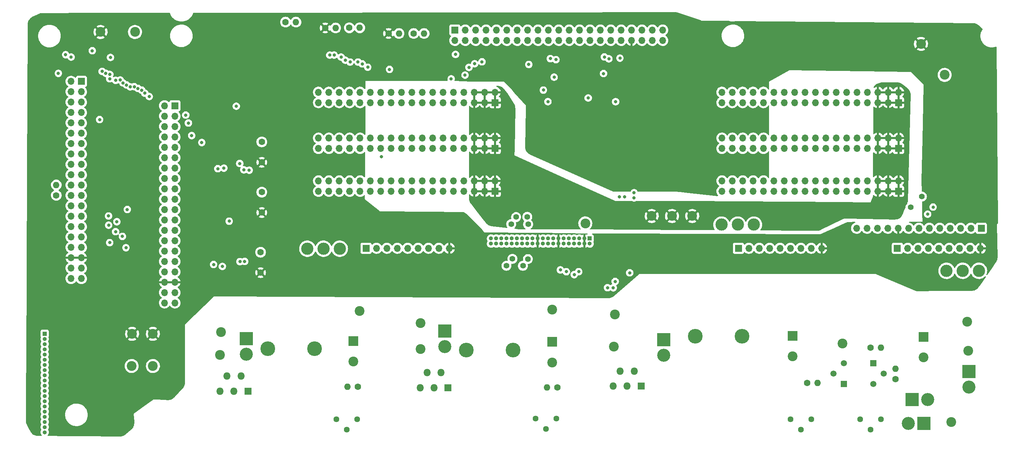
<source format=gbr>
%TF.GenerationSoftware,KiCad,Pcbnew,6.0.11*%
%TF.CreationDate,2024-12-15T19:30:30+01:00*%
%TF.ProjectId,stk-8500-MB,73746b2d-3835-4303-902d-4d422e6b6963,rev?*%
%TF.SameCoordinates,Original*%
%TF.FileFunction,Copper,L2,Inr*%
%TF.FilePolarity,Positive*%
%FSLAX46Y46*%
G04 Gerber Fmt 4.6, Leading zero omitted, Abs format (unit mm)*
G04 Created by KiCad (PCBNEW 6.0.11) date 2024-12-15 19:30:30*
%MOMM*%
%LPD*%
G01*
G04 APERTURE LIST*
%TA.AperFunction,ComponentPad*%
%ADD10R,1.000000X1.000000*%
%TD*%
%TA.AperFunction,ComponentPad*%
%ADD11O,1.000000X1.000000*%
%TD*%
%TA.AperFunction,ComponentPad*%
%ADD12C,2.400000*%
%TD*%
%TA.AperFunction,ComponentPad*%
%ADD13R,3.200000X3.200000*%
%TD*%
%TA.AperFunction,ComponentPad*%
%ADD14O,3.200000X3.200000*%
%TD*%
%TA.AperFunction,ComponentPad*%
%ADD15C,1.600000*%
%TD*%
%TA.AperFunction,ComponentPad*%
%ADD16O,1.600000X1.600000*%
%TD*%
%TA.AperFunction,ComponentPad*%
%ADD17R,1.700000X1.700000*%
%TD*%
%TA.AperFunction,ComponentPad*%
%ADD18O,1.700000X1.700000*%
%TD*%
%TA.AperFunction,ComponentPad*%
%ADD19C,3.600000*%
%TD*%
%TA.AperFunction,ComponentPad*%
%ADD20C,3.000000*%
%TD*%
%TA.AperFunction,ComponentPad*%
%ADD21R,2.400000X2.400000*%
%TD*%
%TA.AperFunction,ComponentPad*%
%ADD22R,1.800000X1.800000*%
%TD*%
%TA.AperFunction,ComponentPad*%
%ADD23O,1.800000X1.800000*%
%TD*%
%TA.AperFunction,ComponentPad*%
%ADD24C,1.440000*%
%TD*%
%TA.AperFunction,ComponentPad*%
%ADD25R,1.500000X1.500000*%
%TD*%
%TA.AperFunction,ComponentPad*%
%ADD26C,1.500000*%
%TD*%
%TA.AperFunction,ViaPad*%
%ADD27C,0.800000*%
%TD*%
%TA.AperFunction,ViaPad*%
%ADD28C,1.400000*%
%TD*%
G04 APERTURE END LIST*
D10*
%TO.N,unconnected-(sens1-Pad1)*%
%TO.C,sens1*%
X29000000Y-131700000D03*
D11*
%TO.N,unconnected-(sens1-Pad2)*%
X29000000Y-132970000D03*
%TO.N,unconnected-(sens1-Pad3)*%
X29000000Y-134240000D03*
%TO.N,unconnected-(sens1-Pad4)*%
X29000000Y-135510000D03*
%TO.N,unconnected-(sens1-Pad5)*%
X29000000Y-136780000D03*
%TO.N,unconnected-(sens1-Pad6)*%
X29000000Y-138050000D03*
%TO.N,unconnected-(sens1-Pad7)*%
X29000000Y-139320000D03*
%TO.N,unconnected-(sens1-Pad8)*%
X29000000Y-140590000D03*
%TO.N,unconnected-(sens1-Pad9)*%
X29000000Y-141860000D03*
%TO.N,unconnected-(sens1-Pad10)*%
X29000000Y-143130000D03*
%TO.N,unconnected-(sens1-Pad11)*%
X29000000Y-144400000D03*
%TO.N,unconnected-(sens1-Pad12)*%
X29000000Y-145670000D03*
%TO.N,unconnected-(sens1-Pad13)*%
X29000000Y-146940000D03*
%TO.N,unconnected-(sens1-Pad14)*%
X29000000Y-148210000D03*
%TO.N,unconnected-(sens1-Pad15)*%
X29000000Y-149480000D03*
%TO.N,/tape_in_barrier*%
X29000000Y-150750000D03*
%TO.N,unconnected-(sens1-Pad17)*%
X29000000Y-152020000D03*
%TO.N,/tape_horizontal_switch*%
X29000000Y-153290000D03*
%TO.N,unconnected-(sens1-Pad19)*%
X29000000Y-154560000D03*
%TO.N,/tape_full_back_switch*%
X29000000Y-155830000D03*
%TD*%
D12*
%TO.N,/5V*%
%TO.C,5V_1*%
X55450000Y-139618000D03*
%TD*%
D13*
%TO.N,Net-(D1-Pad1)*%
%TO.C,D1*%
X180282000Y-133189000D03*
D14*
%TO.N,R1_GND*%
X180282000Y-136999000D03*
%TD*%
D15*
%TO.N,Net-(CURMon_R1-Pad1)*%
%TO.C,R2*%
X230799000Y-135102000D03*
D16*
%TO.N,Net-(Q1-Pad2)*%
X233339000Y-135102000D03*
%TD*%
D17*
%TO.N,unconnected-(Pico_mc1-Pad1)*%
%TO.C,Pico_mc1*%
X37970000Y-69950000D03*
D18*
%TO.N,/5V*%
X35430000Y-69950000D03*
%TO.N,unconnected-(Pico_mc1-Pad3)*%
X37970000Y-72490000D03*
%TO.N,unconnected-(Pico_mc1-Pad4)*%
X35430000Y-72490000D03*
%TO.N,unconnected-(Pico_mc1-Pad5)*%
X37970000Y-75030000D03*
%TO.N,unconnected-(Pico_mc1-Pad6)*%
X35430000Y-75030000D03*
%TO.N,Net-(Pico_mc1-Pad7)*%
X37970000Y-77570000D03*
%TO.N,unconnected-(Pico_mc1-Pad8)*%
X35430000Y-77570000D03*
%TO.N,/MUX_latch*%
X37970000Y-80110000D03*
%TO.N,unconnected-(Pico_mc1-Pad10)*%
X35430000Y-80110000D03*
%TO.N,/MUX_clk*%
X37970000Y-82650000D03*
%TO.N,unconnected-(Pico_mc1-Pad12)*%
X35430000Y-82650000D03*
%TO.N,/MUX_sdi*%
X37970000Y-85190000D03*
%TO.N,unconnected-(Pico_mc1-Pad14)*%
X35430000Y-85190000D03*
%TO.N,unconnected-(Pico_mc1-Pad15)*%
X37970000Y-87730000D03*
%TO.N,unconnected-(Pico_mc1-Pad16)*%
X35430000Y-87730000D03*
%TO.N,unconnected-(Pico_mc1-Pad17)*%
X37970000Y-90270000D03*
%TO.N,Net-(Pico_mc1-Pad18)*%
X35430000Y-90270000D03*
%TO.N,unconnected-(Pico_mc1-Pad19)*%
X37970000Y-92810000D03*
%TO.N,Net-(Pico_mc1-Pad20)*%
X35430000Y-92810000D03*
%TO.N,unconnected-(Pico_mc1-Pad21)*%
X37970000Y-95350000D03*
%TO.N,Net-(Pico_mc1-Pad22)*%
X35430000Y-95350000D03*
%TO.N,unconnected-(Pico_mc1-Pad23)*%
X37970000Y-97890000D03*
%TO.N,/MUX_oe_*%
X35430000Y-97890000D03*
%TO.N,unconnected-(Pico_mc1-Pad25)*%
X37970000Y-100430000D03*
%TO.N,unconnected-(Pico_mc1-Pad26)*%
X35430000Y-100430000D03*
%TO.N,/a_pwm*%
X37970000Y-102970000D03*
%TO.N,/f_dir*%
X35430000Y-102970000D03*
%TO.N,/a_dir*%
X37970000Y-105510000D03*
%TO.N,/f_pwm*%
X35430000Y-105510000D03*
%TO.N,/b_pwm*%
X37970000Y-108050000D03*
%TO.N,/e_dir*%
X35430000Y-108050000D03*
%TO.N,/b_dir*%
X37970000Y-110590000D03*
%TO.N,/e_pwm*%
X35430000Y-110590000D03*
%TO.N,/sGND*%
X37970000Y-113130000D03*
X35430000Y-113130000D03*
%TO.N,/c_pwm*%
X37970000Y-115670000D03*
%TO.N,/d_dir*%
X35430000Y-115670000D03*
%TO.N,/c_dir*%
X37970000Y-118210000D03*
%TO.N,/d_pwm*%
X35430000Y-118210000D03*
%TD*%
D13*
%TO.N,Net-(D3-Pad1)*%
%TO.C,D3*%
X254860000Y-140955000D03*
D14*
%TO.N,Net-(BAT+_R1-Pad1)*%
X254860000Y-144765000D03*
%TD*%
D19*
%TO.N,Net-(D1-Pad1)*%
%TO.C,L1*%
X188029000Y-132308000D03*
%TO.N,Net-(BAT+_R1-Pad1)*%
X199469000Y-132308000D03*
%TD*%
D17*
%TO.N,unconnected-(Pico_en1-Pad1)*%
%TO.C,Pico_en1*%
X60820000Y-75910000D03*
D18*
%TO.N,/5V*%
X58280000Y-75910000D03*
%TO.N,unconnected-(Pico_en1-Pad3)*%
X60820000Y-78450000D03*
%TO.N,unconnected-(Pico_en1-Pad4)*%
X58280000Y-78450000D03*
%TO.N,unconnected-(Pico_en1-Pad5)*%
X60820000Y-80990000D03*
%TO.N,unconnected-(Pico_en1-Pad6)*%
X58280000Y-80990000D03*
%TO.N,unconnected-(Pico_en1-Pad7)*%
X60820000Y-83530000D03*
%TO.N,unconnected-(Pico_en1-Pad8)*%
X58280000Y-83530000D03*
%TO.N,unconnected-(Pico_en1-Pad9)*%
X60820000Y-86070000D03*
%TO.N,/3v3PiEn*%
X58280000Y-86070000D03*
%TO.N,unconnected-(Pico_en1-Pad11)*%
X60820000Y-88610000D03*
%TO.N,unconnected-(Pico_en1-Pad12)*%
X58280000Y-88610000D03*
%TO.N,unconnected-(Pico_en1-Pad13)*%
X60820000Y-91150000D03*
%TO.N,unconnected-(Pico_en1-Pad14)*%
X58280000Y-91150000D03*
%TO.N,unconnected-(Pico_en1-Pad15)*%
X60820000Y-93690000D03*
%TO.N,unconnected-(Pico_en1-Pad16)*%
X58280000Y-93690000D03*
%TO.N,unconnected-(Pico_en1-Pad17)*%
X60820000Y-96230000D03*
%TO.N,unconnected-(Pico_en1-Pad18)*%
X58280000Y-96230000D03*
%TO.N,unconnected-(Pico_en1-Pad19)*%
X60820000Y-98770000D03*
%TO.N,unconnected-(Pico_en1-Pad20)*%
X58280000Y-98770000D03*
%TO.N,unconnected-(Pico_en1-Pad21)*%
X60820000Y-101310000D03*
%TO.N,unconnected-(Pico_en1-Pad22)*%
X58280000Y-101310000D03*
%TO.N,unconnected-(Pico_en1-Pad23)*%
X60820000Y-103850000D03*
%TO.N,unconnected-(Pico_en1-Pad24)*%
X58280000Y-103850000D03*
%TO.N,unconnected-(Pico_en1-Pad25)*%
X60820000Y-106390000D03*
%TO.N,unconnected-(Pico_en1-Pad26)*%
X58280000Y-106390000D03*
%TO.N,/a_enA*%
X60820000Y-108930000D03*
%TO.N,/f_enB*%
X58280000Y-108930000D03*
%TO.N,/a_enB*%
X60820000Y-111470000D03*
%TO.N,/f_enA*%
X58280000Y-111470000D03*
%TO.N,/b_enA*%
X60820000Y-114010000D03*
%TO.N,/e_enB*%
X58280000Y-114010000D03*
%TO.N,/b_enB*%
X60820000Y-116550000D03*
%TO.N,/e_enA*%
X58280000Y-116550000D03*
%TO.N,/sGND*%
X60820000Y-119090000D03*
X58280000Y-119090000D03*
%TO.N,/c_enA*%
X60820000Y-121630000D03*
%TO.N,/d_enB*%
X58280000Y-121630000D03*
%TO.N,/c_enB*%
X60820000Y-124170000D03*
%TO.N,/d_enA*%
X58280000Y-124170000D03*
%TD*%
D12*
%TO.N,/sGND*%
%TO.C,SGND_3*%
X243160000Y-60760000D03*
%TD*%
%TO.N,Net-(RU2-Pad1)*%
%TO.C,VIN_R2*%
X120884000Y-129154000D03*
%TD*%
%TO.N,Net-(U4-Pad1)*%
%TO.C,VIN_R1*%
X168344000Y-126974000D03*
%TD*%
D13*
%TO.N,Net-(DR2-Pad1)*%
%TO.C,DR2*%
X126760000Y-131060000D03*
D14*
%TO.N,R2_GND*%
X126760000Y-134870000D03*
%TD*%
D20*
%TO.N,/b_HAS*%
%TO.C,bPo1*%
X93200000Y-110900000D03*
%TO.N,/b_HBS*%
X97160000Y-110900000D03*
%TO.N,/b_HCS*%
X101119999Y-110900000D03*
%TD*%
D15*
%TO.N,Net-(RR3-Pad1)*%
%TO.C,RR3*%
X105517000Y-144698000D03*
D16*
%TO.N,R3_GND*%
X102977000Y-144698000D03*
%TD*%
D12*
%TO.N,/sGND*%
%TO.C,SGND_2*%
X50370000Y-131744000D03*
%TD*%
D20*
%TO.N,/a_HAS*%
%TO.C,aPo1*%
X194413400Y-105020000D03*
%TO.N,/a_HBS*%
X198373400Y-105020000D03*
%TO.N,/a_HCS*%
X202333399Y-105020000D03*
%TD*%
D12*
%TO.N,Net-(BAT-_R1-Pad1)*%
%TO.C,BAT-_R1*%
X250560000Y-153360000D03*
%TD*%
D18*
%TO.N,PGND*%
%TO.C,eC1*%
X136560000Y-72600000D03*
X134020000Y-72600000D03*
X136560000Y-75140000D03*
X134020000Y-75140000D03*
X139100000Y-72600000D03*
D17*
X139100000Y-75140000D03*
D18*
%TO.N,/e_HCS*%
X131480000Y-72600000D03*
X128940000Y-75140000D03*
X131480000Y-75140000D03*
X128940000Y-72600000D03*
%TO.N,/e_HBS*%
X123860000Y-72600000D03*
X126400000Y-72600000D03*
X126400000Y-75140000D03*
X123860000Y-75140000D03*
%TO.N,unconnected-(eC1-Pad15)*%
X116240000Y-72600000D03*
X121320000Y-75140000D03*
X121320000Y-72600000D03*
X118780000Y-75140000D03*
X116240000Y-75140000D03*
X118780000Y-72600000D03*
%TO.N,/e_HAS*%
X111160000Y-75140000D03*
X113700000Y-72600000D03*
X111160000Y-72600000D03*
X113700000Y-75140000D03*
%TO.N,unconnected-(eC1-Pad25)*%
X108620000Y-72600000D03*
X108620000Y-75140000D03*
%TO.N,/e_hc*%
X106080000Y-75140000D03*
%TO.N,/e_nlseep*%
X106080000Y-72600000D03*
%TO.N,/e_hb*%
X103540000Y-75140000D03*
%TO.N,/e_nfault*%
X103540000Y-72600000D03*
%TO.N,/e_ha*%
X101000000Y-75140000D03*
%TO.N,/e_pwm*%
X101000000Y-72600000D03*
%TO.N,/e_brake*%
X98460000Y-75140000D03*
%TO.N,/e_dir*%
X98460000Y-72600000D03*
%TO.N,/5V*%
X95920000Y-75140000D03*
X95920000Y-72600000D03*
%TD*%
%TO.N,PGND*%
%TO.C,cC1*%
X235160000Y-72600000D03*
X237700000Y-72600000D03*
X235160000Y-75140000D03*
X232620000Y-72600000D03*
D17*
X237700000Y-75140000D03*
D18*
X232620000Y-75140000D03*
%TO.N,/c_HCS*%
X227540000Y-75140000D03*
X227540000Y-72600000D03*
X230080000Y-75140000D03*
X230080000Y-72600000D03*
%TO.N,/c_HBS*%
X222460000Y-75140000D03*
X225000000Y-72600000D03*
X225000000Y-75140000D03*
X222460000Y-72600000D03*
%TO.N,unconnected-(cC1-Pad15)*%
X214840000Y-72600000D03*
X214840000Y-75140000D03*
X217380000Y-75140000D03*
X219920000Y-75140000D03*
X219920000Y-72600000D03*
X217380000Y-72600000D03*
%TO.N,/c_HAS*%
X212300000Y-72600000D03*
X209760000Y-75140000D03*
X212300000Y-75140000D03*
X209760000Y-72600000D03*
%TO.N,unconnected-(cC1-Pad25)*%
X207220000Y-75140000D03*
X207220000Y-72600000D03*
%TO.N,/c_hc*%
X204680000Y-75140000D03*
%TO.N,/c_nlseep*%
X204680000Y-72600000D03*
%TO.N,/c_hb*%
X202140000Y-75140000D03*
%TO.N,/c_nfault*%
X202140000Y-72600000D03*
%TO.N,/c_ha*%
X199600000Y-75140000D03*
%TO.N,/c_pwm*%
X199600000Y-72600000D03*
%TO.N,/c_brake*%
X197060000Y-75140000D03*
%TO.N,/c_dir*%
X197060000Y-72600000D03*
%TO.N,/5V*%
X194520000Y-72600000D03*
X194520000Y-75140000D03*
%TD*%
D15*
%TO.N,/sGND*%
%TO.C,C3*%
X82060000Y-102060000D03*
%TO.N,/3v3PiEn*%
X82060000Y-97060000D03*
%TD*%
D13*
%TO.N,Net-(BAT-_R1-Pad1)*%
%TO.C,D2*%
X243917000Y-153644000D03*
D14*
%TO.N,R1_GND*%
X240107000Y-153644000D03*
%TD*%
D21*
%TO.N,Net-(BAT+_R1-Pad1)*%
%TO.C,C2*%
X243782000Y-132524041D03*
D12*
%TO.N,Net-(BAT-_R1-Pad1)*%
X243782000Y-137524041D03*
%TD*%
%TO.N,Net-(BAT+_R1-Pad1)*%
%TO.C,BAT+_R1*%
X254450000Y-128752000D03*
%TD*%
D15*
%TO.N,/MUX_oe_*%
%TO.C,R8*%
X31828000Y-97835000D03*
D16*
%TO.N,Net-(Pico_mc1-Pad22)*%
X31828000Y-95295000D03*
%TD*%
D18*
%TO.N,PGND*%
%TO.C,aC1*%
X232620000Y-96840000D03*
D17*
X237700000Y-96840000D03*
D18*
X235160000Y-96840000D03*
X232620000Y-94300000D03*
X235160000Y-94300000D03*
X237700000Y-94300000D03*
%TO.N,/a_HCS*%
X230080000Y-94300000D03*
X227540000Y-96840000D03*
X230080000Y-96840000D03*
X227540000Y-94300000D03*
%TO.N,/a_HBS*%
X222460000Y-94300000D03*
X225000000Y-94300000D03*
X222460000Y-96840000D03*
X225000000Y-96840000D03*
%TO.N,unconnected-(aC1-Pad15)*%
X219920000Y-96840000D03*
X217380000Y-96840000D03*
X219920000Y-94300000D03*
X214840000Y-96840000D03*
X214840000Y-94300000D03*
X217380000Y-94300000D03*
%TO.N,/a_HAS*%
X209760000Y-94300000D03*
X212300000Y-94300000D03*
X212300000Y-96840000D03*
X209760000Y-96840000D03*
%TO.N,unconnected-(aC1-Pad25)*%
X207220000Y-94300000D03*
X207220000Y-96840000D03*
%TO.N,/a_hc*%
X204680000Y-96840000D03*
%TO.N,/a_nlseep*%
X204680000Y-94300000D03*
%TO.N,/a_hb*%
X202140000Y-96840000D03*
%TO.N,/a_nfault*%
X202140000Y-94300000D03*
%TO.N,/a_ha*%
X199600000Y-96840000D03*
%TO.N,/a_pwm*%
X199600000Y-94300000D03*
%TO.N,/a_brake*%
X197060000Y-96840000D03*
%TO.N,/a_dir*%
X197060000Y-94300000D03*
%TO.N,/5V*%
X194520000Y-94300000D03*
X194520000Y-96840000D03*
%TD*%
D12*
%TO.N,/sGND*%
%TO.C,SGND_4*%
X42660000Y-57860000D03*
%TD*%
D21*
%TO.N,Net-(BAT+_R1-Pad1)*%
%TO.C,C1*%
X211778000Y-132270041D03*
D12*
%TO.N,R1_GND*%
X211778000Y-137270041D03*
%TD*%
%TO.N,/5V*%
%TO.C,5V_4*%
X51060000Y-57860000D03*
%TD*%
D21*
%TO.N,Net-(CR2-Pad1)*%
%TO.C,CR2*%
X153015000Y-133726000D03*
D12*
%TO.N,R2_GND*%
X153015000Y-138726000D03*
%TD*%
%TO.N,PGND*%
%TO.C,PGND_3*%
X187270000Y-102900000D03*
%TD*%
D15*
%TO.N,Net-(Pico_mc1-Pad7)*%
%TO.C,R5*%
X87865000Y-55440000D03*
D16*
%TO.N,/MUX_sdo*%
X90405000Y-55440000D03*
%TD*%
D15*
%TO.N,/sGND*%
%TO.C,C4*%
X81760000Y-116760000D03*
%TO.N,/3v3PiEn*%
X81760000Y-111760000D03*
%TD*%
D12*
%TO.N,Net-(CR2-Pad1)*%
%TO.C,VOUT_R2*%
X153015000Y-125852000D03*
%TD*%
D22*
%TO.N,Net-(RU3-Pad1)*%
%TO.C,RU3*%
X78662000Y-145764000D03*
D23*
%TO.N,Net-(DR3-Pad1)*%
X76962000Y-142064000D03*
%TO.N,R3_GND*%
X75262000Y-145764000D03*
%TO.N,Net-(RU3-Pad4)*%
X73562000Y-142064000D03*
%TO.N,R3_GND*%
X71862000Y-145764000D03*
%TD*%
D15*
%TO.N,Net-(R4-Pad1)*%
%TO.C,R4*%
X215334000Y-143738000D03*
D16*
%TO.N,Net-(Q2-Pad2)*%
X217874000Y-143738000D03*
%TD*%
D15*
%TO.N,/sGND*%
%TO.C,R10*%
X97555000Y-56880000D03*
D16*
%TO.N,Net-(Pico_mc1-Pad18)*%
X100095000Y-56880000D03*
%TD*%
D15*
%TO.N,Net-(Pico_mc1-Pad18)*%
%TO.C,R7*%
X103455000Y-56830000D03*
D16*
%TO.N,/mux_AO1*%
X105995000Y-56830000D03*
%TD*%
D19*
%TO.N,Net-(DR3-Pad1)*%
%TO.C,L3*%
X83488000Y-135350000D03*
%TO.N,Net-(CR3-Pad1)*%
X94928000Y-135350000D03*
%TD*%
D12*
%TO.N,R3_GND*%
%TO.C,GND_R3*%
X71804000Y-136874000D03*
%TD*%
D15*
%TO.N,Net-(RR2-Pad1)*%
%TO.C,RR2*%
X154295000Y-144902000D03*
D16*
%TO.N,R2_GND*%
X151755000Y-144902000D03*
%TD*%
D24*
%TO.N,Net-(CR2-Pad1)*%
%TO.C,RVolt2*%
X148951000Y-152522000D03*
%TO.N,Net-(RU2-Pad4)*%
X151491000Y-155062000D03*
%TO.N,Net-(RR2-Pad1)*%
X154031000Y-152522000D03*
%TD*%
%TO.N,Net-(BAT+_R1-Pad1)*%
%TO.C,RVolt1*%
X228288000Y-152628000D03*
%TO.N,Net-(Q1-Pad3)*%
X230828000Y-155168000D03*
%TO.N,Net-(R1-Pad1)*%
X233368000Y-152628000D03*
%TD*%
D12*
%TO.N,Net-(CURMon_R1-Pad1)*%
%TO.C,CURMon_R1*%
X223970000Y-134086000D03*
%TD*%
D15*
%TO.N,/sGND*%
%TO.C,C5*%
X82060000Y-89760000D03*
%TO.N,/3v3PiEn*%
X82060000Y-84760000D03*
%TD*%
D12*
%TO.N,PGND*%
%TO.C,PGND_1*%
X177370000Y-102900000D03*
%TD*%
%TO.N,PGND*%
%TO.C,PGND_2*%
X182320000Y-102900000D03*
%TD*%
D17*
%TO.N,/a_enA0*%
%TO.C,aEnHa1*%
X198550000Y-110800000D03*
D18*
%TO.N,/a_enA1*%
X201090000Y-110800000D03*
%TO.N,/a_enB0*%
X203630000Y-110800000D03*
%TO.N,/a_enB1*%
X206170000Y-110800000D03*
%TO.N,/5V*%
X208710000Y-110800000D03*
%TO.N,/a_ha*%
X211250000Y-110800000D03*
%TO.N,/a_hb*%
X213790000Y-110800000D03*
%TO.N,/a_hc*%
X216330000Y-110800000D03*
%TO.N,/sGND*%
X218870000Y-110800000D03*
%TD*%
%TO.N,PGND*%
%TO.C,dC1*%
X232620000Y-83830000D03*
X232620000Y-86370000D03*
X237700000Y-83830000D03*
X235160000Y-86370000D03*
X235160000Y-83830000D03*
D17*
X237700000Y-86370000D03*
D18*
%TO.N,/d_HCS*%
X227540000Y-86370000D03*
X230080000Y-86370000D03*
X230080000Y-83830000D03*
X227540000Y-83830000D03*
%TO.N,/d_HBS*%
X222460000Y-83830000D03*
X222460000Y-86370000D03*
X225000000Y-86370000D03*
X225000000Y-83830000D03*
%TO.N,unconnected-(dC1-Pad15)*%
X217380000Y-83830000D03*
X219920000Y-86370000D03*
X217380000Y-86370000D03*
X219920000Y-83830000D03*
X214840000Y-86370000D03*
X214840000Y-83830000D03*
%TO.N,/d_HAS*%
X209760000Y-86370000D03*
X209760000Y-83830000D03*
X212300000Y-86370000D03*
X212300000Y-83830000D03*
%TO.N,unconnected-(dC1-Pad25)*%
X207220000Y-86370000D03*
X207220000Y-83830000D03*
%TO.N,/d_hc*%
X204680000Y-86370000D03*
%TO.N,/d_nlseep*%
X204680000Y-83830000D03*
%TO.N,/d_hb*%
X202140000Y-86370000D03*
%TO.N,/d_nfault*%
X202140000Y-83830000D03*
%TO.N,/d_ha*%
X199600000Y-86370000D03*
%TO.N,/d_pwm*%
X199600000Y-83830000D03*
%TO.N,/d_brake*%
X197060000Y-86370000D03*
%TO.N,/d_dir*%
X197060000Y-83830000D03*
%TO.N,/5V*%
X194520000Y-86370000D03*
X194520000Y-83830000D03*
%TD*%
D17*
%TO.N,PGND*%
%TO.C,bC1*%
X139100000Y-96840000D03*
D18*
X136560000Y-94300000D03*
X134020000Y-96840000D03*
X136560000Y-96840000D03*
X139100000Y-94300000D03*
X134020000Y-94300000D03*
%TO.N,/b_HCS*%
X128940000Y-94300000D03*
X131480000Y-96840000D03*
X128940000Y-96840000D03*
X131480000Y-94300000D03*
%TO.N,/b_HBS*%
X123860000Y-94300000D03*
X123860000Y-96840000D03*
X126400000Y-94300000D03*
X126400000Y-96840000D03*
%TO.N,unconnected-(bC1-Pad15)*%
X118780000Y-94300000D03*
X118780000Y-96840000D03*
X116240000Y-94300000D03*
X116240000Y-96840000D03*
X121320000Y-96840000D03*
X121320000Y-94300000D03*
%TO.N,/b_HAS*%
X113700000Y-94300000D03*
X113700000Y-96840000D03*
X111160000Y-94300000D03*
X111160000Y-96840000D03*
%TO.N,unconnected-(bC1-Pad25)*%
X108620000Y-94300000D03*
X108620000Y-96840000D03*
%TO.N,/b_hc*%
X106080000Y-96840000D03*
%TO.N,/b_nlseep*%
X106080000Y-94300000D03*
%TO.N,/b_hb*%
X103540000Y-96840000D03*
%TO.N,/b_nfault*%
X103540000Y-94300000D03*
%TO.N,/b_ha*%
X101000000Y-96840000D03*
%TO.N,/b_pwm*%
X101000000Y-94300000D03*
%TO.N,/b_brake*%
X98460000Y-96840000D03*
%TO.N,/b_dir*%
X98460000Y-94300000D03*
%TO.N,/5V*%
X95920000Y-94300000D03*
X95920000Y-96840000D03*
%TD*%
D25*
%TO.N,R1_GND*%
%TO.C,Q2*%
X224312000Y-144002000D03*
D26*
%TO.N,Net-(Q2-Pad2)*%
X221772000Y-141462000D03*
%TO.N,Net-(CURMon_R1-Pad1)*%
X224312000Y-138922000D03*
%TD*%
D22*
%TO.N,Net-(U4-Pad1)*%
%TO.C,U4*%
X174760000Y-144560000D03*
D23*
%TO.N,Net-(D1-Pad1)*%
X173060000Y-140860000D03*
%TO.N,R1_GND*%
X171360000Y-144560000D03*
%TO.N,Net-(Q1-Pad3)*%
X169660000Y-140860000D03*
%TO.N,R1_GND*%
X167960000Y-144560000D03*
%TD*%
D17*
%TO.N,/d_enA0*%
%TO.C,dEnHaPo1*%
X257900000Y-105900000D03*
D18*
%TO.N,/d_enA1*%
X255360000Y-105900000D03*
%TO.N,/d_enB0*%
X252820000Y-105900000D03*
%TO.N,/d_enB1*%
X250280000Y-105900000D03*
%TO.N,/5V*%
X247740000Y-105900000D03*
%TO.N,/d_ha*%
X245200000Y-105900000D03*
%TO.N,/d_hb*%
X242660000Y-105900000D03*
%TO.N,/d_hc*%
X240120000Y-105900000D03*
%TO.N,/sGND*%
X237580000Y-105900000D03*
%TO.N,/d_HAS*%
X235040000Y-105900000D03*
%TO.N,/d_HBS*%
X232500000Y-105900000D03*
%TO.N,/d_HCS*%
X229960000Y-105900000D03*
%TO.N,N/C*%
X227420000Y-105900000D03*
%TD*%
D24*
%TO.N,Net-(CR3-Pad1)*%
%TO.C,RVolt3*%
X100252000Y-152622000D03*
%TO.N,Net-(RU3-Pad4)*%
X102792000Y-155162000D03*
%TO.N,Net-(RR3-Pad1)*%
X105332000Y-152622000D03*
%TD*%
D15*
%TO.N,/sGND*%
%TO.C,R9*%
X113045000Y-58230000D03*
D16*
%TO.N,Net-(Pico_mc1-Pad20)*%
X115585000Y-58230000D03*
%TD*%
D12*
%TO.N,Net-(RU3-Pad1)*%
%TO.C,VIN_R3*%
X72058000Y-131286000D03*
%TD*%
%TO.N,Net-(CR3-Pad1)*%
%TO.C,VOUT_R3*%
X105996000Y-126156000D03*
%TD*%
D13*
%TO.N,R1_GND*%
%TO.C,R3*%
X240988000Y-147802000D03*
D14*
%TO.N,Net-(BAT-_R1-Pad1)*%
X244798000Y-147802000D03*
%TD*%
D17*
%TO.N,PGND*%
%TO.C,fC1*%
X139100000Y-86370000D03*
D18*
X134020000Y-83830000D03*
X136560000Y-83830000D03*
X139100000Y-83830000D03*
X136560000Y-86370000D03*
X134020000Y-86370000D03*
%TO.N,/f_HCS*%
X131480000Y-83830000D03*
X128940000Y-83830000D03*
X128940000Y-86370000D03*
X131480000Y-86370000D03*
%TO.N,/f_HBS*%
X126400000Y-83830000D03*
X123860000Y-86370000D03*
X126400000Y-86370000D03*
X123860000Y-83830000D03*
%TO.N,unconnected-(fC1-Pad15)*%
X116240000Y-86370000D03*
X116240000Y-83830000D03*
X118780000Y-83830000D03*
X118780000Y-86370000D03*
X121320000Y-83830000D03*
X121320000Y-86370000D03*
%TO.N,/f_HAS*%
X111160000Y-86370000D03*
X111160000Y-83830000D03*
X113700000Y-83830000D03*
X113700000Y-86370000D03*
%TO.N,unconnected-(fC1-Pad25)*%
X108620000Y-83830000D03*
X108620000Y-86370000D03*
%TO.N,/f_hc*%
X106080000Y-86370000D03*
%TO.N,/f_nlseep*%
X106080000Y-83830000D03*
%TO.N,/f_hb*%
X103540000Y-86370000D03*
%TO.N,/f_nfault*%
X103540000Y-83830000D03*
%TO.N,/f_ha*%
X101000000Y-86370000D03*
%TO.N,/f_pwm*%
X101000000Y-83830000D03*
%TO.N,/f_brake*%
X98460000Y-86370000D03*
%TO.N,/f_dir*%
X98460000Y-83830000D03*
%TO.N,/5V*%
X95920000Y-86370000D03*
X95920000Y-83830000D03*
%TD*%
D25*
%TO.N,Net-(BAT+_R1-Pad1)*%
%TO.C,Q1*%
X231502000Y-138902000D03*
D26*
%TO.N,Net-(Q1-Pad2)*%
X234042000Y-141442000D03*
%TO.N,Net-(Q1-Pad3)*%
X231502000Y-143982000D03*
%TD*%
D20*
%TO.N,/c_HAS*%
%TO.C,cPo1*%
X257340000Y-116310000D03*
%TO.N,/c_HBS*%
X253380000Y-116310000D03*
%TO.N,/c_HCS*%
X249420001Y-116310000D03*
%TD*%
D15*
%TO.N,Net-(Pico_mc1-Pad20)*%
%TO.C,R6*%
X119185000Y-58230000D03*
D16*
%TO.N,/mux_AO2*%
X121725000Y-58230000D03*
%TD*%
D12*
%TO.N,/5V*%
%TO.C,5V_3*%
X248960000Y-68360000D03*
%TD*%
%TO.N,Net-(D3-Pad1)*%
%TO.C,VOUT_R1*%
X254704000Y-135864000D03*
%TD*%
D22*
%TO.N,Net-(RU2-Pad1)*%
%TO.C,RU2*%
X127586000Y-144952000D03*
D23*
%TO.N,Net-(DR2-Pad1)*%
X125886000Y-141252000D03*
%TO.N,R2_GND*%
X124186000Y-144952000D03*
%TO.N,Net-(RU2-Pad4)*%
X122486000Y-141252000D03*
%TO.N,R2_GND*%
X120786000Y-144952000D03*
%TD*%
D10*
%TO.N,/12V*%
%TO.C,efEnHaPo1*%
X162200000Y-108400000D03*
D11*
X162200000Y-109670000D03*
%TO.N,/sGND*%
X160930000Y-108400000D03*
X160930000Y-109670000D03*
%TO.N,/f_enA0*%
X159660000Y-108400000D03*
%TO.N,/e_enA0*%
X159660000Y-109670000D03*
%TO.N,/f_enA1*%
X158390000Y-108400000D03*
%TO.N,/e_enA1*%
X158390000Y-109670000D03*
%TO.N,/f_enB0*%
X157120000Y-108400000D03*
%TO.N,/e_enB0*%
X157120000Y-109670000D03*
%TO.N,/f_enB1*%
X155850000Y-108400000D03*
%TO.N,/e_enB1*%
X155850000Y-109670000D03*
%TO.N,/sGND*%
X154580000Y-108400000D03*
X154580000Y-109670000D03*
%TO.N,/f_ha*%
X153310000Y-108400000D03*
%TO.N,/e_ha*%
X153310000Y-109670000D03*
%TO.N,/f_hb*%
X152040000Y-108400000D03*
%TO.N,/e_hb*%
X152040000Y-109670000D03*
%TO.N,/f_hc*%
X150770000Y-108400000D03*
%TO.N,/e_hc*%
X150770000Y-109670000D03*
%TO.N,/sGND*%
X149500000Y-108400000D03*
X149500000Y-109670000D03*
%TO.N,/f_HAS*%
X148230000Y-108400000D03*
%TO.N,/e_HAS*%
X148230000Y-109670000D03*
%TO.N,/f_HBS*%
X146960000Y-108400000D03*
%TO.N,/e_HBS*%
X146960000Y-109670000D03*
%TO.N,/f_HCS*%
X145690000Y-108400000D03*
%TO.N,/e_HCS*%
X145690000Y-109670000D03*
%TO.N,/f_HAS*%
X144420000Y-108400000D03*
%TO.N,/e_HAS*%
X144420000Y-109670000D03*
%TO.N,/f_HBS*%
X143150000Y-108400000D03*
%TO.N,/e_HBS*%
X143150000Y-109670000D03*
%TO.N,/f_HCS*%
X141880000Y-108400000D03*
%TO.N,/e_HCS*%
X141880000Y-109670000D03*
%TO.N,unconnected-(efEnHaPo1-Pad35)*%
X140610000Y-108400000D03*
%TO.N,/e_HAS*%
X140610000Y-109670000D03*
%TO.N,unconnected-(efEnHaPo1-Pad37)*%
X139340000Y-108400000D03*
%TO.N,/e_HBS*%
X139340000Y-109670000D03*
%TO.N,unconnected-(efEnHaPo1-Pad39)*%
X138070000Y-108400000D03*
%TO.N,/e_HCS*%
X138070000Y-109670000D03*
%TD*%
D12*
%TO.N,/12V*%
%TO.C,H12V_1*%
X161130000Y-104700000D03*
%TD*%
D15*
%TO.N,Net-(R1-Pad1)*%
%TO.C,R1*%
X236924000Y-142863000D03*
D16*
%TO.N,R1_GND*%
X236924000Y-140323000D03*
%TD*%
D12*
%TO.N,R2_GND*%
%TO.C,GND_R2*%
X120884000Y-135504000D03*
%TD*%
D19*
%TO.N,Net-(DR2-Pad1)*%
%TO.C,L2*%
X132060000Y-135758000D03*
%TO.N,Net-(CR2-Pad1)*%
X143500000Y-135758000D03*
%TD*%
D13*
%TO.N,Net-(DR3-Pad1)*%
%TO.C,DR3*%
X78310000Y-132929000D03*
D14*
%TO.N,R3_GND*%
X78310000Y-136739000D03*
%TD*%
D17*
%TO.N,/c_enA0*%
%TO.C,cEnHa1*%
X237400000Y-110800000D03*
D18*
%TO.N,/c_enA1*%
X239940000Y-110800000D03*
%TO.N,/c_enB0*%
X242480000Y-110800000D03*
%TO.N,/c_enB1*%
X245020000Y-110800000D03*
%TO.N,/5V*%
X247560000Y-110800000D03*
%TO.N,/c_ha*%
X250100000Y-110800000D03*
%TO.N,/c_hb*%
X252640000Y-110800000D03*
%TO.N,/c_hc*%
X255180000Y-110800000D03*
%TO.N,/sGND*%
X257720000Y-110800000D03*
%TD*%
D17*
%TO.N,/a_nfault*%
%TO.C,Jmux1*%
X129245000Y-57385000D03*
D18*
%TO.N,/b_nfault*%
X129245000Y-59925000D03*
%TO.N,/c_nfault*%
X131785000Y-57385000D03*
%TO.N,/d_nfault*%
X131785000Y-59925000D03*
%TO.N,/e_nfault*%
X134325000Y-57385000D03*
%TO.N,/f_nfault*%
X134325000Y-59925000D03*
%TO.N,unconnected-(Jmux1-Pad7)*%
X136865000Y-57385000D03*
%TO.N,unconnected-(Jmux1-Pad8)*%
X136865000Y-59925000D03*
%TO.N,/tape_in_barrier*%
X139405000Y-57385000D03*
%TO.N,/tape_horizontal_switch*%
X139405000Y-59925000D03*
%TO.N,/tape_full_back_switch*%
X141945000Y-57385000D03*
%TO.N,unconnected-(Jmux1-Pad12)*%
X141945000Y-59925000D03*
%TO.N,unconnected-(Jmux1-Pad13)*%
X144485000Y-57385000D03*
%TO.N,unconnected-(Jmux1-Pad14)*%
X144485000Y-59925000D03*
%TO.N,unconnected-(Jmux1-Pad15)*%
X147025000Y-57385000D03*
%TO.N,unconnected-(Jmux1-Pad16)*%
X147025000Y-59925000D03*
%TO.N,/b_brake*%
X149565000Y-57385000D03*
%TO.N,/a_brake*%
X149565000Y-59925000D03*
%TO.N,/d_brake*%
X152105000Y-57385000D03*
%TO.N,/c_brake*%
X152105000Y-59925000D03*
%TO.N,/f_brake*%
X154645000Y-57385000D03*
%TO.N,/e_brake*%
X154645000Y-59925000D03*
%TO.N,unconnected-(Jmux1-Pad23)*%
X157185000Y-57385000D03*
%TO.N,unconnected-(Jmux1-Pad24)*%
X157185000Y-59925000D03*
%TO.N,/mux_AO1*%
X159725000Y-57385000D03*
%TO.N,/mux_AO2*%
X159725000Y-59925000D03*
%TO.N,unconnected-(Jmux1-Pad27)*%
X162265000Y-57385000D03*
%TO.N,/a_nlseep*%
X162265000Y-59925000D03*
%TO.N,/b_nlseep*%
X164805000Y-57385000D03*
%TO.N,/c_nlseep*%
X164805000Y-59925000D03*
%TO.N,/d_nlseep*%
X167345000Y-57385000D03*
%TO.N,/e_nlseep*%
X167345000Y-59925000D03*
%TO.N,/f_nlseep*%
X169885000Y-57385000D03*
%TO.N,unconnected-(Jmux1-Pad34)*%
X169885000Y-59925000D03*
%TO.N,/5V*%
X172425000Y-57385000D03*
%TO.N,/sGND*%
X172425000Y-59925000D03*
%TO.N,/MUX_clk*%
X174965000Y-57385000D03*
%TO.N,/MUX_latch*%
X174965000Y-59925000D03*
%TO.N,/MUX_sdo*%
X177505000Y-57385000D03*
%TO.N,/MUX_sdi*%
X177505000Y-59925000D03*
%TO.N,/MUX_oe_*%
X180045000Y-57385000D03*
%TO.N,unconnected-(Jmux1-Pad42)*%
X180045000Y-59925000D03*
%TD*%
D24*
%TO.N,R1_GND*%
%TO.C,RCurrent1*%
X211260000Y-152640000D03*
%TO.N,Net-(R4-Pad1)*%
X213800000Y-155180000D03*
%TO.N,Net-(BAT-_R1-Pad1)*%
X216340000Y-152640000D03*
%TD*%
D12*
%TO.N,/sGND*%
%TO.C,SGND_1*%
X55450000Y-131744000D03*
%TD*%
D21*
%TO.N,Net-(CR3-Pad1)*%
%TO.C,CR3*%
X104472000Y-133504164D03*
D12*
%TO.N,R3_GND*%
X104472000Y-138504164D03*
%TD*%
%TO.N,R1_GND*%
%TO.C,GND_R1*%
X168090000Y-134848000D03*
%TD*%
D17*
%TO.N,/b_enA0*%
%TO.C,bEnHa1*%
X107550000Y-110800000D03*
D18*
%TO.N,/b_enA1*%
X110090000Y-110800000D03*
%TO.N,/b_enB0*%
X112630000Y-110800000D03*
%TO.N,/b_enB1*%
X115170000Y-110800000D03*
%TO.N,/5V*%
X117710000Y-110800000D03*
%TO.N,/b_ha*%
X120250000Y-110800000D03*
%TO.N,/b_hb*%
X122790000Y-110800000D03*
%TO.N,/b_hc*%
X125330000Y-110800000D03*
%TO.N,/sGND*%
X127870000Y-110800000D03*
%TD*%
D12*
%TO.N,/5V*%
%TO.C,5V_2*%
X50246000Y-139618000D03*
%TD*%
D27*
%TO.N,/a_enA0*%
X77670000Y-91590000D03*
%TO.N,/a_enA1*%
X78980000Y-91690000D03*
%TO.N,/a_enB0*%
X72800000Y-91190000D03*
%TO.N,/a_enB1*%
X71310000Y-91320000D03*
%TO.N,/sGND*%
X74980000Y-87040000D03*
X74360000Y-113830000D03*
X74890000Y-101630000D03*
X70470000Y-109380000D03*
X68390000Y-92730000D03*
X68280000Y-79770000D03*
%TO.N,/c_enA0*%
X166561927Y-120455999D03*
%TO.N,/c_enA1*%
X168422300Y-118922300D03*
%TO.N,/c_enB0*%
X167960000Y-120460000D03*
%TO.N,/c_enB1*%
X171980000Y-116810000D03*
D28*
%TO.N,/d_HCS*%
X243390000Y-98150000D03*
%TO.N,/d_HBS*%
X240620000Y-100730000D03*
D27*
%TO.N,/d_hb*%
X246125000Y-100715000D03*
%TO.N,/d_ha*%
X244790000Y-102450000D03*
%TO.N,/d_enA0*%
X72420000Y-115240000D03*
%TO.N,/d_enA1*%
X70280000Y-114780000D03*
%TO.N,/d_enB0*%
X76719234Y-114066752D03*
%TO.N,/d_enB1*%
X77880000Y-114020000D03*
D28*
%TO.N,/e_HCS*%
X145880000Y-115090000D03*
X141850000Y-115090000D03*
%TO.N,/e_HBS*%
X143320000Y-113390000D03*
X147089500Y-113436245D03*
D27*
%TO.N,/f_enA0*%
X173052000Y-98470000D03*
%TO.N,/e_enA0*%
X159510000Y-116520000D03*
%TO.N,/f_enA1*%
X173052000Y-97200000D03*
%TO.N,/e_enA1*%
X158412025Y-117244500D03*
%TO.N,/f_enB0*%
X170766000Y-98216000D03*
%TO.N,/e_enB0*%
X156480000Y-116535999D03*
%TO.N,/f_enB1*%
X169496000Y-98216000D03*
%TO.N,/e_enB1*%
X155030000Y-116086498D03*
%TO.N,/f_ha*%
X111280000Y-88385001D03*
D28*
%TO.N,/f_HAS*%
X144210000Y-103160000D03*
X146940000Y-103090000D03*
%TO.N,/f_HBS*%
X147150000Y-104930000D03*
X143020500Y-104866785D03*
D27*
%TO.N,/a_nlseep*%
X161839713Y-74006498D03*
%TO.N,/a_nfault*%
X128342943Y-69335999D03*
%TO.N,/a_brake*%
X151990000Y-74914500D03*
%TO.N,/b_brake*%
X147310000Y-65810000D03*
X98660000Y-63510000D03*
%TO.N,/b_nfault*%
X99740177Y-63504500D03*
X129410000Y-63340000D03*
%TO.N,/b_nlseep*%
X103637303Y-65212504D03*
X165790000Y-63980000D03*
%TO.N,/c_brake*%
X153513285Y-68911143D03*
%TO.N,/c_nfault*%
X132691666Y-66528993D03*
%TO.N,/c_nlseep*%
X165580000Y-68030000D03*
%TO.N,/d_nlseep*%
X168534880Y-74911478D03*
%TO.N,/d_nfault*%
X131724083Y-68410076D03*
%TO.N,/d_brake*%
X150880000Y-72070000D03*
%TO.N,/e_brake*%
X153950000Y-64630000D03*
X102467786Y-64763003D03*
%TO.N,/e_nfault*%
X135880000Y-65160000D03*
X105570000Y-65212504D03*
%TO.N,/e_nlseep*%
X166890000Y-64420000D03*
X106610000Y-65662005D03*
%TO.N,/f_nlseep*%
X169590000Y-64260000D03*
X113276648Y-67013502D03*
%TO.N,/f_nfault*%
X107956130Y-66480495D03*
X134082876Y-65629991D03*
%TO.N,/f_brake*%
X152570000Y-64380000D03*
X101452797Y-63996215D03*
%TO.N,/a_pwm*%
X48137277Y-70325209D03*
X44593772Y-102888874D03*
%TO.N,/a_dir*%
X44630000Y-105150000D03*
X48998941Y-70831707D03*
%TO.N,/b_dir*%
X54540000Y-73654500D03*
X48860000Y-110660000D03*
%TO.N,/b_pwm*%
X53466708Y-72844500D03*
X47985500Y-107900000D03*
%TO.N,/c_dir*%
X44885500Y-69310000D03*
%TO.N,/c_pwm*%
X44910000Y-68240000D03*
%TO.N,/d_pwm*%
X46334500Y-69690000D03*
%TO.N,/d_dir*%
X47439862Y-69609236D03*
%TO.N,/e_dir*%
X46334500Y-106740000D03*
X50885514Y-71250611D03*
%TO.N,/e_pwm*%
X49886816Y-71290711D03*
X44885500Y-109410000D03*
%TO.N,/f_pwm*%
X46630000Y-104290000D03*
X51789001Y-71678066D03*
%TO.N,/f_dir*%
X49182504Y-101300986D03*
X52721291Y-72096516D03*
%TO.N,/e_enB*%
X64920000Y-83210000D03*
%TO.N,/e_enA*%
X67390000Y-84920000D03*
%TO.N,/b_enB*%
X64120000Y-80150000D03*
%TO.N,/b_enA*%
X63460000Y-78200000D03*
%TO.N,/3v3PiEn*%
X75820000Y-76020000D03*
X74080000Y-104170000D03*
X76670000Y-90040000D03*
%TO.N,/MUX_clk*%
X45070998Y-64084001D03*
%TO.N,/MUX_latch*%
X43044500Y-67500000D03*
X42420000Y-79290000D03*
%TO.N,/MUX_sdi*%
X43921621Y-67979232D03*
%TO.N,/MUX_oe_*%
X34114000Y-63418000D03*
%TO.N,Net-(Pico_mc1-Pad7)*%
X40620000Y-62439500D03*
%TO.N,Net-(Pico_mc1-Pad20)*%
X32336000Y-67990000D03*
%TO.N,Net-(Pico_mc1-Pad18)*%
X35451502Y-63993502D03*
%TD*%
%TA.AperFunction,Conductor*%
%TO.N,/sGND*%
G36*
X182989681Y-53010822D02*
G01*
X183295663Y-53035153D01*
X183315699Y-53038386D01*
X183613803Y-53111536D01*
X183623562Y-53114353D01*
X189229008Y-54979831D01*
X189229016Y-54979833D01*
X189530000Y-55080000D01*
X196190734Y-55140489D01*
X196224471Y-55145408D01*
X196456678Y-55212306D01*
X196456681Y-55212307D01*
X196460063Y-55213281D01*
X196463526Y-55213869D01*
X196463533Y-55213871D01*
X196754540Y-55263314D01*
X196790428Y-55269412D01*
X197125000Y-55288201D01*
X197459572Y-55269412D01*
X197789937Y-55213281D01*
X197847371Y-55196734D01*
X197968359Y-55161879D01*
X198004384Y-55156960D01*
X255921541Y-55682931D01*
X255930833Y-55683359D01*
X256078534Y-55695634D01*
X256210966Y-55706640D01*
X256229324Y-55709541D01*
X256359707Y-55740151D01*
X256498445Y-55772722D01*
X256516179Y-55778294D01*
X256773072Y-55880382D01*
X256789794Y-55888503D01*
X257028873Y-56027280D01*
X257044219Y-56037774D01*
X257263928Y-56213134D01*
X257270978Y-56219200D01*
X258201596Y-57081724D01*
X258237961Y-57142700D01*
X258235588Y-57213657D01*
X258214896Y-57252142D01*
X258190720Y-57282809D01*
X258017677Y-57566856D01*
X257996674Y-57613049D01*
X257881580Y-57866183D01*
X257881577Y-57866191D01*
X257880011Y-57869635D01*
X257779718Y-58186760D01*
X257747340Y-58358938D01*
X257720016Y-58504242D01*
X257718249Y-58513636D01*
X257696496Y-58845530D01*
X257696704Y-58849310D01*
X257696704Y-58849311D01*
X257699196Y-58894597D01*
X257714773Y-59177634D01*
X257715434Y-59181361D01*
X257715434Y-59181365D01*
X257751509Y-59384917D01*
X257772815Y-59505136D01*
X257773920Y-59508761D01*
X257773921Y-59508766D01*
X257824496Y-59674707D01*
X257869782Y-59823293D01*
X257871313Y-59826757D01*
X257871316Y-59826764D01*
X257913263Y-59921646D01*
X258004269Y-60127497D01*
X258006205Y-60130751D01*
X258006208Y-60130757D01*
X258163768Y-60395592D01*
X258174328Y-60413341D01*
X258176643Y-60416342D01*
X258176646Y-60416346D01*
X258215905Y-60467232D01*
X258377496Y-60676684D01*
X258433622Y-60733699D01*
X258549102Y-60851007D01*
X258610829Y-60913712D01*
X258795653Y-61060991D01*
X258852103Y-61105973D01*
X258870949Y-61120991D01*
X259154086Y-61295519D01*
X259456140Y-61434768D01*
X259459740Y-61435927D01*
X259459747Y-61435930D01*
X259769126Y-61535558D01*
X259769129Y-61535559D01*
X259772735Y-61536720D01*
X259776451Y-61537439D01*
X259776459Y-61537441D01*
X260095567Y-61599181D01*
X260095573Y-61599182D01*
X260099285Y-61599900D01*
X260103061Y-61600167D01*
X260103066Y-61600168D01*
X260203767Y-61607297D01*
X260361994Y-61618500D01*
X260543635Y-61618500D01*
X260545501Y-61618388D01*
X260545518Y-61618387D01*
X260788228Y-61603755D01*
X260788235Y-61603754D01*
X260792003Y-61603527D01*
X260979224Y-61569334D01*
X261115470Y-61544451D01*
X261115475Y-61544450D01*
X261119197Y-61543770D01*
X261122809Y-61542649D01*
X261122815Y-61542647D01*
X261386477Y-61460778D01*
X261436843Y-61445139D01*
X261454192Y-61437360D01*
X261524535Y-61427743D01*
X261588910Y-61457682D01*
X261626880Y-61517672D01*
X261631736Y-61551195D01*
X262018139Y-104393613D01*
X262018279Y-104409163D01*
X262017510Y-104424239D01*
X262007126Y-104517521D01*
X262000234Y-104546860D01*
X261985095Y-104588255D01*
X261970613Y-104627851D01*
X261956953Y-104654710D01*
X261900496Y-104738959D01*
X261780988Y-104877921D01*
X261783047Y-105061189D01*
X261783047Y-105061190D01*
X261783089Y-105064964D01*
X261783089Y-105064972D01*
X261872778Y-113047306D01*
X261872512Y-113057025D01*
X261853150Y-113350208D01*
X261850378Y-113369441D01*
X261789177Y-113642721D01*
X261787234Y-113651395D01*
X261781538Y-113669973D01*
X261675790Y-113938868D01*
X261667306Y-113956348D01*
X261583516Y-114099667D01*
X261540180Y-114173792D01*
X261519008Y-114210005D01*
X261513785Y-114218196D01*
X260542483Y-115619112D01*
X259362320Y-117321269D01*
X259307069Y-117365854D01*
X259236484Y-117373490D01*
X259172976Y-117341752D01*
X259136709Y-117280718D01*
X259139196Y-117209765D01*
X259148040Y-117189362D01*
X259170468Y-117148054D01*
X259244967Y-116950897D01*
X259265751Y-116895895D01*
X259265752Y-116895891D01*
X259267269Y-116891877D01*
X259302119Y-116739715D01*
X259327449Y-116629117D01*
X259327450Y-116629113D01*
X259328407Y-116624933D01*
X259328856Y-116619908D01*
X259352531Y-116354627D01*
X259352531Y-116354625D01*
X259352751Y-116352161D01*
X259353193Y-116310000D01*
X259352048Y-116293198D01*
X259334859Y-116041055D01*
X259334858Y-116041049D01*
X259334567Y-116036778D01*
X259325739Y-115994147D01*
X259294051Y-115841134D01*
X259279032Y-115768612D01*
X259187617Y-115510465D01*
X259062013Y-115267112D01*
X259052040Y-115252921D01*
X258963282Y-115126632D01*
X258904545Y-115043057D01*
X258732459Y-114857870D01*
X258721046Y-114845588D01*
X258721043Y-114845585D01*
X258718125Y-114842445D01*
X258714810Y-114839731D01*
X258714806Y-114839728D01*
X258515832Y-114676870D01*
X258506205Y-114668990D01*
X258314031Y-114551226D01*
X258276366Y-114528145D01*
X258276365Y-114528145D01*
X258272704Y-114525901D01*
X258268768Y-114524173D01*
X258025873Y-114417549D01*
X258025869Y-114417548D01*
X258021945Y-114415825D01*
X257758566Y-114340800D01*
X257754324Y-114340196D01*
X257754318Y-114340195D01*
X257553834Y-114311662D01*
X257487443Y-114302213D01*
X257343589Y-114301460D01*
X257217877Y-114300802D01*
X257217871Y-114300802D01*
X257213591Y-114300780D01*
X257209347Y-114301339D01*
X257209343Y-114301339D01*
X257102494Y-114315406D01*
X256942078Y-114336525D01*
X256937938Y-114337658D01*
X256937936Y-114337658D01*
X256914918Y-114343955D01*
X256677928Y-114408788D01*
X256673980Y-114410472D01*
X256429982Y-114514546D01*
X256429978Y-114514548D01*
X256426030Y-114516232D01*
X256367559Y-114551226D01*
X256194725Y-114654664D01*
X256194721Y-114654667D01*
X256191043Y-114656868D01*
X255977318Y-114828094D01*
X255911799Y-114897137D01*
X255848951Y-114963365D01*
X255788808Y-115026742D01*
X255629002Y-115249136D01*
X255500857Y-115491161D01*
X255499384Y-115495187D01*
X255499381Y-115495193D01*
X255478792Y-115551455D01*
X255436597Y-115608553D01*
X255370232Y-115633775D01*
X255300766Y-115619113D01*
X255250254Y-115569222D01*
X255241693Y-115550214D01*
X255229048Y-115514506D01*
X255227617Y-115510465D01*
X255102013Y-115267112D01*
X255092040Y-115252921D01*
X255003282Y-115126632D01*
X254944545Y-115043057D01*
X254772459Y-114857870D01*
X254761046Y-114845588D01*
X254761043Y-114845585D01*
X254758125Y-114842445D01*
X254754810Y-114839731D01*
X254754806Y-114839728D01*
X254555832Y-114676870D01*
X254546205Y-114668990D01*
X254354031Y-114551226D01*
X254316366Y-114528145D01*
X254316365Y-114528145D01*
X254312704Y-114525901D01*
X254308768Y-114524173D01*
X254065873Y-114417549D01*
X254065869Y-114417548D01*
X254061945Y-114415825D01*
X253798566Y-114340800D01*
X253794324Y-114340196D01*
X253794318Y-114340195D01*
X253593834Y-114311662D01*
X253527443Y-114302213D01*
X253383589Y-114301460D01*
X253257877Y-114300802D01*
X253257871Y-114300802D01*
X253253591Y-114300780D01*
X253249347Y-114301339D01*
X253249343Y-114301339D01*
X253142494Y-114315406D01*
X252982078Y-114336525D01*
X252977938Y-114337658D01*
X252977936Y-114337658D01*
X252954918Y-114343955D01*
X252717928Y-114408788D01*
X252713980Y-114410472D01*
X252469982Y-114514546D01*
X252469978Y-114514548D01*
X252466030Y-114516232D01*
X252407559Y-114551226D01*
X252234725Y-114654664D01*
X252234721Y-114654667D01*
X252231043Y-114656868D01*
X252017318Y-114828094D01*
X251951799Y-114897137D01*
X251888951Y-114963365D01*
X251828808Y-115026742D01*
X251669002Y-115249136D01*
X251540857Y-115491161D01*
X251539385Y-115495184D01*
X251539383Y-115495188D01*
X251518792Y-115551455D01*
X251476597Y-115608553D01*
X251410231Y-115633774D01*
X251340765Y-115619112D01*
X251290254Y-115569221D01*
X251281693Y-115550211D01*
X251269053Y-115514514D01*
X251269047Y-115514499D01*
X251267618Y-115510465D01*
X251142014Y-115267112D01*
X251132041Y-115252921D01*
X251043283Y-115126632D01*
X250984546Y-115043057D01*
X250812460Y-114857870D01*
X250801047Y-114845588D01*
X250801044Y-114845585D01*
X250798126Y-114842445D01*
X250794811Y-114839731D01*
X250794807Y-114839728D01*
X250595833Y-114676870D01*
X250586206Y-114668990D01*
X250394032Y-114551226D01*
X250356367Y-114528145D01*
X250356366Y-114528145D01*
X250352705Y-114525901D01*
X250348769Y-114524173D01*
X250105874Y-114417549D01*
X250105870Y-114417548D01*
X250101946Y-114415825D01*
X249838567Y-114340800D01*
X249834325Y-114340196D01*
X249834319Y-114340195D01*
X249633835Y-114311662D01*
X249567444Y-114302213D01*
X249423590Y-114301460D01*
X249297878Y-114300802D01*
X249297872Y-114300802D01*
X249293592Y-114300780D01*
X249289348Y-114301339D01*
X249289344Y-114301339D01*
X249182495Y-114315406D01*
X249022079Y-114336525D01*
X249017939Y-114337658D01*
X249017937Y-114337658D01*
X248994919Y-114343955D01*
X248757929Y-114408788D01*
X248753981Y-114410472D01*
X248509983Y-114514546D01*
X248509979Y-114514548D01*
X248506031Y-114516232D01*
X248447560Y-114551226D01*
X248274726Y-114654664D01*
X248274722Y-114654667D01*
X248271044Y-114656868D01*
X248057319Y-114828094D01*
X247991800Y-114897137D01*
X247928952Y-114963365D01*
X247868809Y-115026742D01*
X247709003Y-115249136D01*
X247580858Y-115491161D01*
X247579386Y-115495184D01*
X247579384Y-115495188D01*
X247488991Y-115742196D01*
X247486744Y-115748337D01*
X247428405Y-116015907D01*
X247428069Y-116020177D01*
X247411447Y-116231379D01*
X247406918Y-116288918D01*
X247422683Y-116562320D01*
X247423508Y-116566525D01*
X247423509Y-116566533D01*
X247441169Y-116656545D01*
X247475406Y-116831053D01*
X247476793Y-116835103D01*
X247476794Y-116835108D01*
X247559904Y-117077851D01*
X247564113Y-117090144D01*
X247687161Y-117334799D01*
X247689587Y-117338328D01*
X247689590Y-117338334D01*
X247838241Y-117554621D01*
X247842275Y-117560490D01*
X247845162Y-117563663D01*
X247845163Y-117563664D01*
X248010929Y-117745839D01*
X248026583Y-117763043D01*
X248029878Y-117765798D01*
X248029879Y-117765799D01*
X248108092Y-117831195D01*
X248236676Y-117938707D01*
X248240317Y-117940991D01*
X248465025Y-118081951D01*
X248465029Y-118081953D01*
X248468665Y-118084234D01*
X248536545Y-118114883D01*
X248714346Y-118195164D01*
X248714350Y-118195166D01*
X248718258Y-118196930D01*
X248722378Y-118198150D01*
X248722377Y-118198150D01*
X248976724Y-118273491D01*
X248976728Y-118273492D01*
X248980837Y-118274709D01*
X248985071Y-118275357D01*
X248985076Y-118275358D01*
X249247299Y-118315483D01*
X249247301Y-118315483D01*
X249251541Y-118316132D01*
X249390913Y-118318322D01*
X249521072Y-118320367D01*
X249521078Y-118320367D01*
X249525363Y-118320434D01*
X249797236Y-118287534D01*
X250062128Y-118218041D01*
X250066088Y-118216401D01*
X250066093Y-118216399D01*
X250188632Y-118165641D01*
X250315137Y-118113241D01*
X250551583Y-117975073D01*
X250767090Y-117806094D01*
X250786222Y-117786352D01*
X250954687Y-117612509D01*
X250957670Y-117609431D01*
X250960203Y-117605983D01*
X250960207Y-117605978D01*
X251117258Y-117392178D01*
X251119796Y-117388723D01*
X251137340Y-117356411D01*
X251248419Y-117151830D01*
X251248420Y-117151828D01*
X251250469Y-117148054D01*
X251280726Y-117067981D01*
X251323516Y-117011328D01*
X251390142Y-116986803D01*
X251459450Y-117002191D01*
X251509437Y-117052608D01*
X251517799Y-117071706D01*
X251518223Y-117072943D01*
X251524112Y-117090144D01*
X251647160Y-117334799D01*
X251649586Y-117338328D01*
X251649589Y-117338334D01*
X251798240Y-117554621D01*
X251802274Y-117560490D01*
X251805161Y-117563663D01*
X251805162Y-117563664D01*
X251970928Y-117745839D01*
X251986582Y-117763043D01*
X251989877Y-117765798D01*
X251989878Y-117765799D01*
X252068091Y-117831195D01*
X252196675Y-117938707D01*
X252200316Y-117940991D01*
X252425024Y-118081951D01*
X252425028Y-118081953D01*
X252428664Y-118084234D01*
X252496544Y-118114883D01*
X252674345Y-118195164D01*
X252674349Y-118195166D01*
X252678257Y-118196930D01*
X252682377Y-118198150D01*
X252682376Y-118198150D01*
X252936723Y-118273491D01*
X252936727Y-118273492D01*
X252940836Y-118274709D01*
X252945070Y-118275357D01*
X252945075Y-118275358D01*
X253207298Y-118315483D01*
X253207300Y-118315483D01*
X253211540Y-118316132D01*
X253350912Y-118318322D01*
X253481071Y-118320367D01*
X253481077Y-118320367D01*
X253485362Y-118320434D01*
X253757235Y-118287534D01*
X254022127Y-118218041D01*
X254026087Y-118216401D01*
X254026092Y-118216399D01*
X254148631Y-118165641D01*
X254275136Y-118113241D01*
X254511582Y-117975073D01*
X254727089Y-117806094D01*
X254746221Y-117786352D01*
X254914686Y-117612509D01*
X254917669Y-117609431D01*
X254920202Y-117605983D01*
X254920206Y-117605978D01*
X255077257Y-117392178D01*
X255079795Y-117388723D01*
X255097339Y-117356411D01*
X255208418Y-117151830D01*
X255208419Y-117151828D01*
X255210468Y-117148054D01*
X255240725Y-117067981D01*
X255283514Y-117011328D01*
X255350140Y-116986802D01*
X255419449Y-117002190D01*
X255469436Y-117052606D01*
X255477797Y-117071701D01*
X255479903Y-117077851D01*
X255484112Y-117090144D01*
X255607160Y-117334799D01*
X255609586Y-117338328D01*
X255609589Y-117338334D01*
X255758240Y-117554621D01*
X255762274Y-117560490D01*
X255765161Y-117563663D01*
X255765162Y-117563664D01*
X255930928Y-117745839D01*
X255946582Y-117763043D01*
X255949877Y-117765798D01*
X255949878Y-117765799D01*
X256028091Y-117831195D01*
X256156675Y-117938707D01*
X256160316Y-117940991D01*
X256385024Y-118081951D01*
X256385028Y-118081953D01*
X256388664Y-118084234D01*
X256456544Y-118114883D01*
X256634345Y-118195164D01*
X256634349Y-118195166D01*
X256638257Y-118196930D01*
X256642377Y-118198150D01*
X256642376Y-118198150D01*
X256896723Y-118273491D01*
X256896727Y-118273492D01*
X256900836Y-118274709D01*
X256905070Y-118275357D01*
X256905075Y-118275358D01*
X257167298Y-118315483D01*
X257167300Y-118315483D01*
X257171540Y-118316132D01*
X257310912Y-118318322D01*
X257441071Y-118320367D01*
X257441077Y-118320367D01*
X257445362Y-118320434D01*
X257717235Y-118287534D01*
X257982127Y-118218041D01*
X257986087Y-118216401D01*
X257986092Y-118216399D01*
X258108631Y-118165641D01*
X258235136Y-118113241D01*
X258471582Y-117975073D01*
X258687089Y-117806094D01*
X258690078Y-117803010D01*
X258808287Y-117681028D01*
X258870057Y-117646028D01*
X258940944Y-117649980D01*
X258998441Y-117691629D01*
X259024293Y-117757752D01*
X259010293Y-117827354D01*
X259002319Y-117840501D01*
X257648845Y-119792627D01*
X257273105Y-120334560D01*
X257267964Y-120341460D01*
X257105499Y-120544622D01*
X257093874Y-120557281D01*
X256908388Y-120733442D01*
X256895141Y-120744404D01*
X256687397Y-120893656D01*
X256672775Y-120902715D01*
X256446641Y-121022281D01*
X256430929Y-121029262D01*
X256190610Y-121116916D01*
X256174089Y-121121692D01*
X255924087Y-121175794D01*
X255907066Y-121178277D01*
X255647707Y-121198156D01*
X255639109Y-121198520D01*
X254738874Y-121205889D01*
X254352069Y-121209055D01*
X247593952Y-121264374D01*
X242436191Y-121306593D01*
X242427665Y-121306374D01*
X242170300Y-121291037D01*
X242153387Y-121288873D01*
X241955512Y-121249802D01*
X241904652Y-121239759D01*
X241888189Y-121235333D01*
X241644303Y-121151697D01*
X241636333Y-121148659D01*
X232453809Y-117287195D01*
X232453810Y-117287195D01*
X232451871Y-117286380D01*
X232451866Y-117286378D01*
X232080000Y-117130000D01*
X174320000Y-117130000D01*
X173756997Y-117611527D01*
X173756985Y-117611536D01*
X171710379Y-119361962D01*
X167978645Y-122553648D01*
X167971639Y-122559221D01*
X167753580Y-122720339D01*
X167738439Y-122729940D01*
X167702591Y-122749242D01*
X167503687Y-122856340D01*
X167487343Y-122863693D01*
X167237014Y-122955499D01*
X167219789Y-122960457D01*
X166958970Y-123015800D01*
X166941213Y-123018264D01*
X166670693Y-123036326D01*
X166661746Y-123036605D01*
X71287270Y-122603862D01*
X71250905Y-122603697D01*
X71248480Y-122603686D01*
X71248474Y-122603686D01*
X70436000Y-122600000D01*
X63324000Y-129458000D01*
X63324000Y-143653907D01*
X63323647Y-143663328D01*
X63311776Y-143821662D01*
X63302346Y-143947429D01*
X63299538Y-143966056D01*
X63290266Y-144006656D01*
X63237158Y-144239215D01*
X63231601Y-144257218D01*
X63129193Y-144518004D01*
X63121014Y-144534978D01*
X62980861Y-144777581D01*
X62970243Y-144793145D01*
X62911661Y-144866553D01*
X62839076Y-144957509D01*
X62792532Y-145015832D01*
X62786384Y-145022972D01*
X60830917Y-147128858D01*
X60655017Y-147318289D01*
X60648603Y-147324715D01*
X60447343Y-147512271D01*
X60433180Y-147523674D01*
X60210786Y-147677680D01*
X60195125Y-147686928D01*
X59952860Y-147807309D01*
X59936037Y-147814203D01*
X59863943Y-147837827D01*
X59678969Y-147898440D01*
X59661319Y-147902842D01*
X59394808Y-147949184D01*
X59376707Y-147950999D01*
X59101731Y-147958606D01*
X59092633Y-147958529D01*
X58355513Y-147925637D01*
X56249284Y-147831650D01*
X56249274Y-147831650D01*
X55540000Y-147800000D01*
X54970446Y-148220300D01*
X54970441Y-148220303D01*
X53508483Y-149299149D01*
X50770000Y-151320000D01*
X50843976Y-152415548D01*
X50843977Y-152415574D01*
X50888400Y-153073436D01*
X50911334Y-153413071D01*
X50912227Y-153426301D01*
X50912513Y-153434640D01*
X50912709Y-153616080D01*
X50912786Y-153687256D01*
X50911697Y-153703925D01*
X50879100Y-153950198D01*
X50875815Y-153966577D01*
X50864850Y-154007099D01*
X50829989Y-154135930D01*
X50810928Y-154206369D01*
X50805506Y-154222167D01*
X50773221Y-154299181D01*
X50709463Y-154451274D01*
X50701998Y-154466217D01*
X50632596Y-154584771D01*
X50576497Y-154680599D01*
X50567123Y-154694421D01*
X50492306Y-154790365D01*
X50414358Y-154890324D01*
X50403238Y-154902783D01*
X50222896Y-155079702D01*
X50216784Y-155085313D01*
X48653718Y-156427393D01*
X48646681Y-156433008D01*
X48482352Y-156554740D01*
X48426700Y-156595966D01*
X48411416Y-156605670D01*
X48174349Y-156733268D01*
X48157842Y-156740676D01*
X47923686Y-156826141D01*
X47904951Y-156832979D01*
X47887541Y-156837949D01*
X47624020Y-156893059D01*
X47606092Y-156895480D01*
X47332858Y-156912540D01*
X47323814Y-156912779D01*
X38251639Y-156826141D01*
X34214251Y-156787585D01*
X29815989Y-156745582D01*
X29748062Y-156724931D01*
X29702084Y-156670833D01*
X29692651Y-156600466D01*
X29721809Y-156537259D01*
X29828078Y-156414145D01*
X29925769Y-156242179D01*
X29988197Y-156054513D01*
X30012985Y-155858295D01*
X30013380Y-155830000D01*
X29994080Y-155633167D01*
X29936916Y-155443831D01*
X29844066Y-155269204D01*
X29840167Y-155264424D01*
X29839715Y-155263743D01*
X29818676Y-155195935D01*
X29835105Y-155131775D01*
X29922723Y-154977542D01*
X29922725Y-154977537D01*
X29925769Y-154972179D01*
X29988197Y-154784513D01*
X30012985Y-154588295D01*
X30013380Y-154560000D01*
X29994080Y-154363167D01*
X29974762Y-154299181D01*
X29955903Y-154236720D01*
X29936916Y-154173831D01*
X29844066Y-153999204D01*
X29840167Y-153994424D01*
X29839715Y-153993743D01*
X29818676Y-153925935D01*
X29835105Y-153861775D01*
X29847779Y-153839466D01*
X29906296Y-153736458D01*
X29922723Y-153707542D01*
X29922725Y-153707537D01*
X29925769Y-153702179D01*
X29988197Y-153514513D01*
X30012985Y-153318295D01*
X30013380Y-153290000D01*
X29994080Y-153093167D01*
X29982368Y-153054373D01*
X29938697Y-152909731D01*
X29936916Y-152903831D01*
X29844066Y-152729204D01*
X29840167Y-152724424D01*
X29839715Y-152723743D01*
X29818676Y-152655935D01*
X29835105Y-152591775D01*
X29922723Y-152437542D01*
X29922725Y-152437537D01*
X29925769Y-152432179D01*
X29988197Y-152244513D01*
X30012985Y-152048295D01*
X30013380Y-152020000D01*
X29994080Y-151823167D01*
X29936916Y-151633831D01*
X29889966Y-151545530D01*
X33996496Y-151545530D01*
X34014773Y-151877634D01*
X34015434Y-151881361D01*
X34015434Y-151881365D01*
X34044394Y-152044771D01*
X34072815Y-152205136D01*
X34073920Y-152208761D01*
X34073921Y-152208766D01*
X34104122Y-152307858D01*
X34169782Y-152523293D01*
X34171313Y-152526757D01*
X34171316Y-152526764D01*
X34228176Y-152655378D01*
X34304269Y-152827497D01*
X34306205Y-152830751D01*
X34306208Y-152830757D01*
X34432942Y-153043777D01*
X34474328Y-153113341D01*
X34677496Y-153376684D01*
X34695937Y-153395417D01*
X34882251Y-153584681D01*
X34910829Y-153613712D01*
X35088377Y-153755193D01*
X35143129Y-153798822D01*
X35170949Y-153820991D01*
X35454086Y-153995519D01*
X35756140Y-154134768D01*
X35759740Y-154135927D01*
X35759747Y-154135930D01*
X36069126Y-154235558D01*
X36069129Y-154235559D01*
X36072735Y-154236720D01*
X36076451Y-154237439D01*
X36076459Y-154237441D01*
X36395567Y-154299181D01*
X36395573Y-154299182D01*
X36399285Y-154299900D01*
X36403061Y-154300167D01*
X36403066Y-154300168D01*
X36503767Y-154307297D01*
X36661994Y-154318500D01*
X36843635Y-154318500D01*
X36845501Y-154318388D01*
X36845518Y-154318387D01*
X37088228Y-154303755D01*
X37088235Y-154303754D01*
X37092003Y-154303527D01*
X37279306Y-154269319D01*
X37415470Y-154244451D01*
X37415475Y-154244450D01*
X37419197Y-154243770D01*
X37422809Y-154242649D01*
X37422815Y-154242647D01*
X37644439Y-154173831D01*
X37736843Y-154145139D01*
X38040338Y-154009061D01*
X38206437Y-153909061D01*
X38322034Y-153839466D01*
X38322040Y-153839462D01*
X38325287Y-153837507D01*
X38328271Y-153835180D01*
X38328278Y-153835175D01*
X38584575Y-153635294D01*
X38584582Y-153635288D01*
X38587563Y-153632963D01*
X38742477Y-153478858D01*
X38820682Y-153401062D01*
X38823366Y-153398392D01*
X39029280Y-153137191D01*
X39202323Y-152853144D01*
X39292242Y-152655378D01*
X39338420Y-152553817D01*
X39338423Y-152553809D01*
X39339989Y-152550365D01*
X39440282Y-152233240D01*
X39484920Y-151995866D01*
X39501051Y-151910087D01*
X39501051Y-151910085D01*
X39501751Y-151906364D01*
X39523504Y-151574470D01*
X39505227Y-151242366D01*
X39499476Y-151209913D01*
X39447846Y-150918594D01*
X39447185Y-150914864D01*
X39444138Y-150904864D01*
X39351326Y-150600343D01*
X39350218Y-150596707D01*
X39348687Y-150593243D01*
X39348684Y-150593236D01*
X39217263Y-150295969D01*
X39215731Y-150292503D01*
X39202523Y-150270301D01*
X39047611Y-150009918D01*
X39047610Y-150009917D01*
X39045672Y-150006659D01*
X38842504Y-149743316D01*
X38609171Y-149506288D01*
X38349051Y-149299009D01*
X38065914Y-149124481D01*
X37763860Y-148985232D01*
X37760260Y-148984073D01*
X37760253Y-148984070D01*
X37450874Y-148884442D01*
X37450871Y-148884441D01*
X37447265Y-148883280D01*
X37443549Y-148882561D01*
X37443541Y-148882559D01*
X37124433Y-148820819D01*
X37124427Y-148820818D01*
X37120715Y-148820100D01*
X37116939Y-148819833D01*
X37116934Y-148819832D01*
X37016233Y-148812703D01*
X36858006Y-148801500D01*
X36676365Y-148801500D01*
X36674499Y-148801612D01*
X36674482Y-148801613D01*
X36431772Y-148816245D01*
X36431765Y-148816246D01*
X36427997Y-148816473D01*
X36266681Y-148845935D01*
X36104530Y-148875549D01*
X36104525Y-148875550D01*
X36100803Y-148876230D01*
X36097191Y-148877351D01*
X36097185Y-148877353D01*
X35913364Y-148934431D01*
X35783157Y-148974861D01*
X35479662Y-149110939D01*
X35387994Y-149166128D01*
X35197966Y-149280534D01*
X35197960Y-149280538D01*
X35194713Y-149282493D01*
X35191729Y-149284820D01*
X35191722Y-149284825D01*
X34935425Y-149484706D01*
X34935418Y-149484712D01*
X34932437Y-149487037D01*
X34929752Y-149489708D01*
X34706687Y-149711608D01*
X34696634Y-149721608D01*
X34490720Y-149982809D01*
X34317677Y-150266856D01*
X34316111Y-150270301D01*
X34181580Y-150566183D01*
X34181577Y-150566191D01*
X34180011Y-150569635D01*
X34079718Y-150886760D01*
X34018249Y-151213636D01*
X33996496Y-151545530D01*
X29889966Y-151545530D01*
X29844066Y-151459204D01*
X29840167Y-151454424D01*
X29839715Y-151453743D01*
X29818676Y-151385935D01*
X29835105Y-151321775D01*
X29836114Y-151320000D01*
X29885897Y-151232366D01*
X29922723Y-151167542D01*
X29922725Y-151167537D01*
X29925769Y-151162179D01*
X29988197Y-150974513D01*
X30012985Y-150778295D01*
X30013380Y-150750000D01*
X29994080Y-150553167D01*
X29936916Y-150363831D01*
X29844066Y-150189204D01*
X29840167Y-150184424D01*
X29839715Y-150183743D01*
X29818676Y-150115935D01*
X29835105Y-150051775D01*
X29922723Y-149897542D01*
X29922725Y-149897537D01*
X29925769Y-149892179D01*
X29988197Y-149704513D01*
X30012985Y-149508295D01*
X30013188Y-149493753D01*
X30013331Y-149483523D01*
X30013331Y-149483520D01*
X30013380Y-149480000D01*
X29994080Y-149283167D01*
X29990858Y-149272493D01*
X29943232Y-149114750D01*
X29936916Y-149093831D01*
X29844066Y-148919204D01*
X29840167Y-148914424D01*
X29839715Y-148913743D01*
X29818676Y-148845935D01*
X29835105Y-148781775D01*
X29922723Y-148627542D01*
X29922725Y-148627537D01*
X29925769Y-148622179D01*
X29988197Y-148434513D01*
X30012985Y-148238295D01*
X30013380Y-148210000D01*
X29994080Y-148013167D01*
X29936916Y-147823831D01*
X29844066Y-147649204D01*
X29840167Y-147644424D01*
X29839715Y-147643743D01*
X29818676Y-147575935D01*
X29835105Y-147511775D01*
X29922723Y-147357542D01*
X29922725Y-147357537D01*
X29925769Y-147352179D01*
X29988197Y-147164513D01*
X30012985Y-146968295D01*
X30013380Y-146940000D01*
X29994080Y-146743167D01*
X29936916Y-146553831D01*
X29844066Y-146379204D01*
X29840167Y-146374424D01*
X29839715Y-146373743D01*
X29818676Y-146305935D01*
X29835105Y-146241775D01*
X29922723Y-146087542D01*
X29922725Y-146087537D01*
X29925769Y-146082179D01*
X29988197Y-145894513D01*
X30012985Y-145698295D01*
X30013380Y-145670000D01*
X29994080Y-145473167D01*
X29936916Y-145283831D01*
X29844066Y-145109204D01*
X29840167Y-145104424D01*
X29839715Y-145103743D01*
X29818676Y-145035935D01*
X29835105Y-144971775D01*
X29922723Y-144817542D01*
X29922725Y-144817537D01*
X29925769Y-144812179D01*
X29988197Y-144624513D01*
X30012985Y-144428295D01*
X30013380Y-144400000D01*
X29994080Y-144203167D01*
X29985689Y-144175373D01*
X29959812Y-144089665D01*
X29936916Y-144013831D01*
X29844066Y-143839204D01*
X29840167Y-143834424D01*
X29839715Y-143833743D01*
X29818676Y-143765935D01*
X29835105Y-143701775D01*
X29922723Y-143547542D01*
X29922725Y-143547537D01*
X29925769Y-143542179D01*
X29988197Y-143354513D01*
X30012985Y-143158295D01*
X30013380Y-143130000D01*
X29994080Y-142933167D01*
X29936916Y-142743831D01*
X29844066Y-142569204D01*
X29840167Y-142564424D01*
X29839715Y-142563743D01*
X29818676Y-142495935D01*
X29835105Y-142431775D01*
X29922723Y-142277542D01*
X29922725Y-142277537D01*
X29925769Y-142272179D01*
X29988197Y-142084513D01*
X30012985Y-141888295D01*
X30013380Y-141860000D01*
X29994080Y-141663167D01*
X29936916Y-141473831D01*
X29844066Y-141299204D01*
X29840167Y-141294424D01*
X29839715Y-141293743D01*
X29818676Y-141225935D01*
X29835105Y-141161775D01*
X29836869Y-141158671D01*
X29855357Y-141126125D01*
X29922723Y-141007542D01*
X29922725Y-141007537D01*
X29925769Y-141002179D01*
X29988197Y-140814513D01*
X30012985Y-140618295D01*
X30013380Y-140590000D01*
X29994080Y-140393167D01*
X29984841Y-140362564D01*
X29958367Y-140274880D01*
X29936916Y-140203831D01*
X29844066Y-140029204D01*
X29840167Y-140024424D01*
X29839715Y-140023743D01*
X29818676Y-139955935D01*
X29835105Y-139891775D01*
X29922723Y-139737542D01*
X29922725Y-139737537D01*
X29925769Y-139732179D01*
X29978670Y-139573151D01*
X48533296Y-139573151D01*
X48533520Y-139577817D01*
X48533520Y-139577822D01*
X48536822Y-139646551D01*
X48545480Y-139826798D01*
X48557169Y-139885562D01*
X48591082Y-140056052D01*
X48595021Y-140075857D01*
X48596600Y-140080255D01*
X48596602Y-140080262D01*
X48659297Y-140254880D01*
X48680831Y-140314858D01*
X48683048Y-140318984D01*
X48766476Y-140474251D01*
X48801025Y-140538551D01*
X48803820Y-140542294D01*
X48803822Y-140542297D01*
X48950171Y-140738282D01*
X48950176Y-140738288D01*
X48952963Y-140742020D01*
X48956272Y-140745300D01*
X48956277Y-140745306D01*
X49099022Y-140886810D01*
X49133307Y-140920797D01*
X49137069Y-140923555D01*
X49137072Y-140923558D01*
X49251612Y-141007542D01*
X49338094Y-141070953D01*
X49342229Y-141073129D01*
X49342233Y-141073131D01*
X49456932Y-141133477D01*
X49562827Y-141189191D01*
X49802568Y-141272912D01*
X50052050Y-141320278D01*
X50172532Y-141325011D01*
X50301125Y-141330064D01*
X50301130Y-141330064D01*
X50305793Y-141330247D01*
X50404774Y-141319407D01*
X50553569Y-141303112D01*
X50553575Y-141303111D01*
X50558222Y-141302602D01*
X50571129Y-141299204D01*
X50799273Y-141239138D01*
X50803793Y-141237948D01*
X51010492Y-141149144D01*
X51032807Y-141139557D01*
X51032810Y-141139555D01*
X51037110Y-141137708D01*
X51041090Y-141135245D01*
X51041094Y-141135243D01*
X51249064Y-141006547D01*
X51249066Y-141006545D01*
X51253047Y-141004082D01*
X51273026Y-140987169D01*
X51443289Y-140843031D01*
X51443291Y-140843029D01*
X51446862Y-140840006D01*
X51614295Y-140649084D01*
X51631846Y-140621799D01*
X51749141Y-140439442D01*
X51751669Y-140435512D01*
X51855967Y-140203980D01*
X51924896Y-139959575D01*
X51941788Y-139826798D01*
X51956545Y-139710798D01*
X51956545Y-139710792D01*
X51956943Y-139707667D01*
X51957141Y-139700134D01*
X51959208Y-139621160D01*
X51959291Y-139618000D01*
X51955958Y-139573151D01*
X53737296Y-139573151D01*
X53737520Y-139577817D01*
X53737520Y-139577822D01*
X53740822Y-139646551D01*
X53749480Y-139826798D01*
X53761169Y-139885562D01*
X53795082Y-140056052D01*
X53799021Y-140075857D01*
X53800600Y-140080255D01*
X53800602Y-140080262D01*
X53863297Y-140254880D01*
X53884831Y-140314858D01*
X53887048Y-140318984D01*
X53970476Y-140474251D01*
X54005025Y-140538551D01*
X54007820Y-140542294D01*
X54007822Y-140542297D01*
X54154171Y-140738282D01*
X54154176Y-140738288D01*
X54156963Y-140742020D01*
X54160272Y-140745300D01*
X54160277Y-140745306D01*
X54303022Y-140886810D01*
X54337307Y-140920797D01*
X54341069Y-140923555D01*
X54341072Y-140923558D01*
X54455612Y-141007542D01*
X54542094Y-141070953D01*
X54546229Y-141073129D01*
X54546233Y-141073131D01*
X54660932Y-141133477D01*
X54766827Y-141189191D01*
X55006568Y-141272912D01*
X55256050Y-141320278D01*
X55376532Y-141325011D01*
X55505125Y-141330064D01*
X55505130Y-141330064D01*
X55509793Y-141330247D01*
X55608774Y-141319407D01*
X55757569Y-141303112D01*
X55757575Y-141303111D01*
X55762222Y-141302602D01*
X55775129Y-141299204D01*
X56003273Y-141239138D01*
X56007793Y-141237948D01*
X56214492Y-141149144D01*
X56236807Y-141139557D01*
X56236810Y-141139555D01*
X56241110Y-141137708D01*
X56245090Y-141135245D01*
X56245094Y-141135243D01*
X56453064Y-141006547D01*
X56453066Y-141006545D01*
X56457047Y-141004082D01*
X56477026Y-140987169D01*
X56647289Y-140843031D01*
X56647291Y-140843029D01*
X56650862Y-140840006D01*
X56818295Y-140649084D01*
X56835846Y-140621799D01*
X56953141Y-140439442D01*
X56955669Y-140435512D01*
X57059967Y-140203980D01*
X57128896Y-139959575D01*
X57145788Y-139826798D01*
X57160545Y-139710798D01*
X57160545Y-139710792D01*
X57160943Y-139707667D01*
X57161141Y-139700134D01*
X57163208Y-139621160D01*
X57163291Y-139618000D01*
X57157375Y-139538393D01*
X57144818Y-139369411D01*
X57144817Y-139369407D01*
X57144472Y-139364759D01*
X57141540Y-139351799D01*
X57089459Y-139121639D01*
X57088428Y-139117082D01*
X57085011Y-139108295D01*
X56998084Y-138884762D01*
X56998083Y-138884760D01*
X56996391Y-138880409D01*
X56978743Y-138849531D01*
X56872702Y-138663997D01*
X56872700Y-138663995D01*
X56870383Y-138659940D01*
X56713171Y-138460517D01*
X56552722Y-138309582D01*
X56531610Y-138289722D01*
X56531608Y-138289720D01*
X56528209Y-138286523D01*
X56450961Y-138232934D01*
X56323393Y-138144437D01*
X56323390Y-138144435D01*
X56319561Y-138141779D01*
X56315384Y-138139719D01*
X56315377Y-138139715D01*
X56095996Y-138031528D01*
X56095992Y-138031527D01*
X56091810Y-138029464D01*
X55849960Y-137952047D01*
X55826228Y-137948182D01*
X55603935Y-137911980D01*
X55603934Y-137911980D01*
X55599323Y-137911229D01*
X55472365Y-137909567D01*
X55350083Y-137907966D01*
X55350080Y-137907966D01*
X55345406Y-137907905D01*
X55093787Y-137942149D01*
X55089301Y-137943457D01*
X55089299Y-137943457D01*
X55030728Y-137960529D01*
X54849993Y-138013208D01*
X54845740Y-138015168D01*
X54845739Y-138015169D01*
X54797460Y-138037426D01*
X54619380Y-138119522D01*
X54615471Y-138122085D01*
X54410928Y-138256189D01*
X54410923Y-138256193D01*
X54407015Y-138258755D01*
X54314248Y-138341553D01*
X54222938Y-138423050D01*
X54217562Y-138427848D01*
X54055183Y-138623087D01*
X53923447Y-138840182D01*
X53921638Y-138844496D01*
X53921637Y-138844498D01*
X53830629Y-139061529D01*
X53825246Y-139074365D01*
X53824095Y-139078897D01*
X53824094Y-139078900D01*
X53807564Y-139143989D01*
X53762738Y-139320490D01*
X53737296Y-139573151D01*
X51955958Y-139573151D01*
X51953375Y-139538393D01*
X51940818Y-139369411D01*
X51940817Y-139369407D01*
X51940472Y-139364759D01*
X51937540Y-139351799D01*
X51885459Y-139121639D01*
X51884428Y-139117082D01*
X51881011Y-139108295D01*
X51794084Y-138884762D01*
X51794083Y-138884760D01*
X51792391Y-138880409D01*
X51774743Y-138849531D01*
X51668702Y-138663997D01*
X51668700Y-138663995D01*
X51666383Y-138659940D01*
X51509171Y-138460517D01*
X51348722Y-138309582D01*
X51327610Y-138289722D01*
X51327608Y-138289720D01*
X51324209Y-138286523D01*
X51246961Y-138232934D01*
X51119393Y-138144437D01*
X51119390Y-138144435D01*
X51115561Y-138141779D01*
X51111384Y-138139719D01*
X51111377Y-138139715D01*
X50891996Y-138031528D01*
X50891992Y-138031527D01*
X50887810Y-138029464D01*
X50645960Y-137952047D01*
X50622228Y-137948182D01*
X50399935Y-137911980D01*
X50399934Y-137911980D01*
X50395323Y-137911229D01*
X50268365Y-137909567D01*
X50146083Y-137907966D01*
X50146080Y-137907966D01*
X50141406Y-137907905D01*
X49889787Y-137942149D01*
X49885301Y-137943457D01*
X49885299Y-137943457D01*
X49826728Y-137960529D01*
X49645993Y-138013208D01*
X49641740Y-138015168D01*
X49641739Y-138015169D01*
X49593460Y-138037426D01*
X49415380Y-138119522D01*
X49411471Y-138122085D01*
X49206928Y-138256189D01*
X49206923Y-138256193D01*
X49203015Y-138258755D01*
X49110248Y-138341553D01*
X49018938Y-138423050D01*
X49013562Y-138427848D01*
X48851183Y-138623087D01*
X48719447Y-138840182D01*
X48717638Y-138844496D01*
X48717637Y-138844498D01*
X48626629Y-139061529D01*
X48621246Y-139074365D01*
X48620095Y-139078897D01*
X48620094Y-139078900D01*
X48603564Y-139143989D01*
X48558738Y-139320490D01*
X48533296Y-139573151D01*
X29978670Y-139573151D01*
X29988197Y-139544513D01*
X30012985Y-139348295D01*
X30013380Y-139320000D01*
X29994080Y-139123167D01*
X29936916Y-138933831D01*
X29844066Y-138759204D01*
X29840167Y-138754424D01*
X29839715Y-138753743D01*
X29818676Y-138685935D01*
X29835105Y-138621775D01*
X29922723Y-138467542D01*
X29922725Y-138467537D01*
X29925769Y-138462179D01*
X29988197Y-138274513D01*
X30012985Y-138078295D01*
X30013380Y-138050000D01*
X29994080Y-137853167D01*
X29936916Y-137663831D01*
X29844066Y-137489204D01*
X29840167Y-137484424D01*
X29839715Y-137483743D01*
X29818676Y-137415935D01*
X29835105Y-137351775D01*
X29922723Y-137197542D01*
X29922725Y-137197537D01*
X29925769Y-137192179D01*
X29988197Y-137004513D01*
X30012985Y-136808295D01*
X30013290Y-136786450D01*
X30013331Y-136783523D01*
X30013331Y-136783520D01*
X30013380Y-136780000D01*
X29994080Y-136583167D01*
X29936916Y-136393831D01*
X29844066Y-136219204D01*
X29840167Y-136214424D01*
X29839715Y-136213743D01*
X29818676Y-136145935D01*
X29835105Y-136081775D01*
X29836177Y-136079889D01*
X29880179Y-136002431D01*
X29922723Y-135927542D01*
X29922725Y-135927537D01*
X29925769Y-135922179D01*
X29988197Y-135734513D01*
X30012985Y-135538295D01*
X30013380Y-135510000D01*
X29994080Y-135313167D01*
X29987311Y-135290745D01*
X29951672Y-135172705D01*
X29936916Y-135123831D01*
X29844066Y-134949204D01*
X29840167Y-134944424D01*
X29839715Y-134943743D01*
X29818676Y-134875935D01*
X29835105Y-134811775D01*
X29922723Y-134657542D01*
X29922725Y-134657537D01*
X29925769Y-134652179D01*
X29988197Y-134464513D01*
X30012985Y-134268295D01*
X30013380Y-134240000D01*
X29994080Y-134043167D01*
X29936916Y-133853831D01*
X29844066Y-133679204D01*
X29840167Y-133674424D01*
X29839715Y-133673743D01*
X29818676Y-133605935D01*
X29835105Y-133541775D01*
X29836127Y-133539977D01*
X29865225Y-133488755D01*
X29922723Y-133387542D01*
X29922725Y-133387537D01*
X29925769Y-133382179D01*
X29988197Y-133194513D01*
X29997944Y-133117359D01*
X49361386Y-133117359D01*
X49370099Y-133128879D01*
X49458586Y-133193760D01*
X49466505Y-133198708D01*
X49682877Y-133312547D01*
X49691451Y-133316275D01*
X49922282Y-133396885D01*
X49931291Y-133399299D01*
X50171518Y-133444908D01*
X50180775Y-133445962D01*
X50425107Y-133455563D01*
X50434420Y-133455237D01*
X50677478Y-133428618D01*
X50686655Y-133426917D01*
X50923107Y-133364665D01*
X50931926Y-133361628D01*
X51156584Y-133265107D01*
X51164856Y-133260800D01*
X51372777Y-133132135D01*
X51374620Y-133130796D01*
X51382038Y-133119541D01*
X51380760Y-133117359D01*
X54441386Y-133117359D01*
X54450099Y-133128879D01*
X54538586Y-133193760D01*
X54546505Y-133198708D01*
X54762877Y-133312547D01*
X54771451Y-133316275D01*
X55002282Y-133396885D01*
X55011291Y-133399299D01*
X55251518Y-133444908D01*
X55260775Y-133445962D01*
X55505107Y-133455563D01*
X55514420Y-133455237D01*
X55757478Y-133428618D01*
X55766655Y-133426917D01*
X56003107Y-133364665D01*
X56011926Y-133361628D01*
X56236584Y-133265107D01*
X56244856Y-133260800D01*
X56452777Y-133132135D01*
X56454620Y-133130796D01*
X56462038Y-133119541D01*
X56455974Y-133109184D01*
X55462812Y-132116022D01*
X55448868Y-132108408D01*
X55447035Y-132108539D01*
X55440420Y-132112790D01*
X54448044Y-133105166D01*
X54441386Y-133117359D01*
X51380760Y-133117359D01*
X51375974Y-133109184D01*
X50382812Y-132116022D01*
X50368868Y-132108408D01*
X50367035Y-132108539D01*
X50360420Y-132112790D01*
X49368044Y-133105166D01*
X49361386Y-133117359D01*
X29997944Y-133117359D01*
X30012985Y-132998295D01*
X30013380Y-132970000D01*
X29994080Y-132773167D01*
X29985354Y-132744263D01*
X29959961Y-132660160D01*
X29936916Y-132583831D01*
X29934024Y-132578391D01*
X29932195Y-132573954D01*
X29924731Y-132503350D01*
X29942512Y-132462631D01*
X29940921Y-132461760D01*
X29945229Y-132453891D01*
X29950615Y-132446705D01*
X30001745Y-132310316D01*
X30008500Y-132248134D01*
X30008500Y-131703835D01*
X48658022Y-131703835D01*
X48669754Y-131948064D01*
X48670891Y-131957324D01*
X48718593Y-132197143D01*
X48721082Y-132206118D01*
X48803708Y-132436250D01*
X48807505Y-132444778D01*
X48923234Y-132660160D01*
X48928245Y-132668027D01*
X48985173Y-132744263D01*
X48996431Y-132752712D01*
X49008850Y-132745940D01*
X49997978Y-131756812D01*
X50004356Y-131745132D01*
X50734408Y-131745132D01*
X50734539Y-131746965D01*
X50738790Y-131753580D01*
X51733732Y-132748522D01*
X51746112Y-132755282D01*
X51754453Y-132749038D01*
X51872700Y-132565202D01*
X51877147Y-132557011D01*
X51977572Y-132334076D01*
X51980767Y-132325298D01*
X52047135Y-132089973D01*
X52048993Y-132080844D01*
X52080044Y-131836770D01*
X52080525Y-131830483D01*
X52082706Y-131747160D01*
X52082555Y-131740851D01*
X52079804Y-131703835D01*
X53738022Y-131703835D01*
X53749754Y-131948064D01*
X53750891Y-131957324D01*
X53798593Y-132197143D01*
X53801082Y-132206118D01*
X53883708Y-132436250D01*
X53887505Y-132444778D01*
X54003234Y-132660160D01*
X54008245Y-132668027D01*
X54065173Y-132744263D01*
X54076431Y-132752712D01*
X54088850Y-132745940D01*
X55077978Y-131756812D01*
X55084356Y-131745132D01*
X55814408Y-131745132D01*
X55814539Y-131746965D01*
X55818790Y-131753580D01*
X56813732Y-132748522D01*
X56826112Y-132755282D01*
X56834453Y-132749038D01*
X56952700Y-132565202D01*
X56957147Y-132557011D01*
X57057572Y-132334076D01*
X57060767Y-132325298D01*
X57127135Y-132089973D01*
X57128993Y-132080844D01*
X57160044Y-131836770D01*
X57160525Y-131830483D01*
X57162706Y-131747160D01*
X57162555Y-131740851D01*
X57144321Y-131495486D01*
X57142944Y-131486280D01*
X57088979Y-131247786D01*
X57086255Y-131238875D01*
X56997633Y-131010983D01*
X56993619Y-131002567D01*
X56872284Y-130790276D01*
X56867074Y-130782553D01*
X56835787Y-130742865D01*
X56823863Y-130734395D01*
X56812328Y-130740882D01*
X55822022Y-131731188D01*
X55814408Y-131745132D01*
X55084356Y-131745132D01*
X55085592Y-131742868D01*
X55085461Y-131741035D01*
X55081210Y-131734420D01*
X54086828Y-130740038D01*
X54073520Y-130732771D01*
X54063481Y-130739893D01*
X54058581Y-130745784D01*
X54053168Y-130753373D01*
X53926322Y-130962409D01*
X53922084Y-130970726D01*
X53827529Y-131196214D01*
X53824572Y-131205052D01*
X53764384Y-131442042D01*
X53762763Y-131451232D01*
X53738267Y-131694510D01*
X53738022Y-131703835D01*
X52079804Y-131703835D01*
X52064321Y-131495486D01*
X52062944Y-131486280D01*
X52008979Y-131247786D01*
X52006255Y-131238875D01*
X51917633Y-131010983D01*
X51913619Y-131002567D01*
X51792284Y-130790276D01*
X51787074Y-130782553D01*
X51755787Y-130742865D01*
X51743863Y-130734395D01*
X51732328Y-130740882D01*
X50742022Y-131731188D01*
X50734408Y-131745132D01*
X50004356Y-131745132D01*
X50005592Y-131742868D01*
X50005461Y-131741035D01*
X50001210Y-131734420D01*
X49006828Y-130740038D01*
X48993520Y-130732771D01*
X48983481Y-130739893D01*
X48978581Y-130745784D01*
X48973168Y-130753373D01*
X48846322Y-130962409D01*
X48842084Y-130970726D01*
X48747529Y-131196214D01*
X48744572Y-131205052D01*
X48684384Y-131442042D01*
X48682763Y-131451232D01*
X48658267Y-131694510D01*
X48658022Y-131703835D01*
X30008500Y-131703835D01*
X30008500Y-131151866D01*
X30001745Y-131089684D01*
X29950615Y-130953295D01*
X29863261Y-130836739D01*
X29746705Y-130749385D01*
X29610316Y-130698255D01*
X29548134Y-130691500D01*
X28451866Y-130691500D01*
X28389684Y-130698255D01*
X28253295Y-130749385D01*
X28136739Y-130836739D01*
X28049385Y-130953295D01*
X27998255Y-131089684D01*
X27991500Y-131151866D01*
X27991500Y-132248134D01*
X27998255Y-132310316D01*
X28049385Y-132446705D01*
X28054771Y-132453892D01*
X28059079Y-132461760D01*
X28056858Y-132462976D01*
X28077013Y-132516910D01*
X28067993Y-132570605D01*
X28068567Y-132570787D01*
X28066706Y-132576654D01*
X28066705Y-132576656D01*
X28036434Y-132672082D01*
X28008765Y-132759306D01*
X27986719Y-132955851D01*
X27987235Y-132961995D01*
X28001522Y-133132135D01*
X28003268Y-133152934D01*
X28008778Y-133172149D01*
X28053863Y-133329378D01*
X28057783Y-133343050D01*
X28148187Y-133518956D01*
X28152016Y-133523787D01*
X28153839Y-133526088D01*
X28154414Y-133527509D01*
X28155353Y-133528966D01*
X28155076Y-133529144D01*
X28180474Y-133591898D01*
X28167301Y-133661662D01*
X28163846Y-133667474D01*
X28068567Y-133840787D01*
X28066706Y-133846654D01*
X28066705Y-133846656D01*
X28044878Y-133915464D01*
X28008765Y-134029306D01*
X27986719Y-134225851D01*
X28003268Y-134422934D01*
X28016869Y-134470365D01*
X28042934Y-134561264D01*
X28057783Y-134613050D01*
X28148187Y-134788956D01*
X28152016Y-134793787D01*
X28153839Y-134796088D01*
X28154414Y-134797509D01*
X28155353Y-134798966D01*
X28155076Y-134799144D01*
X28180474Y-134861898D01*
X28167301Y-134931662D01*
X28163846Y-134937474D01*
X28068567Y-135110787D01*
X28066706Y-135116654D01*
X28066705Y-135116656D01*
X28027700Y-135239615D01*
X28008765Y-135299306D01*
X27986719Y-135495851D01*
X27987235Y-135501995D01*
X28000267Y-135657191D01*
X28003268Y-135692934D01*
X28019568Y-135749779D01*
X28030608Y-135788278D01*
X28057783Y-135883050D01*
X28148187Y-136058956D01*
X28152016Y-136063787D01*
X28153839Y-136066088D01*
X28154414Y-136067509D01*
X28155353Y-136068966D01*
X28155076Y-136069144D01*
X28180474Y-136131898D01*
X28167301Y-136201662D01*
X28163846Y-136207474D01*
X28068567Y-136380787D01*
X28066706Y-136386654D01*
X28066705Y-136386656D01*
X28021510Y-136529128D01*
X28008765Y-136569306D01*
X27986719Y-136765851D01*
X27987235Y-136771995D01*
X27999296Y-136915628D01*
X28003268Y-136962934D01*
X28013436Y-136998393D01*
X28053314Y-137137464D01*
X28057783Y-137153050D01*
X28148187Y-137328956D01*
X28152016Y-137333787D01*
X28153839Y-137336088D01*
X28154414Y-137337509D01*
X28155353Y-137338966D01*
X28155076Y-137339144D01*
X28180474Y-137401898D01*
X28167301Y-137471662D01*
X28163846Y-137477474D01*
X28068567Y-137650787D01*
X28066706Y-137656654D01*
X28066705Y-137656656D01*
X28059971Y-137677885D01*
X28008765Y-137839306D01*
X27986719Y-138035851D01*
X27989987Y-138074771D01*
X28002609Y-138225082D01*
X28003268Y-138232934D01*
X28025247Y-138309582D01*
X28049471Y-138394061D01*
X28057783Y-138423050D01*
X28148187Y-138598956D01*
X28152016Y-138603787D01*
X28153839Y-138606088D01*
X28154414Y-138607509D01*
X28155353Y-138608966D01*
X28155076Y-138609144D01*
X28180474Y-138671898D01*
X28167301Y-138741662D01*
X28163846Y-138747474D01*
X28068567Y-138920787D01*
X28066706Y-138926654D01*
X28066705Y-138926656D01*
X28010627Y-139103436D01*
X28008765Y-139109306D01*
X27986719Y-139305851D01*
X27987235Y-139311995D01*
X28001775Y-139485150D01*
X28003268Y-139502934D01*
X28018802Y-139557106D01*
X28054847Y-139682810D01*
X28057783Y-139693050D01*
X28074885Y-139726326D01*
X28128879Y-139831386D01*
X28148187Y-139868956D01*
X28152016Y-139873787D01*
X28153839Y-139876088D01*
X28154414Y-139877509D01*
X28155353Y-139878966D01*
X28155076Y-139879144D01*
X28180474Y-139941898D01*
X28167301Y-140011662D01*
X28163846Y-140017474D01*
X28068567Y-140190787D01*
X28066706Y-140196654D01*
X28066705Y-140196656D01*
X28030608Y-140310449D01*
X28008765Y-140379306D01*
X27986719Y-140575851D01*
X27987235Y-140581995D01*
X28002275Y-140761106D01*
X28003268Y-140772934D01*
X28057783Y-140963050D01*
X28148187Y-141138956D01*
X28152016Y-141143787D01*
X28153839Y-141146088D01*
X28154414Y-141147509D01*
X28155353Y-141148966D01*
X28155076Y-141149144D01*
X28180474Y-141211898D01*
X28167301Y-141281662D01*
X28163846Y-141287474D01*
X28068567Y-141460787D01*
X28066706Y-141466654D01*
X28066705Y-141466656D01*
X28010627Y-141643436D01*
X28008765Y-141649306D01*
X27986719Y-141845851D01*
X27987235Y-141851995D01*
X28001152Y-142017730D01*
X28003268Y-142042934D01*
X28025906Y-142121881D01*
X28053241Y-142217209D01*
X28057783Y-142233050D01*
X28060602Y-142238535D01*
X28124400Y-142362671D01*
X28148187Y-142408956D01*
X28152016Y-142413787D01*
X28153839Y-142416088D01*
X28154414Y-142417509D01*
X28155353Y-142418966D01*
X28155076Y-142419144D01*
X28180474Y-142481898D01*
X28167301Y-142551662D01*
X28163846Y-142557474D01*
X28068567Y-142730787D01*
X28066706Y-142736654D01*
X28066705Y-142736656D01*
X28062391Y-142750255D01*
X28008765Y-142919306D01*
X27986719Y-143115851D01*
X27987235Y-143121995D01*
X27995610Y-143221730D01*
X28003268Y-143312934D01*
X28004967Y-143318858D01*
X28049990Y-143475872D01*
X28057783Y-143503050D01*
X28148187Y-143678956D01*
X28152016Y-143683787D01*
X28153839Y-143686088D01*
X28154414Y-143687509D01*
X28155353Y-143688966D01*
X28155076Y-143689144D01*
X28180474Y-143751898D01*
X28167301Y-143821662D01*
X28163846Y-143827474D01*
X28068567Y-144000787D01*
X28066706Y-144006654D01*
X28066705Y-144006656D01*
X28050513Y-144057700D01*
X28008765Y-144189306D01*
X27986719Y-144385851D01*
X27987235Y-144391995D01*
X27998443Y-144525469D01*
X28003268Y-144582934D01*
X28004967Y-144588858D01*
X28055475Y-144765000D01*
X28057783Y-144773050D01*
X28068569Y-144794038D01*
X28123883Y-144901665D01*
X28148187Y-144948956D01*
X28152016Y-144953787D01*
X28153839Y-144956088D01*
X28154414Y-144957509D01*
X28155353Y-144958966D01*
X28155076Y-144959144D01*
X28180474Y-145021898D01*
X28167301Y-145091662D01*
X28163846Y-145097474D01*
X28068567Y-145270787D01*
X28066706Y-145276654D01*
X28066705Y-145276656D01*
X28029253Y-145394719D01*
X28008765Y-145459306D01*
X27986719Y-145655851D01*
X27987235Y-145661995D01*
X28001598Y-145833041D01*
X28003268Y-145852934D01*
X28016869Y-145900365D01*
X28048736Y-146011498D01*
X28057783Y-146043050D01*
X28076406Y-146079287D01*
X28120967Y-146165991D01*
X28148187Y-146218956D01*
X28152016Y-146223787D01*
X28153839Y-146226088D01*
X28154414Y-146227509D01*
X28155353Y-146228966D01*
X28155076Y-146229144D01*
X28180474Y-146291898D01*
X28167301Y-146361662D01*
X28163846Y-146367474D01*
X28068567Y-146540787D01*
X28066706Y-146546654D01*
X28066705Y-146546656D01*
X28050190Y-146598719D01*
X28008765Y-146729306D01*
X27986719Y-146925851D01*
X28003268Y-147122934D01*
X28057783Y-147313050D01*
X28148187Y-147488956D01*
X28152016Y-147493787D01*
X28153839Y-147496088D01*
X28154414Y-147497509D01*
X28155353Y-147498966D01*
X28155076Y-147499144D01*
X28180474Y-147561898D01*
X28167301Y-147631662D01*
X28163846Y-147637474D01*
X28068567Y-147810787D01*
X28066706Y-147816654D01*
X28066705Y-147816656D01*
X28061949Y-147831650D01*
X28008765Y-147999306D01*
X27986719Y-148195851D01*
X28003268Y-148392934D01*
X28057783Y-148583050D01*
X28060602Y-148588535D01*
X28128218Y-148720100D01*
X28148187Y-148758956D01*
X28152016Y-148763787D01*
X28153839Y-148766088D01*
X28154414Y-148767509D01*
X28155353Y-148768966D01*
X28155076Y-148769144D01*
X28180474Y-148831898D01*
X28167301Y-148901662D01*
X28163846Y-148907474D01*
X28068567Y-149080787D01*
X28066706Y-149086654D01*
X28066705Y-149086656D01*
X28010627Y-149263436D01*
X28008765Y-149269306D01*
X27986719Y-149465851D01*
X27987235Y-149471995D01*
X28001621Y-149643316D01*
X28003268Y-149662934D01*
X28057783Y-149853050D01*
X28070602Y-149877992D01*
X28124471Y-149982809D01*
X28148187Y-150028956D01*
X28152016Y-150033787D01*
X28153839Y-150036088D01*
X28154414Y-150037509D01*
X28155353Y-150038966D01*
X28155076Y-150039144D01*
X28180474Y-150101898D01*
X28167301Y-150171662D01*
X28163846Y-150177474D01*
X28068567Y-150350787D01*
X28066706Y-150356654D01*
X28066705Y-150356656D01*
X28030866Y-150469635D01*
X28008765Y-150539306D01*
X27986719Y-150735851D01*
X27987235Y-150741995D01*
X28001751Y-150914864D01*
X28003268Y-150932934D01*
X28004967Y-150938858D01*
X28055084Y-151113636D01*
X28057783Y-151123050D01*
X28148187Y-151298956D01*
X28152016Y-151303787D01*
X28153839Y-151306088D01*
X28154414Y-151307509D01*
X28155353Y-151308966D01*
X28155076Y-151309144D01*
X28180474Y-151371898D01*
X28167301Y-151441662D01*
X28163846Y-151447474D01*
X28068567Y-151620787D01*
X28066706Y-151626654D01*
X28066705Y-151626656D01*
X28048467Y-151684149D01*
X28008765Y-151809306D01*
X27986719Y-152005851D01*
X27987235Y-152011995D01*
X28000490Y-152169848D01*
X28003268Y-152202934D01*
X28004967Y-152208858D01*
X28049765Y-152365087D01*
X28057783Y-152393050D01*
X28069359Y-152415574D01*
X28140407Y-152553817D01*
X28148187Y-152568956D01*
X28152016Y-152573787D01*
X28153839Y-152576088D01*
X28154414Y-152577509D01*
X28155353Y-152578966D01*
X28155076Y-152579144D01*
X28180474Y-152641898D01*
X28167301Y-152711662D01*
X28163846Y-152717474D01*
X28068567Y-152890787D01*
X28066706Y-152896654D01*
X28066705Y-152896656D01*
X28014099Y-153062490D01*
X28008765Y-153079306D01*
X27986719Y-153275851D01*
X27987235Y-153281995D01*
X27998377Y-153414681D01*
X28003268Y-153472934D01*
X28004967Y-153478858D01*
X28049156Y-153632963D01*
X28057783Y-153663050D01*
X28060602Y-153668535D01*
X28137344Y-153817857D01*
X28148187Y-153838956D01*
X28152016Y-153843787D01*
X28153839Y-153846088D01*
X28154414Y-153847509D01*
X28155353Y-153848966D01*
X28155076Y-153849144D01*
X28180474Y-153911898D01*
X28167301Y-153981662D01*
X28163846Y-153987474D01*
X28068567Y-154160787D01*
X28066706Y-154166654D01*
X28066705Y-154166656D01*
X28023503Y-154302847D01*
X28008765Y-154349306D01*
X27986719Y-154545851D01*
X28003268Y-154742934D01*
X28004967Y-154748858D01*
X28045244Y-154889320D01*
X28057783Y-154933050D01*
X28148187Y-155108956D01*
X28152016Y-155113787D01*
X28153839Y-155116088D01*
X28154414Y-155117509D01*
X28155353Y-155118966D01*
X28155076Y-155119144D01*
X28180474Y-155181898D01*
X28167301Y-155251662D01*
X28163846Y-155257474D01*
X28068567Y-155430787D01*
X28066706Y-155436654D01*
X28066705Y-155436656D01*
X28012586Y-155607261D01*
X28008765Y-155619306D01*
X27986719Y-155815851D01*
X27987235Y-155821995D01*
X28001067Y-155986719D01*
X28003268Y-156012934D01*
X28057783Y-156203050D01*
X28060602Y-156208535D01*
X28121394Y-156326822D01*
X28148187Y-156378956D01*
X28193032Y-156435536D01*
X28264377Y-156525552D01*
X28291014Y-156591362D01*
X28277843Y-156661126D01*
X28229046Y-156712695D01*
X28164428Y-156729810D01*
X27280771Y-156721371D01*
X27272347Y-156721009D01*
X27157245Y-156712189D01*
X27018204Y-156701534D01*
X27001534Y-156699127D01*
X26756401Y-156646787D01*
X26740200Y-156642176D01*
X26504247Y-156557589D01*
X26488798Y-156550852D01*
X26266261Y-156435536D01*
X26251848Y-156426798D01*
X26240461Y-156418806D01*
X26046681Y-156282802D01*
X26033566Y-156272220D01*
X25849460Y-156102135D01*
X25837880Y-156089905D01*
X25678114Y-155896758D01*
X25668267Y-155883085D01*
X25637386Y-155833523D01*
X25533486Y-155666774D01*
X25529268Y-155659473D01*
X25512076Y-155627264D01*
X25221364Y-155082615D01*
X24670172Y-154049961D01*
X24665677Y-154040632D01*
X24541236Y-153752640D01*
X24534604Y-153732986D01*
X24523267Y-153687256D01*
X24460367Y-153433552D01*
X24457049Y-153413071D01*
X24449349Y-153314771D01*
X24432549Y-153100318D01*
X24432165Y-153089944D01*
X24432986Y-152896656D01*
X24435038Y-152413333D01*
X24528626Y-130368917D01*
X49359330Y-130368917D01*
X49363903Y-130378693D01*
X50357188Y-131371978D01*
X50371132Y-131379592D01*
X50372965Y-131379461D01*
X50379580Y-131375210D01*
X51372488Y-130382302D01*
X51378872Y-130370612D01*
X51377555Y-130368917D01*
X54439330Y-130368917D01*
X54443903Y-130378693D01*
X55437188Y-131371978D01*
X55451132Y-131379592D01*
X55452965Y-131379461D01*
X55459580Y-131375210D01*
X56452488Y-130382302D01*
X56458872Y-130370612D01*
X56449460Y-130358502D01*
X56323144Y-130270873D01*
X56315116Y-130266145D01*
X56095810Y-130157995D01*
X56087177Y-130154507D01*
X55854288Y-130079958D01*
X55845238Y-130077785D01*
X55603891Y-130038480D01*
X55594602Y-130037668D01*
X55350114Y-130034467D01*
X55340803Y-130035037D01*
X55098522Y-130068010D01*
X55089403Y-130069948D01*
X54854668Y-130138367D01*
X54845915Y-130141639D01*
X54623869Y-130244004D01*
X54615714Y-130248524D01*
X54448468Y-130358175D01*
X54439330Y-130368917D01*
X51377555Y-130368917D01*
X51369460Y-130358502D01*
X51243144Y-130270873D01*
X51235116Y-130266145D01*
X51015810Y-130157995D01*
X51007177Y-130154507D01*
X50774288Y-130079958D01*
X50765238Y-130077785D01*
X50523891Y-130038480D01*
X50514602Y-130037668D01*
X50270114Y-130034467D01*
X50260803Y-130035037D01*
X50018522Y-130068010D01*
X50009403Y-130069948D01*
X49774668Y-130138367D01*
X49765915Y-130141639D01*
X49543869Y-130244004D01*
X49535714Y-130248524D01*
X49368468Y-130358175D01*
X49359330Y-130368917D01*
X24528626Y-130368917D01*
X24555084Y-124136695D01*
X56917251Y-124136695D01*
X56917548Y-124141848D01*
X56917548Y-124141851D01*
X56923011Y-124236590D01*
X56930110Y-124359715D01*
X56931247Y-124364761D01*
X56931248Y-124364767D01*
X56933730Y-124375779D01*
X56979222Y-124577639D01*
X57063266Y-124784616D01*
X57107676Y-124857087D01*
X57177291Y-124970688D01*
X57179987Y-124975088D01*
X57326250Y-125143938D01*
X57498126Y-125286632D01*
X57691000Y-125399338D01*
X57899692Y-125479030D01*
X57904760Y-125480061D01*
X57904763Y-125480062D01*
X58012017Y-125501883D01*
X58118597Y-125523567D01*
X58123772Y-125523757D01*
X58123774Y-125523757D01*
X58336673Y-125531564D01*
X58336677Y-125531564D01*
X58341837Y-125531753D01*
X58346957Y-125531097D01*
X58346959Y-125531097D01*
X58558288Y-125504025D01*
X58558289Y-125504025D01*
X58563416Y-125503368D01*
X58582045Y-125497779D01*
X58772429Y-125440661D01*
X58772434Y-125440659D01*
X58777384Y-125439174D01*
X58977994Y-125340896D01*
X59159860Y-125211173D01*
X59173140Y-125197940D01*
X59256963Y-125114409D01*
X59318096Y-125053489D01*
X59377594Y-124970689D01*
X59448453Y-124872077D01*
X59449776Y-124873028D01*
X59496645Y-124829857D01*
X59566580Y-124817625D01*
X59632026Y-124845144D01*
X59659875Y-124876994D01*
X59719987Y-124975088D01*
X59866250Y-125143938D01*
X60038126Y-125286632D01*
X60231000Y-125399338D01*
X60439692Y-125479030D01*
X60444760Y-125480061D01*
X60444763Y-125480062D01*
X60552017Y-125501883D01*
X60658597Y-125523567D01*
X60663772Y-125523757D01*
X60663774Y-125523757D01*
X60876673Y-125531564D01*
X60876677Y-125531564D01*
X60881837Y-125531753D01*
X60886957Y-125531097D01*
X60886959Y-125531097D01*
X61098288Y-125504025D01*
X61098289Y-125504025D01*
X61103416Y-125503368D01*
X61122045Y-125497779D01*
X61312429Y-125440661D01*
X61312434Y-125440659D01*
X61317384Y-125439174D01*
X61517994Y-125340896D01*
X61699860Y-125211173D01*
X61713140Y-125197940D01*
X61796963Y-125114409D01*
X61858096Y-125053489D01*
X61917594Y-124970689D01*
X61985435Y-124876277D01*
X61988453Y-124872077D01*
X61995862Y-124857087D01*
X62085136Y-124676453D01*
X62085137Y-124676451D01*
X62087430Y-124671811D01*
X62152370Y-124458069D01*
X62181529Y-124236590D01*
X62183156Y-124170000D01*
X62164852Y-123947361D01*
X62110431Y-123730702D01*
X62021354Y-123525840D01*
X61900014Y-123338277D01*
X61749670Y-123173051D01*
X61745619Y-123169852D01*
X61745615Y-123169848D01*
X61578414Y-123037800D01*
X61578410Y-123037798D01*
X61574359Y-123034598D01*
X61533053Y-123011796D01*
X61483084Y-122961364D01*
X61468312Y-122891921D01*
X61493428Y-122825516D01*
X61520780Y-122798909D01*
X61564603Y-122767650D01*
X61699860Y-122671173D01*
X61858096Y-122513489D01*
X61917594Y-122430689D01*
X61985435Y-122336277D01*
X61988453Y-122332077D01*
X62009320Y-122289857D01*
X62085136Y-122136453D01*
X62085137Y-122136451D01*
X62087430Y-122131811D01*
X62152370Y-121918069D01*
X62181529Y-121696590D01*
X62183156Y-121630000D01*
X62164852Y-121407361D01*
X62110431Y-121190702D01*
X62021354Y-120985840D01*
X61967578Y-120902715D01*
X61902822Y-120802617D01*
X61902820Y-120802614D01*
X61900014Y-120798277D01*
X61749670Y-120633051D01*
X61745619Y-120629852D01*
X61745615Y-120629848D01*
X61578414Y-120497800D01*
X61578410Y-120497798D01*
X61574359Y-120494598D01*
X61532569Y-120471529D01*
X61517181Y-120455999D01*
X165648423Y-120455999D01*
X165649113Y-120462564D01*
X165667032Y-120633051D01*
X165668385Y-120645927D01*
X165727400Y-120827555D01*
X165822887Y-120992943D01*
X165950674Y-121134865D01*
X165977851Y-121154610D01*
X166095048Y-121239759D01*
X166105175Y-121247117D01*
X166111203Y-121249801D01*
X166111205Y-121249802D01*
X166203821Y-121291037D01*
X166279639Y-121324793D01*
X166373039Y-121344646D01*
X166459983Y-121363127D01*
X166459988Y-121363127D01*
X166466440Y-121364499D01*
X166657414Y-121364499D01*
X166663866Y-121363127D01*
X166663871Y-121363127D01*
X166750815Y-121344646D01*
X166844215Y-121324793D01*
X166920033Y-121291037D01*
X167012649Y-121249802D01*
X167012651Y-121249801D01*
X167018679Y-121247117D01*
X167028807Y-121239759D01*
X167146003Y-121154610D01*
X167173180Y-121134865D01*
X167175486Y-121132304D01*
X167238436Y-121102093D01*
X167308890Y-121110856D01*
X167343048Y-121132807D01*
X167344334Y-121133965D01*
X167348747Y-121138866D01*
X167362226Y-121148659D01*
X167487614Y-121239759D01*
X167503248Y-121251118D01*
X167509276Y-121253802D01*
X167509278Y-121253803D01*
X167671681Y-121326109D01*
X167677712Y-121328794D01*
X167771113Y-121348647D01*
X167858056Y-121367128D01*
X167858061Y-121367128D01*
X167864513Y-121368500D01*
X168055487Y-121368500D01*
X168061939Y-121367128D01*
X168061944Y-121367128D01*
X168148887Y-121348647D01*
X168242288Y-121328794D01*
X168248319Y-121326109D01*
X168410722Y-121253803D01*
X168410724Y-121253802D01*
X168416752Y-121251118D01*
X168571253Y-121138866D01*
X168576709Y-121132807D01*
X168694621Y-121001852D01*
X168694622Y-121001851D01*
X168699040Y-120996944D01*
X168794527Y-120831556D01*
X168853542Y-120649928D01*
X168854653Y-120639364D01*
X168872814Y-120466565D01*
X168873504Y-120460000D01*
X168869415Y-120421097D01*
X168854232Y-120276635D01*
X168854232Y-120276633D01*
X168853542Y-120270072D01*
X168794527Y-120088444D01*
X168777913Y-120059667D01*
X168709535Y-119941233D01*
X168692797Y-119872237D01*
X168716018Y-119805146D01*
X168767406Y-119763126D01*
X168873019Y-119716105D01*
X168873026Y-119716101D01*
X168879052Y-119713418D01*
X168885417Y-119708794D01*
X169008767Y-119619174D01*
X169033553Y-119601166D01*
X169046124Y-119587205D01*
X169156921Y-119464152D01*
X169156922Y-119464151D01*
X169161340Y-119459244D01*
X169219813Y-119357966D01*
X169253523Y-119299579D01*
X169253524Y-119299578D01*
X169256827Y-119293856D01*
X169315842Y-119112228D01*
X169335804Y-118922300D01*
X169330292Y-118869857D01*
X169316532Y-118738935D01*
X169316532Y-118738933D01*
X169315842Y-118732372D01*
X169256827Y-118550744D01*
X169161340Y-118385356D01*
X169102420Y-118319918D01*
X169037975Y-118248345D01*
X169037974Y-118248344D01*
X169033553Y-118243434D01*
X168909082Y-118153000D01*
X168884394Y-118135063D01*
X168884393Y-118135062D01*
X168879052Y-118131182D01*
X168873024Y-118128498D01*
X168873022Y-118128497D01*
X168710619Y-118056191D01*
X168710618Y-118056191D01*
X168704588Y-118053506D01*
X168611187Y-118033653D01*
X168524244Y-118015172D01*
X168524239Y-118015172D01*
X168517787Y-118013800D01*
X168326813Y-118013800D01*
X168320361Y-118015172D01*
X168320356Y-118015172D01*
X168233413Y-118033653D01*
X168140012Y-118053506D01*
X168133982Y-118056191D01*
X168133981Y-118056191D01*
X167971578Y-118128497D01*
X167971576Y-118128498D01*
X167965548Y-118131182D01*
X167960207Y-118135062D01*
X167960206Y-118135063D01*
X167935518Y-118153000D01*
X167811047Y-118243434D01*
X167806626Y-118248344D01*
X167806625Y-118248345D01*
X167742181Y-118319918D01*
X167683260Y-118385356D01*
X167587773Y-118550744D01*
X167528758Y-118732372D01*
X167528068Y-118738933D01*
X167528068Y-118738935D01*
X167514308Y-118869857D01*
X167508796Y-118922300D01*
X167528758Y-119112228D01*
X167587773Y-119293856D01*
X167591076Y-119299578D01*
X167591077Y-119299579D01*
X167672765Y-119441067D01*
X167689503Y-119510063D01*
X167666282Y-119577154D01*
X167614894Y-119619174D01*
X167509281Y-119666195D01*
X167509274Y-119666199D01*
X167503248Y-119668882D01*
X167348747Y-119781134D01*
X167346441Y-119783695D01*
X167283491Y-119813906D01*
X167213037Y-119805143D01*
X167178879Y-119783192D01*
X167177593Y-119782034D01*
X167173180Y-119777133D01*
X167085484Y-119713418D01*
X167024021Y-119668762D01*
X167024020Y-119668761D01*
X167018679Y-119664881D01*
X167012651Y-119662197D01*
X167012649Y-119662196D01*
X166850246Y-119589890D01*
X166850245Y-119589890D01*
X166844215Y-119587205D01*
X166750814Y-119567352D01*
X166663871Y-119548871D01*
X166663866Y-119548871D01*
X166657414Y-119547499D01*
X166466440Y-119547499D01*
X166459988Y-119548871D01*
X166459983Y-119548871D01*
X166373040Y-119567352D01*
X166279639Y-119587205D01*
X166273609Y-119589890D01*
X166273608Y-119589890D01*
X166111205Y-119662196D01*
X166111203Y-119662197D01*
X166105175Y-119664881D01*
X165950674Y-119777133D01*
X165946253Y-119782043D01*
X165946252Y-119782044D01*
X165841216Y-119898699D01*
X165822887Y-119919055D01*
X165727400Y-120084443D01*
X165668385Y-120266071D01*
X165667695Y-120272632D01*
X165667695Y-120272634D01*
X165660461Y-120341460D01*
X165648423Y-120455999D01*
X61517181Y-120455999D01*
X61482598Y-120421097D01*
X61467826Y-120351654D01*
X61492942Y-120285248D01*
X61520294Y-120258641D01*
X61695328Y-120133792D01*
X61703200Y-120127139D01*
X61854052Y-119976812D01*
X61860730Y-119968965D01*
X61985003Y-119796020D01*
X61990313Y-119787183D01*
X62084670Y-119596267D01*
X62088469Y-119586672D01*
X62150377Y-119382910D01*
X62152555Y-119372837D01*
X62153986Y-119361962D01*
X62151775Y-119347778D01*
X62138617Y-119344000D01*
X56963225Y-119344000D01*
X56949694Y-119347973D01*
X56948257Y-119357966D01*
X56978565Y-119492446D01*
X56981645Y-119502275D01*
X57061770Y-119699603D01*
X57066413Y-119708794D01*
X57177694Y-119890388D01*
X57183777Y-119898699D01*
X57323213Y-120059667D01*
X57330580Y-120066883D01*
X57494434Y-120202916D01*
X57502881Y-120208831D01*
X57571969Y-120249203D01*
X57620693Y-120300842D01*
X57633764Y-120370625D01*
X57607033Y-120436396D01*
X57566584Y-120469752D01*
X57553607Y-120476507D01*
X57549474Y-120479610D01*
X57549471Y-120479612D01*
X57379100Y-120607530D01*
X57374965Y-120610635D01*
X57220629Y-120772138D01*
X57094743Y-120956680D01*
X57076053Y-120996944D01*
X57004220Y-121151697D01*
X57000688Y-121159305D01*
X56940989Y-121374570D01*
X56917251Y-121596695D01*
X56917548Y-121601848D01*
X56917548Y-121601851D01*
X56923011Y-121696590D01*
X56930110Y-121819715D01*
X56931247Y-121824761D01*
X56931248Y-121824767D01*
X56951119Y-121912939D01*
X56979222Y-122037639D01*
X57063266Y-122244616D01*
X57114019Y-122327438D01*
X57177291Y-122430688D01*
X57179987Y-122435088D01*
X57326250Y-122603938D01*
X57498126Y-122746632D01*
X57568595Y-122787811D01*
X57571445Y-122789476D01*
X57620169Y-122841114D01*
X57633240Y-122910897D01*
X57606509Y-122976669D01*
X57566055Y-123010027D01*
X57553607Y-123016507D01*
X57549474Y-123019610D01*
X57549471Y-123019612D01*
X57525247Y-123037800D01*
X57374965Y-123150635D01*
X57220629Y-123312138D01*
X57094743Y-123496680D01*
X57000688Y-123699305D01*
X56940989Y-123914570D01*
X56917251Y-124136695D01*
X24555084Y-124136695D01*
X24580387Y-118176695D01*
X34067251Y-118176695D01*
X34067548Y-118181848D01*
X34067548Y-118181851D01*
X34075509Y-118319918D01*
X34080110Y-118399715D01*
X34081247Y-118404761D01*
X34081248Y-118404767D01*
X34090021Y-118443695D01*
X34129222Y-118617639D01*
X34213266Y-118824616D01*
X34264019Y-118907438D01*
X34327291Y-119010688D01*
X34329987Y-119015088D01*
X34476250Y-119183938D01*
X34648126Y-119326632D01*
X34841000Y-119439338D01*
X34845825Y-119441180D01*
X34845826Y-119441181D01*
X34893128Y-119459244D01*
X35049692Y-119519030D01*
X35054760Y-119520061D01*
X35054763Y-119520062D01*
X35162017Y-119541883D01*
X35268597Y-119563567D01*
X35273772Y-119563757D01*
X35273774Y-119563757D01*
X35486673Y-119571564D01*
X35486677Y-119571564D01*
X35491837Y-119571753D01*
X35496957Y-119571097D01*
X35496959Y-119571097D01*
X35708288Y-119544025D01*
X35708289Y-119544025D01*
X35713416Y-119543368D01*
X35718366Y-119541883D01*
X35922429Y-119480661D01*
X35922434Y-119480659D01*
X35927384Y-119479174D01*
X36127994Y-119380896D01*
X36309860Y-119251173D01*
X36468096Y-119093489D01*
X36527594Y-119010689D01*
X36598453Y-118912077D01*
X36599776Y-118913028D01*
X36646645Y-118869857D01*
X36716580Y-118857625D01*
X36782026Y-118885144D01*
X36809875Y-118916994D01*
X36869987Y-119015088D01*
X37016250Y-119183938D01*
X37188126Y-119326632D01*
X37381000Y-119439338D01*
X37385825Y-119441180D01*
X37385826Y-119441181D01*
X37433128Y-119459244D01*
X37589692Y-119519030D01*
X37594760Y-119520061D01*
X37594763Y-119520062D01*
X37702017Y-119541883D01*
X37808597Y-119563567D01*
X37813772Y-119563757D01*
X37813774Y-119563757D01*
X38026673Y-119571564D01*
X38026677Y-119571564D01*
X38031837Y-119571753D01*
X38036957Y-119571097D01*
X38036959Y-119571097D01*
X38248288Y-119544025D01*
X38248289Y-119544025D01*
X38253416Y-119543368D01*
X38258366Y-119541883D01*
X38462429Y-119480661D01*
X38462434Y-119480659D01*
X38467384Y-119479174D01*
X38667994Y-119380896D01*
X38849860Y-119251173D01*
X39008096Y-119093489D01*
X39067594Y-119010689D01*
X39135435Y-118916277D01*
X39138453Y-118912077D01*
X39159320Y-118869857D01*
X39235136Y-118716453D01*
X39235137Y-118716451D01*
X39237430Y-118711811D01*
X39302370Y-118498069D01*
X39331529Y-118276590D01*
X39331863Y-118262926D01*
X39333074Y-118213365D01*
X39333074Y-118213361D01*
X39333156Y-118210000D01*
X39314852Y-117987361D01*
X39260431Y-117770702D01*
X39171354Y-117565840D01*
X39110783Y-117472211D01*
X39052822Y-117382617D01*
X39052820Y-117382614D01*
X39050014Y-117378277D01*
X38899670Y-117213051D01*
X38895619Y-117209852D01*
X38895615Y-117209848D01*
X38728414Y-117077800D01*
X38728410Y-117077798D01*
X38724359Y-117074598D01*
X38683053Y-117051796D01*
X38633084Y-117001364D01*
X38618312Y-116931921D01*
X38643428Y-116865516D01*
X38670780Y-116838909D01*
X38739292Y-116790040D01*
X38849860Y-116711173D01*
X38857696Y-116703365D01*
X39004435Y-116557137D01*
X39008096Y-116553489D01*
X39015947Y-116542564D01*
X39034536Y-116516695D01*
X56917251Y-116516695D01*
X56917548Y-116521848D01*
X56917548Y-116521851D01*
X56928937Y-116719364D01*
X56930110Y-116739715D01*
X56931247Y-116744761D01*
X56931248Y-116744767D01*
X56947429Y-116816565D01*
X56979222Y-116957639D01*
X57025701Y-117072104D01*
X57046993Y-117124539D01*
X57063266Y-117164616D01*
X57108196Y-117237935D01*
X57177291Y-117350688D01*
X57179987Y-117355088D01*
X57326250Y-117523938D01*
X57498126Y-117666632D01*
X57571955Y-117709774D01*
X57620679Y-117761412D01*
X57633750Y-117831195D01*
X57607019Y-117896967D01*
X57566562Y-117930327D01*
X57558457Y-117934546D01*
X57549738Y-117940036D01*
X57379433Y-118067905D01*
X57371726Y-118074748D01*
X57224590Y-118228717D01*
X57218104Y-118236727D01*
X57098098Y-118412649D01*
X57093000Y-118421623D01*
X57003338Y-118614783D01*
X56999775Y-118624470D01*
X56944389Y-118824183D01*
X56945912Y-118832607D01*
X56958292Y-118836000D01*
X62138344Y-118836000D01*
X62151875Y-118832027D01*
X62153180Y-118822947D01*
X62111214Y-118655875D01*
X62107894Y-118646124D01*
X62022972Y-118450814D01*
X62018105Y-118441739D01*
X61902426Y-118262926D01*
X61896136Y-118254757D01*
X61752806Y-118097240D01*
X61745273Y-118090215D01*
X61578139Y-117958222D01*
X61569556Y-117952520D01*
X61532602Y-117932120D01*
X61482631Y-117881687D01*
X61475053Y-117846062D01*
X81038493Y-117846062D01*
X81047789Y-117858077D01*
X81098994Y-117893931D01*
X81108489Y-117899414D01*
X81305947Y-117991490D01*
X81316239Y-117995236D01*
X81526688Y-118051625D01*
X81537481Y-118053528D01*
X81754525Y-118072517D01*
X81765475Y-118072517D01*
X81982519Y-118053528D01*
X81993312Y-118051625D01*
X82203761Y-117995236D01*
X82214053Y-117991490D01*
X82411511Y-117899414D01*
X82421006Y-117893931D01*
X82473048Y-117857491D01*
X82481424Y-117847012D01*
X82474356Y-117833566D01*
X81772812Y-117132022D01*
X81758868Y-117124408D01*
X81757035Y-117124539D01*
X81750420Y-117128790D01*
X81044923Y-117834287D01*
X81038493Y-117846062D01*
X61475053Y-117846062D01*
X61467859Y-117812245D01*
X61492975Y-117745839D01*
X61520327Y-117719232D01*
X61573887Y-117681028D01*
X61699860Y-117591173D01*
X61728341Y-117562792D01*
X61784273Y-117507054D01*
X61858096Y-117433489D01*
X61862316Y-117427617D01*
X61985435Y-117256277D01*
X61988453Y-117252077D01*
X61995443Y-117237935D01*
X62085136Y-117056453D01*
X62085137Y-117056451D01*
X62087430Y-117051811D01*
X62121661Y-116939144D01*
X62150865Y-116843023D01*
X62150865Y-116843021D01*
X62152370Y-116838069D01*
X62161927Y-116765475D01*
X80447483Y-116765475D01*
X80466472Y-116982519D01*
X80468375Y-116993312D01*
X80524764Y-117203761D01*
X80528510Y-117214053D01*
X80620586Y-117411511D01*
X80626069Y-117421006D01*
X80662509Y-117473048D01*
X80672988Y-117481424D01*
X80686434Y-117474356D01*
X81387978Y-116772812D01*
X81394356Y-116761132D01*
X82124408Y-116761132D01*
X82124539Y-116762965D01*
X82128790Y-116769580D01*
X82834287Y-117475077D01*
X82846062Y-117481507D01*
X82858077Y-117472211D01*
X82893931Y-117421006D01*
X82899414Y-117411511D01*
X82991490Y-117214053D01*
X82995236Y-117203761D01*
X83051625Y-116993312D01*
X83053528Y-116982519D01*
X83072517Y-116765475D01*
X83072517Y-116754525D01*
X83053528Y-116537481D01*
X83051625Y-116526688D01*
X82995236Y-116316239D01*
X82991490Y-116305947D01*
X82899414Y-116108489D01*
X82893931Y-116098994D01*
X82857491Y-116046952D01*
X82847012Y-116038576D01*
X82833566Y-116045644D01*
X82132022Y-116747188D01*
X82124408Y-116761132D01*
X81394356Y-116761132D01*
X81395592Y-116758868D01*
X81395461Y-116757035D01*
X81391210Y-116750420D01*
X80685713Y-116044923D01*
X80673938Y-116038493D01*
X80661923Y-116047789D01*
X80626069Y-116098994D01*
X80620586Y-116108489D01*
X80528510Y-116305947D01*
X80524764Y-116316239D01*
X80468375Y-116526688D01*
X80466472Y-116537481D01*
X80447483Y-116754525D01*
X80447483Y-116765475D01*
X62161927Y-116765475D01*
X62181529Y-116616590D01*
X62183156Y-116550000D01*
X62164852Y-116327361D01*
X62110431Y-116110702D01*
X62021354Y-115905840D01*
X61941143Y-115781852D01*
X61902822Y-115722617D01*
X61902820Y-115722614D01*
X61900014Y-115718277D01*
X61749670Y-115553051D01*
X61745619Y-115549852D01*
X61745615Y-115549848D01*
X61578414Y-115417800D01*
X61578410Y-115417798D01*
X61574359Y-115414598D01*
X61533053Y-115391796D01*
X61483084Y-115341364D01*
X61468312Y-115271921D01*
X61493428Y-115205516D01*
X61520780Y-115178909D01*
X61567939Y-115145271D01*
X61699860Y-115051173D01*
X61708005Y-115043057D01*
X61854435Y-114897137D01*
X61858096Y-114893489D01*
X61868260Y-114879345D01*
X61939646Y-114780000D01*
X69366496Y-114780000D01*
X69367186Y-114786565D01*
X69382989Y-114936918D01*
X69386458Y-114969928D01*
X69445473Y-115151556D01*
X69540960Y-115316944D01*
X69545378Y-115321851D01*
X69545379Y-115321852D01*
X69628863Y-115414570D01*
X69668747Y-115458866D01*
X69732121Y-115504910D01*
X69786813Y-115544646D01*
X69823248Y-115571118D01*
X69829276Y-115573802D01*
X69829278Y-115573803D01*
X69991681Y-115646109D01*
X69997712Y-115648794D01*
X70091112Y-115668647D01*
X70178056Y-115687128D01*
X70178061Y-115687128D01*
X70184513Y-115688500D01*
X70375487Y-115688500D01*
X70381939Y-115687128D01*
X70381944Y-115687128D01*
X70468888Y-115668647D01*
X70562288Y-115648794D01*
X70568319Y-115646109D01*
X70730722Y-115573803D01*
X70730724Y-115573802D01*
X70736752Y-115571118D01*
X70773188Y-115544646D01*
X70827879Y-115504910D01*
X70891253Y-115458866D01*
X70931137Y-115414570D01*
X71014621Y-115321852D01*
X71014622Y-115321851D01*
X71019040Y-115316944D01*
X71063464Y-115240000D01*
X71506496Y-115240000D01*
X71507186Y-115246565D01*
X71524585Y-115412104D01*
X71526458Y-115429928D01*
X71585473Y-115611556D01*
X71588776Y-115617278D01*
X71588777Y-115617279D01*
X71608365Y-115651206D01*
X71680960Y-115776944D01*
X71685378Y-115781851D01*
X71685379Y-115781852D01*
X71794274Y-115902792D01*
X71808747Y-115918866D01*
X71862705Y-115958069D01*
X71946407Y-116018882D01*
X71963248Y-116031118D01*
X71969276Y-116033802D01*
X71969278Y-116033803D01*
X72131333Y-116105954D01*
X72137712Y-116108794D01*
X72224545Y-116127251D01*
X72318056Y-116147128D01*
X72318061Y-116147128D01*
X72324513Y-116148500D01*
X72515487Y-116148500D01*
X72521939Y-116147128D01*
X72521944Y-116147128D01*
X72615455Y-116127251D01*
X72702288Y-116108794D01*
X72708667Y-116105954D01*
X72870722Y-116033803D01*
X72870724Y-116033802D01*
X72876752Y-116031118D01*
X72893594Y-116018882D01*
X72977295Y-115958069D01*
X73031253Y-115918866D01*
X73045726Y-115902792D01*
X73154621Y-115781852D01*
X73154622Y-115781851D01*
X73159040Y-115776944D01*
X73219059Y-115672988D01*
X81038576Y-115672988D01*
X81045644Y-115686434D01*
X81747188Y-116387978D01*
X81761132Y-116395592D01*
X81762965Y-116395461D01*
X81769580Y-116391210D01*
X82475077Y-115685713D01*
X82481507Y-115673938D01*
X82472211Y-115661923D01*
X82421006Y-115626069D01*
X82411511Y-115620586D01*
X82214053Y-115528510D01*
X82203761Y-115524764D01*
X81993312Y-115468375D01*
X81982519Y-115466472D01*
X81765475Y-115447483D01*
X81754525Y-115447483D01*
X81537481Y-115466472D01*
X81526688Y-115468375D01*
X81316239Y-115524764D01*
X81305947Y-115528510D01*
X81108489Y-115620586D01*
X81098994Y-115626069D01*
X81046952Y-115662509D01*
X81038576Y-115672988D01*
X73219059Y-115672988D01*
X73231635Y-115651206D01*
X73251223Y-115617279D01*
X73251224Y-115617278D01*
X73254527Y-115611556D01*
X73313542Y-115429928D01*
X73315416Y-115412104D01*
X73332814Y-115246565D01*
X73333504Y-115240000D01*
X73317739Y-115090000D01*
X140636884Y-115090000D01*
X140655314Y-115300655D01*
X140656738Y-115305968D01*
X140656738Y-115305970D01*
X140699745Y-115466472D01*
X140710044Y-115504910D01*
X140712366Y-115509891D01*
X140712367Y-115509892D01*
X140795014Y-115687128D01*
X140799411Y-115696558D01*
X140920699Y-115869776D01*
X141070224Y-116019301D01*
X141243442Y-116140589D01*
X141248420Y-116142910D01*
X141248423Y-116142912D01*
X141430108Y-116227633D01*
X141435090Y-116229956D01*
X141440398Y-116231378D01*
X141440400Y-116231379D01*
X141634030Y-116283262D01*
X141634032Y-116283262D01*
X141639345Y-116284686D01*
X141850000Y-116303116D01*
X142060655Y-116284686D01*
X142065968Y-116283262D01*
X142065970Y-116283262D01*
X142259600Y-116231379D01*
X142259602Y-116231378D01*
X142264910Y-116229956D01*
X142269892Y-116227633D01*
X142451577Y-116142912D01*
X142451580Y-116142910D01*
X142456558Y-116140589D01*
X142629776Y-116019301D01*
X142779301Y-115869776D01*
X142900589Y-115696558D01*
X142904987Y-115687128D01*
X142987633Y-115509892D01*
X142987634Y-115509891D01*
X142989956Y-115504910D01*
X143000256Y-115466472D01*
X143043262Y-115305970D01*
X143043262Y-115305968D01*
X143044686Y-115300655D01*
X143063116Y-115090000D01*
X144666884Y-115090000D01*
X144685314Y-115300655D01*
X144686738Y-115305968D01*
X144686738Y-115305970D01*
X144729745Y-115466472D01*
X144740044Y-115504910D01*
X144742366Y-115509891D01*
X144742367Y-115509892D01*
X144825014Y-115687128D01*
X144829411Y-115696558D01*
X144950699Y-115869776D01*
X145100224Y-116019301D01*
X145273442Y-116140589D01*
X145278420Y-116142910D01*
X145278423Y-116142912D01*
X145460108Y-116227633D01*
X145465090Y-116229956D01*
X145470398Y-116231378D01*
X145470400Y-116231379D01*
X145664030Y-116283262D01*
X145664032Y-116283262D01*
X145669345Y-116284686D01*
X145880000Y-116303116D01*
X146090655Y-116284686D01*
X146095968Y-116283262D01*
X146095970Y-116283262D01*
X146289600Y-116231379D01*
X146289602Y-116231378D01*
X146294910Y-116229956D01*
X146299892Y-116227633D01*
X146481577Y-116142912D01*
X146481580Y-116142910D01*
X146486558Y-116140589D01*
X146563808Y-116086498D01*
X154116496Y-116086498D01*
X154117186Y-116093063D01*
X154125951Y-116176453D01*
X154136458Y-116276426D01*
X154195473Y-116458054D01*
X154198776Y-116463776D01*
X154198777Y-116463777D01*
X154207560Y-116478990D01*
X154290960Y-116623442D01*
X154295378Y-116628349D01*
X154295379Y-116628350D01*
X154412898Y-116758868D01*
X154418747Y-116765364D01*
X154471147Y-116803435D01*
X154566818Y-116872944D01*
X154573248Y-116877616D01*
X154579276Y-116880300D01*
X154579278Y-116880301D01*
X154741681Y-116952607D01*
X154747712Y-116955292D01*
X154841112Y-116975145D01*
X154928056Y-116993626D01*
X154928061Y-116993626D01*
X154934513Y-116994998D01*
X155125487Y-116994998D01*
X155131939Y-116993626D01*
X155131944Y-116993626D01*
X155218888Y-116975145D01*
X155312288Y-116955292D01*
X155318319Y-116952607D01*
X155480724Y-116880300D01*
X155480725Y-116880299D01*
X155486752Y-116877616D01*
X155486888Y-116877920D01*
X155552360Y-116862037D01*
X155619452Y-116885257D01*
X155655483Y-116924893D01*
X155740960Y-117072943D01*
X155745378Y-117077850D01*
X155745379Y-117077851D01*
X155850296Y-117194373D01*
X155868747Y-117214865D01*
X155959386Y-117280718D01*
X155995886Y-117307237D01*
X156023248Y-117327117D01*
X156029276Y-117329801D01*
X156029278Y-117329802D01*
X156161618Y-117388723D01*
X156197712Y-117404793D01*
X156273988Y-117421006D01*
X156378056Y-117443127D01*
X156378061Y-117443127D01*
X156384513Y-117444499D01*
X156575487Y-117444499D01*
X156581939Y-117443127D01*
X156581944Y-117443127D01*
X156686012Y-117421006D01*
X156762288Y-117404793D01*
X156798382Y-117388723D01*
X156930722Y-117329802D01*
X156930724Y-117329801D01*
X156936752Y-117327117D01*
X156964115Y-117307237D01*
X157000614Y-117280718D01*
X157091253Y-117214865D01*
X157109704Y-117194373D01*
X157214621Y-117077851D01*
X157214622Y-117077850D01*
X157219040Y-117072943D01*
X157290859Y-116948549D01*
X157342242Y-116899556D01*
X157411955Y-116886120D01*
X157477866Y-116912506D01*
X157519048Y-116970339D01*
X157522426Y-117041255D01*
X157520795Y-117047012D01*
X157520522Y-117048297D01*
X157518483Y-117054572D01*
X157517793Y-117061133D01*
X157517793Y-117061135D01*
X157509080Y-117144036D01*
X157498521Y-117244500D01*
X157499211Y-117251065D01*
X157513405Y-117386109D01*
X157518483Y-117434428D01*
X157577498Y-117616056D01*
X157672985Y-117781444D01*
X157677403Y-117786351D01*
X157677404Y-117786352D01*
X157796350Y-117918455D01*
X157800772Y-117923366D01*
X157848747Y-117958222D01*
X157927132Y-118015172D01*
X157955273Y-118035618D01*
X157961301Y-118038302D01*
X157961303Y-118038303D01*
X158068433Y-118086000D01*
X158129737Y-118113294D01*
X158213893Y-118131182D01*
X158310081Y-118151628D01*
X158310086Y-118151628D01*
X158316538Y-118153000D01*
X158507512Y-118153000D01*
X158513964Y-118151628D01*
X158513969Y-118151628D01*
X158610157Y-118131182D01*
X158694313Y-118113294D01*
X158755617Y-118086000D01*
X158862747Y-118038303D01*
X158862749Y-118038302D01*
X158868777Y-118035618D01*
X158896919Y-118015172D01*
X158975303Y-117958222D01*
X159023278Y-117923366D01*
X159027700Y-117918455D01*
X159146646Y-117786352D01*
X159146647Y-117786351D01*
X159151065Y-117781444D01*
X159246552Y-117616056D01*
X159279715Y-117513990D01*
X159319788Y-117455385D01*
X159385185Y-117427748D01*
X159410411Y-117427628D01*
X159414513Y-117428500D01*
X159605487Y-117428500D01*
X159611939Y-117427128D01*
X159611944Y-117427128D01*
X159717019Y-117404793D01*
X159792288Y-117388794D01*
X159826662Y-117373490D01*
X159960722Y-117313803D01*
X159960724Y-117313802D01*
X159966752Y-117311118D01*
X160121253Y-117198866D01*
X160142498Y-117175271D01*
X160244621Y-117061852D01*
X160244622Y-117061851D01*
X160249040Y-117056944D01*
X160325279Y-116924894D01*
X160341223Y-116897279D01*
X160341224Y-116897278D01*
X160344527Y-116891556D01*
X160371026Y-116810000D01*
X171066496Y-116810000D01*
X171067186Y-116816565D01*
X171085763Y-116993312D01*
X171086458Y-116999928D01*
X171145473Y-117181556D01*
X171148776Y-117187278D01*
X171148777Y-117187279D01*
X171166946Y-117218748D01*
X171240960Y-117346944D01*
X171245378Y-117351851D01*
X171245379Y-117351852D01*
X171353751Y-117472211D01*
X171368747Y-117488866D01*
X171523248Y-117601118D01*
X171529276Y-117603802D01*
X171529278Y-117603803D01*
X171691681Y-117676109D01*
X171697712Y-117678794D01*
X171758096Y-117691629D01*
X171878056Y-117717128D01*
X171878061Y-117717128D01*
X171884513Y-117718500D01*
X172075487Y-117718500D01*
X172081939Y-117717128D01*
X172081944Y-117717128D01*
X172201904Y-117691629D01*
X172262288Y-117678794D01*
X172268319Y-117676109D01*
X172430722Y-117603803D01*
X172430724Y-117603802D01*
X172436752Y-117601118D01*
X172591253Y-117488866D01*
X172606249Y-117472211D01*
X172714621Y-117351852D01*
X172714622Y-117351851D01*
X172719040Y-117346944D01*
X172793054Y-117218748D01*
X172811223Y-117187279D01*
X172811224Y-117187278D01*
X172814527Y-117181556D01*
X172873542Y-116999928D01*
X172874238Y-116993312D01*
X172892814Y-116816565D01*
X172893504Y-116810000D01*
X172888813Y-116765364D01*
X172874232Y-116626635D01*
X172874232Y-116626633D01*
X172873542Y-116620072D01*
X172814527Y-116438444D01*
X172719040Y-116273056D01*
X172632059Y-116176453D01*
X172595675Y-116136045D01*
X172595674Y-116136044D01*
X172591253Y-116131134D01*
X172472594Y-116044923D01*
X172442094Y-116022763D01*
X172442093Y-116022762D01*
X172436752Y-116018882D01*
X172430724Y-116016198D01*
X172430722Y-116016197D01*
X172268319Y-115943891D01*
X172268318Y-115943891D01*
X172262288Y-115941206D01*
X172157187Y-115918866D01*
X172081944Y-115902872D01*
X172081939Y-115902872D01*
X172075487Y-115901500D01*
X171884513Y-115901500D01*
X171878061Y-115902872D01*
X171878056Y-115902872D01*
X171802813Y-115918866D01*
X171697712Y-115941206D01*
X171691682Y-115943891D01*
X171691681Y-115943891D01*
X171529278Y-116016197D01*
X171529276Y-116016198D01*
X171523248Y-116018882D01*
X171517907Y-116022762D01*
X171517906Y-116022763D01*
X171487406Y-116044923D01*
X171368747Y-116131134D01*
X171364326Y-116136044D01*
X171364325Y-116136045D01*
X171327942Y-116176453D01*
X171240960Y-116273056D01*
X171145473Y-116438444D01*
X171086458Y-116620072D01*
X171085768Y-116626633D01*
X171085768Y-116626635D01*
X171071187Y-116765364D01*
X171066496Y-116810000D01*
X160371026Y-116810000D01*
X160403542Y-116709928D01*
X160410889Y-116640031D01*
X160422814Y-116526565D01*
X160423504Y-116520000D01*
X160409628Y-116387978D01*
X160404232Y-116336635D01*
X160404232Y-116336633D01*
X160403542Y-116330072D01*
X160344527Y-116148444D01*
X160338171Y-116137434D01*
X160282526Y-116041055D01*
X160249040Y-115983056D01*
X160194740Y-115922749D01*
X160125675Y-115846045D01*
X160125674Y-115846044D01*
X160121253Y-115841134D01*
X159999287Y-115752520D01*
X159972094Y-115732763D01*
X159972093Y-115732762D01*
X159966752Y-115728882D01*
X159960724Y-115726198D01*
X159960722Y-115726197D01*
X159798319Y-115653891D01*
X159798318Y-115653891D01*
X159792288Y-115651206D01*
X159680756Y-115627499D01*
X159611944Y-115612872D01*
X159611939Y-115612872D01*
X159605487Y-115611500D01*
X159414513Y-115611500D01*
X159408061Y-115612872D01*
X159408056Y-115612872D01*
X159339244Y-115627499D01*
X159227712Y-115651206D01*
X159221682Y-115653891D01*
X159221681Y-115653891D01*
X159059278Y-115726197D01*
X159059276Y-115726198D01*
X159053248Y-115728882D01*
X159047907Y-115732762D01*
X159047906Y-115732763D01*
X159020713Y-115752520D01*
X158898747Y-115841134D01*
X158894326Y-115846044D01*
X158894325Y-115846045D01*
X158825261Y-115922749D01*
X158770960Y-115983056D01*
X158737474Y-116041055D01*
X158681830Y-116137434D01*
X158675473Y-116148444D01*
X158668233Y-116170728D01*
X158642310Y-116250509D01*
X158602237Y-116309115D01*
X158536840Y-116336752D01*
X158511614Y-116336872D01*
X158507512Y-116336000D01*
X158316538Y-116336000D01*
X158310086Y-116337372D01*
X158310081Y-116337372D01*
X158228905Y-116354627D01*
X158129737Y-116375706D01*
X158123707Y-116378391D01*
X158123706Y-116378391D01*
X157961303Y-116450697D01*
X157961301Y-116450698D01*
X157955273Y-116453382D01*
X157949932Y-116457262D01*
X157949931Y-116457263D01*
X157931453Y-116470688D01*
X157800772Y-116565634D01*
X157796351Y-116570544D01*
X157796350Y-116570545D01*
X157745847Y-116626635D01*
X157672985Y-116707556D01*
X157604113Y-116826846D01*
X157601166Y-116831950D01*
X157549783Y-116880943D01*
X157480070Y-116894379D01*
X157414159Y-116867993D01*
X157372977Y-116810160D01*
X157369599Y-116739244D01*
X157371230Y-116733487D01*
X157371503Y-116732202D01*
X157373542Y-116725927D01*
X157375914Y-116703365D01*
X157392814Y-116542564D01*
X157393504Y-116535999D01*
X157373542Y-116346071D01*
X157314527Y-116164443D01*
X157310623Y-116157680D01*
X157255038Y-116061406D01*
X157219040Y-115999055D01*
X157204635Y-115983056D01*
X157095675Y-115862044D01*
X157095674Y-115862043D01*
X157091253Y-115857133D01*
X156980883Y-115776944D01*
X156942094Y-115748762D01*
X156942093Y-115748761D01*
X156936752Y-115744881D01*
X156930724Y-115742197D01*
X156930722Y-115742196D01*
X156768319Y-115669890D01*
X156768318Y-115669890D01*
X156762288Y-115667205D01*
X156663040Y-115646109D01*
X156581944Y-115628871D01*
X156581939Y-115628871D01*
X156575487Y-115627499D01*
X156384513Y-115627499D01*
X156378061Y-115628871D01*
X156378056Y-115628871D01*
X156296960Y-115646109D01*
X156197712Y-115667205D01*
X156191682Y-115669890D01*
X156191681Y-115669890D01*
X156029279Y-115742196D01*
X156023248Y-115744881D01*
X156023112Y-115744577D01*
X155957640Y-115760460D01*
X155890548Y-115737240D01*
X155854516Y-115697603D01*
X155849261Y-115688500D01*
X155769040Y-115549554D01*
X155728843Y-115504910D01*
X155645675Y-115412543D01*
X155645674Y-115412542D01*
X155641253Y-115407632D01*
X155542157Y-115335634D01*
X155492094Y-115299261D01*
X155492093Y-115299260D01*
X155486752Y-115295380D01*
X155480724Y-115292696D01*
X155480722Y-115292695D01*
X155318319Y-115220389D01*
X155318318Y-115220389D01*
X155312288Y-115217704D01*
X155203640Y-115194610D01*
X155131944Y-115179370D01*
X155131939Y-115179370D01*
X155125487Y-115177998D01*
X154934513Y-115177998D01*
X154928061Y-115179370D01*
X154928056Y-115179370D01*
X154856360Y-115194610D01*
X154747712Y-115217704D01*
X154741682Y-115220389D01*
X154741681Y-115220389D01*
X154579278Y-115292695D01*
X154579276Y-115292696D01*
X154573248Y-115295380D01*
X154567907Y-115299260D01*
X154567906Y-115299261D01*
X154517843Y-115335634D01*
X154418747Y-115407632D01*
X154414326Y-115412542D01*
X154414325Y-115412543D01*
X154331158Y-115504910D01*
X154290960Y-115549554D01*
X154242335Y-115633775D01*
X154206177Y-115696403D01*
X154195473Y-115714942D01*
X154136458Y-115896570D01*
X154135768Y-115903131D01*
X154135768Y-115903133D01*
X154122317Y-116031118D01*
X154116496Y-116086498D01*
X146563808Y-116086498D01*
X146659776Y-116019301D01*
X146809301Y-115869776D01*
X146930589Y-115696558D01*
X146934987Y-115687128D01*
X147017633Y-115509892D01*
X147017634Y-115509891D01*
X147019956Y-115504910D01*
X147030256Y-115466472D01*
X147073262Y-115305970D01*
X147073262Y-115305968D01*
X147074686Y-115300655D01*
X147093116Y-115090000D01*
X147074686Y-114879345D01*
X147073262Y-114874030D01*
X147073261Y-114874023D01*
X147053678Y-114800941D01*
X147055367Y-114729964D01*
X147095161Y-114671168D01*
X147164402Y-114642808D01*
X147189072Y-114640650D01*
X147300155Y-114630931D01*
X147305468Y-114629507D01*
X147305470Y-114629507D01*
X147499100Y-114577624D01*
X147499102Y-114577623D01*
X147504410Y-114576201D01*
X147535182Y-114561852D01*
X147691077Y-114489157D01*
X147691080Y-114489155D01*
X147696058Y-114486834D01*
X147869276Y-114365546D01*
X148018801Y-114216021D01*
X148140089Y-114042803D01*
X148150723Y-114020000D01*
X148227133Y-113856137D01*
X148227134Y-113856136D01*
X148229456Y-113851155D01*
X148233512Y-113836020D01*
X148282762Y-113652215D01*
X148282762Y-113652213D01*
X148284186Y-113646900D01*
X148302616Y-113436245D01*
X148284186Y-113225590D01*
X148282762Y-113220275D01*
X148230879Y-113026645D01*
X148230878Y-113026643D01*
X148229456Y-113021335D01*
X148224100Y-113009848D01*
X148142412Y-112834668D01*
X148142410Y-112834665D01*
X148140089Y-112829687D01*
X148018801Y-112656469D01*
X147869276Y-112506944D01*
X147696058Y-112385656D01*
X147691080Y-112383335D01*
X147691077Y-112383333D01*
X147509392Y-112298612D01*
X147509391Y-112298611D01*
X147504410Y-112296289D01*
X147499102Y-112294867D01*
X147499100Y-112294866D01*
X147305470Y-112242983D01*
X147305468Y-112242983D01*
X147300155Y-112241559D01*
X147089500Y-112223129D01*
X146878845Y-112241559D01*
X146873532Y-112242983D01*
X146873530Y-112242983D01*
X146679900Y-112294866D01*
X146679898Y-112294867D01*
X146674590Y-112296289D01*
X146669609Y-112298611D01*
X146669608Y-112298612D01*
X146487923Y-112383333D01*
X146487920Y-112383335D01*
X146482942Y-112385656D01*
X146309724Y-112506944D01*
X146160199Y-112656469D01*
X146038911Y-112829687D01*
X146036590Y-112834665D01*
X146036588Y-112834668D01*
X145954900Y-113009848D01*
X145949544Y-113021335D01*
X145948122Y-113026643D01*
X145948121Y-113026645D01*
X145896238Y-113220275D01*
X145894814Y-113225590D01*
X145876384Y-113436245D01*
X145894814Y-113646900D01*
X145896237Y-113652211D01*
X145896239Y-113652222D01*
X145915822Y-113725304D01*
X145914133Y-113796281D01*
X145874339Y-113855077D01*
X145805098Y-113883437D01*
X145780428Y-113885595D01*
X145669345Y-113895314D01*
X145664032Y-113896738D01*
X145664030Y-113896738D01*
X145470400Y-113948621D01*
X145470398Y-113948622D01*
X145465090Y-113950044D01*
X145460109Y-113952366D01*
X145460108Y-113952367D01*
X145278423Y-114037088D01*
X145278420Y-114037090D01*
X145273442Y-114039411D01*
X145100224Y-114160699D01*
X144950699Y-114310224D01*
X144829411Y-114483442D01*
X144827090Y-114488420D01*
X144827088Y-114488423D01*
X144742888Y-114668990D01*
X144740044Y-114675090D01*
X144738622Y-114680398D01*
X144738621Y-114680400D01*
X144702179Y-114816403D01*
X144685314Y-114879345D01*
X144666884Y-115090000D01*
X143063116Y-115090000D01*
X143044686Y-114879345D01*
X143033682Y-114838277D01*
X143008859Y-114745635D01*
X143010549Y-114674658D01*
X143050343Y-114615863D01*
X143115608Y-114587915D01*
X143141544Y-114587503D01*
X143320000Y-114603116D01*
X143530655Y-114584686D01*
X143535968Y-114583262D01*
X143535970Y-114583262D01*
X143729600Y-114531379D01*
X143729602Y-114531378D01*
X143734910Y-114529956D01*
X143757093Y-114519612D01*
X143921577Y-114442912D01*
X143921580Y-114442910D01*
X143926558Y-114440589D01*
X144099776Y-114319301D01*
X144249301Y-114169776D01*
X144370589Y-113996558D01*
X144374169Y-113988882D01*
X144457633Y-113809892D01*
X144457634Y-113809891D01*
X144459956Y-113804910D01*
X144463276Y-113792522D01*
X144513262Y-113605970D01*
X144513262Y-113605968D01*
X144514686Y-113600655D01*
X144533116Y-113390000D01*
X144514686Y-113179345D01*
X144496507Y-113111500D01*
X144461379Y-112980400D01*
X144461378Y-112980398D01*
X144459956Y-112975090D01*
X144457633Y-112970108D01*
X144372912Y-112788423D01*
X144372910Y-112788420D01*
X144370589Y-112783442D01*
X144249301Y-112610224D01*
X144099776Y-112460699D01*
X143926558Y-112339411D01*
X143921580Y-112337090D01*
X143921577Y-112337088D01*
X143739892Y-112252367D01*
X143739891Y-112252366D01*
X143734910Y-112250044D01*
X143729602Y-112248622D01*
X143729600Y-112248621D01*
X143535970Y-112196738D01*
X143535968Y-112196738D01*
X143530655Y-112195314D01*
X143320000Y-112176884D01*
X143109345Y-112195314D01*
X143104032Y-112196738D01*
X143104030Y-112196738D01*
X142910400Y-112248621D01*
X142910398Y-112248622D01*
X142905090Y-112250044D01*
X142900109Y-112252366D01*
X142900108Y-112252367D01*
X142718423Y-112337088D01*
X142718420Y-112337090D01*
X142713442Y-112339411D01*
X142540224Y-112460699D01*
X142390699Y-112610224D01*
X142269411Y-112783442D01*
X142267090Y-112788420D01*
X142267088Y-112788423D01*
X142182367Y-112970108D01*
X142180044Y-112975090D01*
X142178622Y-112980398D01*
X142178621Y-112980400D01*
X142143493Y-113111500D01*
X142125314Y-113179345D01*
X142106884Y-113390000D01*
X142125314Y-113600655D01*
X142126738Y-113605968D01*
X142126738Y-113605970D01*
X142161141Y-113734365D01*
X142159451Y-113805342D01*
X142119657Y-113864137D01*
X142054392Y-113892085D01*
X142028456Y-113892497D01*
X141850000Y-113876884D01*
X141639345Y-113895314D01*
X141634032Y-113896738D01*
X141634030Y-113896738D01*
X141440400Y-113948621D01*
X141440398Y-113948622D01*
X141435090Y-113950044D01*
X141430109Y-113952366D01*
X141430108Y-113952367D01*
X141248423Y-114037088D01*
X141248420Y-114037090D01*
X141243442Y-114039411D01*
X141070224Y-114160699D01*
X140920699Y-114310224D01*
X140799411Y-114483442D01*
X140797090Y-114488420D01*
X140797088Y-114488423D01*
X140712888Y-114668990D01*
X140710044Y-114675090D01*
X140708622Y-114680398D01*
X140708621Y-114680400D01*
X140672179Y-114816403D01*
X140655314Y-114879345D01*
X140636884Y-115090000D01*
X73317739Y-115090000D01*
X73313542Y-115050072D01*
X73254527Y-114868444D01*
X73246182Y-114853989D01*
X73183613Y-114745618D01*
X73159040Y-114703056D01*
X73150846Y-114693955D01*
X73035675Y-114566045D01*
X73035674Y-114566044D01*
X73031253Y-114561134D01*
X72914622Y-114476396D01*
X72882094Y-114452763D01*
X72882093Y-114452762D01*
X72876752Y-114448882D01*
X72870724Y-114446198D01*
X72870722Y-114446197D01*
X72708319Y-114373891D01*
X72708318Y-114373891D01*
X72702288Y-114371206D01*
X72608887Y-114351353D01*
X72521944Y-114332872D01*
X72521939Y-114332872D01*
X72515487Y-114331500D01*
X72324513Y-114331500D01*
X72318061Y-114332872D01*
X72318056Y-114332872D01*
X72231113Y-114351353D01*
X72137712Y-114371206D01*
X72131682Y-114373891D01*
X72131681Y-114373891D01*
X71969278Y-114446197D01*
X71969276Y-114446198D01*
X71963248Y-114448882D01*
X71957907Y-114452762D01*
X71957906Y-114452763D01*
X71925378Y-114476396D01*
X71808747Y-114561134D01*
X71804326Y-114566044D01*
X71804325Y-114566045D01*
X71689155Y-114693955D01*
X71680960Y-114703056D01*
X71656387Y-114745618D01*
X71593819Y-114853989D01*
X71585473Y-114868444D01*
X71526458Y-115050072D01*
X71506496Y-115240000D01*
X71063464Y-115240000D01*
X71114527Y-115151556D01*
X71173542Y-114969928D01*
X71177012Y-114936918D01*
X71192814Y-114786565D01*
X71193504Y-114780000D01*
X71184901Y-114698148D01*
X71174232Y-114596635D01*
X71174232Y-114596633D01*
X71173542Y-114590072D01*
X71114527Y-114408444D01*
X71092236Y-114369834D01*
X71060811Y-114315406D01*
X71019040Y-114243056D01*
X70989212Y-114209928D01*
X70895675Y-114106045D01*
X70895674Y-114106044D01*
X70891253Y-114101134D01*
X70843930Y-114066752D01*
X75805730Y-114066752D01*
X75806420Y-114073317D01*
X75821419Y-114216021D01*
X75825692Y-114256680D01*
X75884707Y-114438308D01*
X75888010Y-114444030D01*
X75888011Y-114444031D01*
X75921920Y-114502762D01*
X75980194Y-114603696D01*
X75984612Y-114608603D01*
X75984613Y-114608604D01*
X76078637Y-114713028D01*
X76107981Y-114745618D01*
X76184126Y-114800941D01*
X76235515Y-114838277D01*
X76262482Y-114857870D01*
X76268510Y-114860554D01*
X76268512Y-114860555D01*
X76421120Y-114928500D01*
X76436946Y-114935546D01*
X76530347Y-114955399D01*
X76617290Y-114973880D01*
X76617295Y-114973880D01*
X76623747Y-114975252D01*
X76814721Y-114975252D01*
X76821173Y-114973880D01*
X76821178Y-114973880D01*
X76908121Y-114955399D01*
X77001522Y-114935546D01*
X77017348Y-114928500D01*
X77169956Y-114860555D01*
X77169958Y-114860554D01*
X77175986Y-114857870D01*
X77257731Y-114798479D01*
X77324597Y-114774621D01*
X77393749Y-114790701D01*
X77405855Y-114798481D01*
X77417908Y-114807239D01*
X77417913Y-114807242D01*
X77423248Y-114811118D01*
X77429275Y-114813801D01*
X77429276Y-114813802D01*
X77564551Y-114874030D01*
X77597712Y-114888794D01*
X77691113Y-114908647D01*
X77778056Y-114927128D01*
X77778061Y-114927128D01*
X77784513Y-114928500D01*
X77975487Y-114928500D01*
X77981939Y-114927128D01*
X77981944Y-114927128D01*
X78068887Y-114908647D01*
X78162288Y-114888794D01*
X78195449Y-114874030D01*
X78330722Y-114813803D01*
X78330724Y-114813802D01*
X78336752Y-114811118D01*
X78350760Y-114800941D01*
X78426881Y-114745635D01*
X78491253Y-114698866D01*
X78517381Y-114669848D01*
X78614621Y-114561852D01*
X78614622Y-114561851D01*
X78619040Y-114556944D01*
X78682980Y-114446197D01*
X78711223Y-114397279D01*
X78711224Y-114397278D01*
X78714527Y-114391556D01*
X78773542Y-114209928D01*
X78774616Y-114199715D01*
X78792814Y-114026565D01*
X78793504Y-114020000D01*
X78782352Y-113913891D01*
X78774232Y-113836635D01*
X78774232Y-113836633D01*
X78773542Y-113830072D01*
X78714527Y-113648444D01*
X78619040Y-113483056D01*
X78564885Y-113422910D01*
X78495675Y-113346045D01*
X78495674Y-113346044D01*
X78491253Y-113341134D01*
X78336752Y-113228882D01*
X78330724Y-113226198D01*
X78330722Y-113226197D01*
X78168319Y-113153891D01*
X78168318Y-113153891D01*
X78162288Y-113151206D01*
X78068887Y-113131353D01*
X77981944Y-113112872D01*
X77981939Y-113112872D01*
X77975487Y-113111500D01*
X77784513Y-113111500D01*
X77778061Y-113112872D01*
X77778056Y-113112872D01*
X77691113Y-113131353D01*
X77597712Y-113151206D01*
X77591682Y-113153891D01*
X77591681Y-113153891D01*
X77429278Y-113226197D01*
X77429276Y-113226198D01*
X77423248Y-113228882D01*
X77341507Y-113288271D01*
X77341504Y-113288273D01*
X77274637Y-113312131D01*
X77205485Y-113296051D01*
X77193379Y-113288271D01*
X77181326Y-113279513D01*
X77181321Y-113279510D01*
X77175986Y-113275634D01*
X77169956Y-113272949D01*
X77007553Y-113200643D01*
X77007552Y-113200643D01*
X77001522Y-113197958D01*
X76908121Y-113178105D01*
X76821178Y-113159624D01*
X76821173Y-113159624D01*
X76814721Y-113158252D01*
X76623747Y-113158252D01*
X76617295Y-113159624D01*
X76617290Y-113159624D01*
X76530346Y-113178105D01*
X76436946Y-113197958D01*
X76430916Y-113200643D01*
X76430915Y-113200643D01*
X76268512Y-113272949D01*
X76268510Y-113272950D01*
X76262482Y-113275634D01*
X76257143Y-113279513D01*
X76257140Y-113279515D01*
X76219236Y-113307054D01*
X76107981Y-113387886D01*
X76103560Y-113392796D01*
X76103559Y-113392797D01*
X76022290Y-113483056D01*
X75980194Y-113529808D01*
X75976893Y-113535526D01*
X75899270Y-113669973D01*
X75884707Y-113695196D01*
X75825692Y-113876824D01*
X75825002Y-113883385D01*
X75825002Y-113883387D01*
X75813914Y-113988882D01*
X75805730Y-114066752D01*
X70843930Y-114066752D01*
X70736752Y-113988882D01*
X70730724Y-113986198D01*
X70730722Y-113986197D01*
X70568319Y-113913891D01*
X70568318Y-113913891D01*
X70562288Y-113911206D01*
X70468888Y-113891353D01*
X70381944Y-113872872D01*
X70381939Y-113872872D01*
X70375487Y-113871500D01*
X70184513Y-113871500D01*
X70178061Y-113872872D01*
X70178056Y-113872872D01*
X70091112Y-113891353D01*
X69997712Y-113911206D01*
X69991682Y-113913891D01*
X69991681Y-113913891D01*
X69829278Y-113986197D01*
X69829276Y-113986198D01*
X69823248Y-113988882D01*
X69668747Y-114101134D01*
X69664326Y-114106044D01*
X69664325Y-114106045D01*
X69570789Y-114209928D01*
X69540960Y-114243056D01*
X69499189Y-114315406D01*
X69467765Y-114369834D01*
X69445473Y-114408444D01*
X69386458Y-114590072D01*
X69385768Y-114596633D01*
X69385768Y-114596635D01*
X69375099Y-114698148D01*
X69366496Y-114780000D01*
X61939646Y-114780000D01*
X61985435Y-114716277D01*
X61988453Y-114712077D01*
X61992912Y-114703056D01*
X62085136Y-114516453D01*
X62085137Y-114516451D01*
X62087430Y-114511811D01*
X62133052Y-114361651D01*
X62150865Y-114303023D01*
X62150865Y-114303021D01*
X62152370Y-114298069D01*
X62181529Y-114076590D01*
X62181611Y-114073240D01*
X62183074Y-114013365D01*
X62183074Y-114013361D01*
X62183156Y-114010000D01*
X62164852Y-113787361D01*
X62110431Y-113570702D01*
X62021354Y-113365840D01*
X61935263Y-113232763D01*
X61902822Y-113182617D01*
X61902820Y-113182614D01*
X61900014Y-113178277D01*
X61749670Y-113013051D01*
X61745619Y-113009852D01*
X61745615Y-113009848D01*
X61578414Y-112877800D01*
X61578410Y-112877798D01*
X61574359Y-112874598D01*
X61533053Y-112851796D01*
X61483084Y-112801364D01*
X61468312Y-112731921D01*
X61493428Y-112665516D01*
X61520780Y-112638909D01*
X61575624Y-112599789D01*
X61699860Y-112511173D01*
X61749584Y-112461623D01*
X61799619Y-112411762D01*
X61858096Y-112353489D01*
X61917594Y-112270689D01*
X61985435Y-112176277D01*
X61988453Y-112172077D01*
X61993556Y-112161753D01*
X62085136Y-111976453D01*
X62085137Y-111976451D01*
X62087430Y-111971811D01*
X62145895Y-111779382D01*
X62150865Y-111763023D01*
X62150865Y-111763021D01*
X62151783Y-111760000D01*
X80446502Y-111760000D01*
X80466457Y-111988087D01*
X80467881Y-111993400D01*
X80467881Y-111993402D01*
X80523912Y-112202509D01*
X80525716Y-112209243D01*
X80528039Y-112214224D01*
X80528039Y-112214225D01*
X80620151Y-112411762D01*
X80620154Y-112411767D01*
X80622477Y-112416749D01*
X80685632Y-112506944D01*
X80741431Y-112586632D01*
X80753802Y-112604300D01*
X80915700Y-112766198D01*
X80920208Y-112769355D01*
X80920211Y-112769357D01*
X80947440Y-112788423D01*
X81103251Y-112897523D01*
X81108233Y-112899846D01*
X81108238Y-112899849D01*
X81305775Y-112991961D01*
X81310757Y-112994284D01*
X81316065Y-112995706D01*
X81316067Y-112995707D01*
X81526598Y-113052119D01*
X81526600Y-113052119D01*
X81531913Y-113053543D01*
X81760000Y-113073498D01*
X81988087Y-113053543D01*
X81993400Y-113052119D01*
X81993402Y-113052119D01*
X82203933Y-112995707D01*
X82203935Y-112995706D01*
X82209243Y-112994284D01*
X82214225Y-112991961D01*
X82411762Y-112899849D01*
X82411767Y-112899846D01*
X82416749Y-112897523D01*
X82572560Y-112788423D01*
X82599789Y-112769357D01*
X82599792Y-112769355D01*
X82604300Y-112766198D01*
X82766198Y-112604300D01*
X82778570Y-112586632D01*
X82834368Y-112506944D01*
X82897523Y-112416749D01*
X82899846Y-112411767D01*
X82899849Y-112411762D01*
X82991961Y-112214225D01*
X82991961Y-112214224D01*
X82994284Y-112209243D01*
X82996089Y-112202509D01*
X83052119Y-111993402D01*
X83052119Y-111993400D01*
X83053543Y-111988087D01*
X83073498Y-111760000D01*
X83053543Y-111531913D01*
X83045777Y-111502930D01*
X82995707Y-111316067D01*
X82995706Y-111316065D01*
X82994284Y-111310757D01*
X82991961Y-111305775D01*
X82899849Y-111108238D01*
X82899846Y-111108233D01*
X82897523Y-111103251D01*
X82766198Y-110915700D01*
X82729416Y-110878918D01*
X91186917Y-110878918D01*
X91202682Y-111152320D01*
X91203507Y-111156525D01*
X91203508Y-111156533D01*
X91221168Y-111246545D01*
X91255405Y-111421053D01*
X91256792Y-111425103D01*
X91256793Y-111425108D01*
X91337799Y-111661706D01*
X91344112Y-111680144D01*
X91355772Y-111703327D01*
X91461184Y-111912916D01*
X91467160Y-111924799D01*
X91469586Y-111928328D01*
X91469589Y-111928334D01*
X91590162Y-112103767D01*
X91622274Y-112150490D01*
X91625161Y-112153663D01*
X91625162Y-112153664D01*
X91646391Y-112176994D01*
X91806582Y-112353043D01*
X91809877Y-112355798D01*
X91809878Y-112355799D01*
X91882774Y-112416749D01*
X92016675Y-112528707D01*
X92020316Y-112530991D01*
X92245024Y-112671951D01*
X92245028Y-112671953D01*
X92248664Y-112674234D01*
X92316544Y-112704883D01*
X92494345Y-112785164D01*
X92494349Y-112785166D01*
X92498257Y-112786930D01*
X92546986Y-112801364D01*
X92756723Y-112863491D01*
X92756727Y-112863492D01*
X92760836Y-112864709D01*
X92765070Y-112865357D01*
X92765075Y-112865358D01*
X93027298Y-112905483D01*
X93027300Y-112905483D01*
X93031540Y-112906132D01*
X93170912Y-112908322D01*
X93301071Y-112910367D01*
X93301077Y-112910367D01*
X93305362Y-112910434D01*
X93577235Y-112877534D01*
X93842127Y-112808041D01*
X93846087Y-112806401D01*
X93846092Y-112806399D01*
X93974146Y-112753357D01*
X94095136Y-112703241D01*
X94331582Y-112565073D01*
X94547089Y-112396094D01*
X94557205Y-112385656D01*
X94686370Y-112252367D01*
X94737669Y-112199431D01*
X94740202Y-112195983D01*
X94740206Y-112195978D01*
X94897257Y-111982178D01*
X94899795Y-111978723D01*
X94902063Y-111974546D01*
X95028418Y-111741830D01*
X95028419Y-111741828D01*
X95030468Y-111738054D01*
X95060725Y-111657981D01*
X95103514Y-111601328D01*
X95170140Y-111576802D01*
X95239449Y-111592190D01*
X95289436Y-111642606D01*
X95297797Y-111661701D01*
X95297799Y-111661706D01*
X95304112Y-111680144D01*
X95315772Y-111703327D01*
X95421184Y-111912916D01*
X95427160Y-111924799D01*
X95429586Y-111928328D01*
X95429589Y-111928334D01*
X95550162Y-112103767D01*
X95582274Y-112150490D01*
X95585161Y-112153663D01*
X95585162Y-112153664D01*
X95606391Y-112176994D01*
X95766582Y-112353043D01*
X95769877Y-112355798D01*
X95769878Y-112355799D01*
X95842774Y-112416749D01*
X95976675Y-112528707D01*
X95980316Y-112530991D01*
X96205024Y-112671951D01*
X96205028Y-112671953D01*
X96208664Y-112674234D01*
X96276544Y-112704883D01*
X96454345Y-112785164D01*
X96454349Y-112785166D01*
X96458257Y-112786930D01*
X96506986Y-112801364D01*
X96716723Y-112863491D01*
X96716727Y-112863492D01*
X96720836Y-112864709D01*
X96725070Y-112865357D01*
X96725075Y-112865358D01*
X96987298Y-112905483D01*
X96987300Y-112905483D01*
X96991540Y-112906132D01*
X97130912Y-112908322D01*
X97261071Y-112910367D01*
X97261077Y-112910367D01*
X97265362Y-112910434D01*
X97537235Y-112877534D01*
X97802127Y-112808041D01*
X97806087Y-112806401D01*
X97806092Y-112806399D01*
X97934146Y-112753357D01*
X98055136Y-112703241D01*
X98291582Y-112565073D01*
X98507089Y-112396094D01*
X98517205Y-112385656D01*
X98646370Y-112252367D01*
X98697669Y-112199431D01*
X98700202Y-112195983D01*
X98700206Y-112195978D01*
X98857257Y-111982178D01*
X98859795Y-111978723D01*
X98862063Y-111974546D01*
X98988418Y-111741830D01*
X98988419Y-111741828D01*
X98990468Y-111738054D01*
X99020725Y-111657981D01*
X99063515Y-111601328D01*
X99130141Y-111576803D01*
X99199449Y-111592191D01*
X99249436Y-111642608D01*
X99257798Y-111661706D01*
X99264111Y-111680144D01*
X99275771Y-111703327D01*
X99381183Y-111912916D01*
X99387159Y-111924799D01*
X99389585Y-111928328D01*
X99389588Y-111928334D01*
X99510161Y-112103767D01*
X99542273Y-112150490D01*
X99545160Y-112153663D01*
X99545161Y-112153664D01*
X99566390Y-112176994D01*
X99726581Y-112353043D01*
X99729876Y-112355798D01*
X99729877Y-112355799D01*
X99802773Y-112416749D01*
X99936674Y-112528707D01*
X99940315Y-112530991D01*
X100165023Y-112671951D01*
X100165027Y-112671953D01*
X100168663Y-112674234D01*
X100236543Y-112704883D01*
X100414344Y-112785164D01*
X100414348Y-112785166D01*
X100418256Y-112786930D01*
X100466985Y-112801364D01*
X100676722Y-112863491D01*
X100676726Y-112863492D01*
X100680835Y-112864709D01*
X100685069Y-112865357D01*
X100685074Y-112865358D01*
X100947297Y-112905483D01*
X100947299Y-112905483D01*
X100951539Y-112906132D01*
X101090911Y-112908322D01*
X101221070Y-112910367D01*
X101221076Y-112910367D01*
X101225361Y-112910434D01*
X101497234Y-112877534D01*
X101762126Y-112808041D01*
X101766086Y-112806401D01*
X101766091Y-112806399D01*
X101894145Y-112753357D01*
X102015135Y-112703241D01*
X102251581Y-112565073D01*
X102467088Y-112396094D01*
X102477204Y-112385656D01*
X102606369Y-112252367D01*
X102657668Y-112199431D01*
X102660201Y-112195983D01*
X102660205Y-112195978D01*
X102817256Y-111982178D01*
X102819794Y-111978723D01*
X102822062Y-111974546D01*
X102948417Y-111741830D01*
X102948418Y-111741828D01*
X102950467Y-111738054D01*
X102965552Y-111698134D01*
X106191500Y-111698134D01*
X106198255Y-111760316D01*
X106249385Y-111896705D01*
X106336739Y-112013261D01*
X106453295Y-112100615D01*
X106589684Y-112151745D01*
X106651866Y-112158500D01*
X108448134Y-112158500D01*
X108510316Y-112151745D01*
X108646705Y-112100615D01*
X108763261Y-112013261D01*
X108850615Y-111896705D01*
X108872799Y-111837529D01*
X108894598Y-111779382D01*
X108937240Y-111722618D01*
X109003802Y-111697918D01*
X109073150Y-111713126D01*
X109107817Y-111741114D01*
X109136250Y-111773938D01*
X109308126Y-111916632D01*
X109501000Y-112029338D01*
X109709692Y-112109030D01*
X109714760Y-112110061D01*
X109714763Y-112110062D01*
X109809862Y-112129410D01*
X109928597Y-112153567D01*
X109933772Y-112153757D01*
X109933774Y-112153757D01*
X110146673Y-112161564D01*
X110146677Y-112161564D01*
X110151837Y-112161753D01*
X110156957Y-112161097D01*
X110156959Y-112161097D01*
X110368288Y-112134025D01*
X110368289Y-112134025D01*
X110373416Y-112133368D01*
X110378366Y-112131883D01*
X110582429Y-112070661D01*
X110582434Y-112070659D01*
X110587384Y-112069174D01*
X110787994Y-111970896D01*
X110969860Y-111841173D01*
X110991772Y-111819338D01*
X111104872Y-111706632D01*
X111128096Y-111683489D01*
X111258453Y-111502077D01*
X111259776Y-111503028D01*
X111306645Y-111459857D01*
X111376580Y-111447625D01*
X111442026Y-111475144D01*
X111469875Y-111506994D01*
X111529987Y-111605088D01*
X111676250Y-111773938D01*
X111848126Y-111916632D01*
X112041000Y-112029338D01*
X112249692Y-112109030D01*
X112254760Y-112110061D01*
X112254763Y-112110062D01*
X112349862Y-112129410D01*
X112468597Y-112153567D01*
X112473772Y-112153757D01*
X112473774Y-112153757D01*
X112686673Y-112161564D01*
X112686677Y-112161564D01*
X112691837Y-112161753D01*
X112696957Y-112161097D01*
X112696959Y-112161097D01*
X112908288Y-112134025D01*
X112908289Y-112134025D01*
X112913416Y-112133368D01*
X112918366Y-112131883D01*
X113122429Y-112070661D01*
X113122434Y-112070659D01*
X113127384Y-112069174D01*
X113327994Y-111970896D01*
X113509860Y-111841173D01*
X113531772Y-111819338D01*
X113644872Y-111706632D01*
X113668096Y-111683489D01*
X113798453Y-111502077D01*
X113799776Y-111503028D01*
X113846645Y-111459857D01*
X113916580Y-111447625D01*
X113982026Y-111475144D01*
X114009875Y-111506994D01*
X114069987Y-111605088D01*
X114216250Y-111773938D01*
X114388126Y-111916632D01*
X114581000Y-112029338D01*
X114789692Y-112109030D01*
X114794760Y-112110061D01*
X114794763Y-112110062D01*
X114889862Y-112129410D01*
X115008597Y-112153567D01*
X115013772Y-112153757D01*
X115013774Y-112153757D01*
X115226673Y-112161564D01*
X115226677Y-112161564D01*
X115231837Y-112161753D01*
X115236957Y-112161097D01*
X115236959Y-112161097D01*
X115448288Y-112134025D01*
X115448289Y-112134025D01*
X115453416Y-112133368D01*
X115458366Y-112131883D01*
X115662429Y-112070661D01*
X115662434Y-112070659D01*
X115667384Y-112069174D01*
X115867994Y-111970896D01*
X116049860Y-111841173D01*
X116071772Y-111819338D01*
X116184872Y-111706632D01*
X116208096Y-111683489D01*
X116338453Y-111502077D01*
X116339776Y-111503028D01*
X116386645Y-111459857D01*
X116456580Y-111447625D01*
X116522026Y-111475144D01*
X116549875Y-111506994D01*
X116609987Y-111605088D01*
X116756250Y-111773938D01*
X116928126Y-111916632D01*
X117121000Y-112029338D01*
X117329692Y-112109030D01*
X117334760Y-112110061D01*
X117334763Y-112110062D01*
X117429862Y-112129410D01*
X117548597Y-112153567D01*
X117553772Y-112153757D01*
X117553774Y-112153757D01*
X117766673Y-112161564D01*
X117766677Y-112161564D01*
X117771837Y-112161753D01*
X117776957Y-112161097D01*
X117776959Y-112161097D01*
X117988288Y-112134025D01*
X117988289Y-112134025D01*
X117993416Y-112133368D01*
X117998366Y-112131883D01*
X118202429Y-112070661D01*
X118202434Y-112070659D01*
X118207384Y-112069174D01*
X118407994Y-111970896D01*
X118589860Y-111841173D01*
X118611772Y-111819338D01*
X118724872Y-111706632D01*
X118748096Y-111683489D01*
X118878453Y-111502077D01*
X118879776Y-111503028D01*
X118926645Y-111459857D01*
X118996580Y-111447625D01*
X119062026Y-111475144D01*
X119089875Y-111506994D01*
X119149987Y-111605088D01*
X119296250Y-111773938D01*
X119468126Y-111916632D01*
X119661000Y-112029338D01*
X119869692Y-112109030D01*
X119874760Y-112110061D01*
X119874763Y-112110062D01*
X119969862Y-112129410D01*
X120088597Y-112153567D01*
X120093772Y-112153757D01*
X120093774Y-112153757D01*
X120306673Y-112161564D01*
X120306677Y-112161564D01*
X120311837Y-112161753D01*
X120316957Y-112161097D01*
X120316959Y-112161097D01*
X120528288Y-112134025D01*
X120528289Y-112134025D01*
X120533416Y-112133368D01*
X120538366Y-112131883D01*
X120742429Y-112070661D01*
X120742434Y-112070659D01*
X120747384Y-112069174D01*
X120947994Y-111970896D01*
X121129860Y-111841173D01*
X121151772Y-111819338D01*
X121264872Y-111706632D01*
X121288096Y-111683489D01*
X121418453Y-111502077D01*
X121419776Y-111503028D01*
X121466645Y-111459857D01*
X121536580Y-111447625D01*
X121602026Y-111475144D01*
X121629875Y-111506994D01*
X121689987Y-111605088D01*
X121836250Y-111773938D01*
X122008126Y-111916632D01*
X122201000Y-112029338D01*
X122409692Y-112109030D01*
X122414760Y-112110061D01*
X122414763Y-112110062D01*
X122509862Y-112129410D01*
X122628597Y-112153567D01*
X122633772Y-112153757D01*
X122633774Y-112153757D01*
X122846673Y-112161564D01*
X122846677Y-112161564D01*
X122851837Y-112161753D01*
X122856957Y-112161097D01*
X122856959Y-112161097D01*
X123068288Y-112134025D01*
X123068289Y-112134025D01*
X123073416Y-112133368D01*
X123078366Y-112131883D01*
X123282429Y-112070661D01*
X123282434Y-112070659D01*
X123287384Y-112069174D01*
X123487994Y-111970896D01*
X123669860Y-111841173D01*
X123691772Y-111819338D01*
X123804872Y-111706632D01*
X123828096Y-111683489D01*
X123958453Y-111502077D01*
X123959776Y-111503028D01*
X124006645Y-111459857D01*
X124076580Y-111447625D01*
X124142026Y-111475144D01*
X124169875Y-111506994D01*
X124229987Y-111605088D01*
X124376250Y-111773938D01*
X124548126Y-111916632D01*
X124741000Y-112029338D01*
X124949692Y-112109030D01*
X124954760Y-112110061D01*
X124954763Y-112110062D01*
X125049862Y-112129410D01*
X125168597Y-112153567D01*
X125173772Y-112153757D01*
X125173774Y-112153757D01*
X125386673Y-112161564D01*
X125386677Y-112161564D01*
X125391837Y-112161753D01*
X125396957Y-112161097D01*
X125396959Y-112161097D01*
X125608288Y-112134025D01*
X125608289Y-112134025D01*
X125613416Y-112133368D01*
X125618366Y-112131883D01*
X125822429Y-112070661D01*
X125822434Y-112070659D01*
X125827384Y-112069174D01*
X126027994Y-111970896D01*
X126209860Y-111841173D01*
X126231772Y-111819338D01*
X126344872Y-111706632D01*
X126368096Y-111683489D01*
X126498453Y-111502077D01*
X126499640Y-111502930D01*
X126546960Y-111459362D01*
X126616897Y-111447145D01*
X126682338Y-111474678D01*
X126710166Y-111506511D01*
X126767694Y-111600388D01*
X126773777Y-111608699D01*
X126913213Y-111769667D01*
X126920580Y-111776883D01*
X127084434Y-111912916D01*
X127092881Y-111918831D01*
X127276756Y-112026279D01*
X127286042Y-112030729D01*
X127485001Y-112106703D01*
X127494899Y-112109579D01*
X127598250Y-112130606D01*
X127612299Y-112129410D01*
X127616000Y-112119065D01*
X127616000Y-112118517D01*
X128124000Y-112118517D01*
X128128064Y-112132359D01*
X128141478Y-112134393D01*
X128148184Y-112133534D01*
X128158262Y-112131392D01*
X128362255Y-112070191D01*
X128371842Y-112066433D01*
X128563095Y-111972739D01*
X128571945Y-111967464D01*
X128745328Y-111843792D01*
X128753200Y-111837139D01*
X128892690Y-111698134D01*
X197191500Y-111698134D01*
X197198255Y-111760316D01*
X197249385Y-111896705D01*
X197336739Y-112013261D01*
X197453295Y-112100615D01*
X197589684Y-112151745D01*
X197651866Y-112158500D01*
X199448134Y-112158500D01*
X199510316Y-112151745D01*
X199646705Y-112100615D01*
X199763261Y-112013261D01*
X199850615Y-111896705D01*
X199872799Y-111837529D01*
X199894598Y-111779382D01*
X199937240Y-111722618D01*
X200003802Y-111697918D01*
X200073150Y-111713126D01*
X200107817Y-111741114D01*
X200136250Y-111773938D01*
X200308126Y-111916632D01*
X200501000Y-112029338D01*
X200709692Y-112109030D01*
X200714760Y-112110061D01*
X200714763Y-112110062D01*
X200809862Y-112129410D01*
X200928597Y-112153567D01*
X200933772Y-112153757D01*
X200933774Y-112153757D01*
X201146673Y-112161564D01*
X201146677Y-112161564D01*
X201151837Y-112161753D01*
X201156957Y-112161097D01*
X201156959Y-112161097D01*
X201368288Y-112134025D01*
X201368289Y-112134025D01*
X201373416Y-112133368D01*
X201378366Y-112131883D01*
X201582429Y-112070661D01*
X201582434Y-112070659D01*
X201587384Y-112069174D01*
X201787994Y-111970896D01*
X201969860Y-111841173D01*
X201991772Y-111819338D01*
X202104872Y-111706632D01*
X202128096Y-111683489D01*
X202258453Y-111502077D01*
X202259776Y-111503028D01*
X202306645Y-111459857D01*
X202376580Y-111447625D01*
X202442026Y-111475144D01*
X202469875Y-111506994D01*
X202529987Y-111605088D01*
X202676250Y-111773938D01*
X202848126Y-111916632D01*
X203041000Y-112029338D01*
X203249692Y-112109030D01*
X203254760Y-112110061D01*
X203254763Y-112110062D01*
X203349862Y-112129410D01*
X203468597Y-112153567D01*
X203473772Y-112153757D01*
X203473774Y-112153757D01*
X203686673Y-112161564D01*
X203686677Y-112161564D01*
X203691837Y-112161753D01*
X203696957Y-112161097D01*
X203696959Y-112161097D01*
X203908288Y-112134025D01*
X203908289Y-112134025D01*
X203913416Y-112133368D01*
X203918366Y-112131883D01*
X204122429Y-112070661D01*
X204122434Y-112070659D01*
X204127384Y-112069174D01*
X204327994Y-111970896D01*
X204509860Y-111841173D01*
X204531772Y-111819338D01*
X204644872Y-111706632D01*
X204668096Y-111683489D01*
X204798453Y-111502077D01*
X204799776Y-111503028D01*
X204846645Y-111459857D01*
X204916580Y-111447625D01*
X204982026Y-111475144D01*
X205009875Y-111506994D01*
X205069987Y-111605088D01*
X205216250Y-111773938D01*
X205388126Y-111916632D01*
X205581000Y-112029338D01*
X205789692Y-112109030D01*
X205794760Y-112110061D01*
X205794763Y-112110062D01*
X205889862Y-112129410D01*
X206008597Y-112153567D01*
X206013772Y-112153757D01*
X206013774Y-112153757D01*
X206226673Y-112161564D01*
X206226677Y-112161564D01*
X206231837Y-112161753D01*
X206236957Y-112161097D01*
X206236959Y-112161097D01*
X206448288Y-112134025D01*
X206448289Y-112134025D01*
X206453416Y-112133368D01*
X206458366Y-112131883D01*
X206662429Y-112070661D01*
X206662434Y-112070659D01*
X206667384Y-112069174D01*
X206867994Y-111970896D01*
X207049860Y-111841173D01*
X207071772Y-111819338D01*
X207184872Y-111706632D01*
X207208096Y-111683489D01*
X207338453Y-111502077D01*
X207339776Y-111503028D01*
X207386645Y-111459857D01*
X207456580Y-111447625D01*
X207522026Y-111475144D01*
X207549875Y-111506994D01*
X207609987Y-111605088D01*
X207756250Y-111773938D01*
X207928126Y-111916632D01*
X208121000Y-112029338D01*
X208329692Y-112109030D01*
X208334760Y-112110061D01*
X208334763Y-112110062D01*
X208429862Y-112129410D01*
X208548597Y-112153567D01*
X208553772Y-112153757D01*
X208553774Y-112153757D01*
X208766673Y-112161564D01*
X208766677Y-112161564D01*
X208771837Y-112161753D01*
X208776957Y-112161097D01*
X208776959Y-112161097D01*
X208988288Y-112134025D01*
X208988289Y-112134025D01*
X208993416Y-112133368D01*
X208998366Y-112131883D01*
X209202429Y-112070661D01*
X209202434Y-112070659D01*
X209207384Y-112069174D01*
X209407994Y-111970896D01*
X209589860Y-111841173D01*
X209611772Y-111819338D01*
X209724872Y-111706632D01*
X209748096Y-111683489D01*
X209878453Y-111502077D01*
X209879776Y-111503028D01*
X209926645Y-111459857D01*
X209996580Y-111447625D01*
X210062026Y-111475144D01*
X210089875Y-111506994D01*
X210149987Y-111605088D01*
X210296250Y-111773938D01*
X210468126Y-111916632D01*
X210661000Y-112029338D01*
X210869692Y-112109030D01*
X210874760Y-112110061D01*
X210874763Y-112110062D01*
X210969862Y-112129410D01*
X211088597Y-112153567D01*
X211093772Y-112153757D01*
X211093774Y-112153757D01*
X211306673Y-112161564D01*
X211306677Y-112161564D01*
X211311837Y-112161753D01*
X211316957Y-112161097D01*
X211316959Y-112161097D01*
X211528288Y-112134025D01*
X211528289Y-112134025D01*
X211533416Y-112133368D01*
X211538366Y-112131883D01*
X211742429Y-112070661D01*
X211742434Y-112070659D01*
X211747384Y-112069174D01*
X211947994Y-111970896D01*
X212129860Y-111841173D01*
X212151772Y-111819338D01*
X212264872Y-111706632D01*
X212288096Y-111683489D01*
X212418453Y-111502077D01*
X212419776Y-111503028D01*
X212466645Y-111459857D01*
X212536580Y-111447625D01*
X212602026Y-111475144D01*
X212629875Y-111506994D01*
X212689987Y-111605088D01*
X212836250Y-111773938D01*
X213008126Y-111916632D01*
X213201000Y-112029338D01*
X213409692Y-112109030D01*
X213414760Y-112110061D01*
X213414763Y-112110062D01*
X213509862Y-112129410D01*
X213628597Y-112153567D01*
X213633772Y-112153757D01*
X213633774Y-112153757D01*
X213846673Y-112161564D01*
X213846677Y-112161564D01*
X213851837Y-112161753D01*
X213856957Y-112161097D01*
X213856959Y-112161097D01*
X214068288Y-112134025D01*
X214068289Y-112134025D01*
X214073416Y-112133368D01*
X214078366Y-112131883D01*
X214282429Y-112070661D01*
X214282434Y-112070659D01*
X214287384Y-112069174D01*
X214487994Y-111970896D01*
X214669860Y-111841173D01*
X214691772Y-111819338D01*
X214804872Y-111706632D01*
X214828096Y-111683489D01*
X214958453Y-111502077D01*
X214959776Y-111503028D01*
X215006645Y-111459857D01*
X215076580Y-111447625D01*
X215142026Y-111475144D01*
X215169875Y-111506994D01*
X215229987Y-111605088D01*
X215376250Y-111773938D01*
X215548126Y-111916632D01*
X215741000Y-112029338D01*
X215949692Y-112109030D01*
X215954760Y-112110061D01*
X215954763Y-112110062D01*
X216049862Y-112129410D01*
X216168597Y-112153567D01*
X216173772Y-112153757D01*
X216173774Y-112153757D01*
X216386673Y-112161564D01*
X216386677Y-112161564D01*
X216391837Y-112161753D01*
X216396957Y-112161097D01*
X216396959Y-112161097D01*
X216608288Y-112134025D01*
X216608289Y-112134025D01*
X216613416Y-112133368D01*
X216618366Y-112131883D01*
X216822429Y-112070661D01*
X216822434Y-112070659D01*
X216827384Y-112069174D01*
X217027994Y-111970896D01*
X217209860Y-111841173D01*
X217231772Y-111819338D01*
X217344872Y-111706632D01*
X217368096Y-111683489D01*
X217498453Y-111502077D01*
X217499640Y-111502930D01*
X217546960Y-111459362D01*
X217616897Y-111447145D01*
X217682338Y-111474678D01*
X217710166Y-111506511D01*
X217767694Y-111600388D01*
X217773777Y-111608699D01*
X217913213Y-111769667D01*
X217920580Y-111776883D01*
X218084434Y-111912916D01*
X218092881Y-111918831D01*
X218276756Y-112026279D01*
X218286042Y-112030729D01*
X218485001Y-112106703D01*
X218494899Y-112109579D01*
X218598250Y-112130606D01*
X218612299Y-112129410D01*
X218616000Y-112119065D01*
X218616000Y-112118517D01*
X219124000Y-112118517D01*
X219128064Y-112132359D01*
X219141478Y-112134393D01*
X219148184Y-112133534D01*
X219158262Y-112131392D01*
X219362255Y-112070191D01*
X219371842Y-112066433D01*
X219563095Y-111972739D01*
X219571945Y-111967464D01*
X219745328Y-111843792D01*
X219753200Y-111837139D01*
X219892690Y-111698134D01*
X236041500Y-111698134D01*
X236048255Y-111760316D01*
X236099385Y-111896705D01*
X236186739Y-112013261D01*
X236303295Y-112100615D01*
X236439684Y-112151745D01*
X236501866Y-112158500D01*
X238298134Y-112158500D01*
X238360316Y-112151745D01*
X238496705Y-112100615D01*
X238613261Y-112013261D01*
X238700615Y-111896705D01*
X238722799Y-111837529D01*
X238744598Y-111779382D01*
X238787240Y-111722618D01*
X238853802Y-111697918D01*
X238923150Y-111713126D01*
X238957817Y-111741114D01*
X238986250Y-111773938D01*
X239158126Y-111916632D01*
X239351000Y-112029338D01*
X239559692Y-112109030D01*
X239564760Y-112110061D01*
X239564763Y-112110062D01*
X239659862Y-112129410D01*
X239778597Y-112153567D01*
X239783772Y-112153757D01*
X239783774Y-112153757D01*
X239996673Y-112161564D01*
X239996677Y-112161564D01*
X240001837Y-112161753D01*
X240006957Y-112161097D01*
X240006959Y-112161097D01*
X240218288Y-112134025D01*
X240218289Y-112134025D01*
X240223416Y-112133368D01*
X240228366Y-112131883D01*
X240432429Y-112070661D01*
X240432434Y-112070659D01*
X240437384Y-112069174D01*
X240637994Y-111970896D01*
X240819860Y-111841173D01*
X240841772Y-111819338D01*
X240954872Y-111706632D01*
X240978096Y-111683489D01*
X241108453Y-111502077D01*
X241109776Y-111503028D01*
X241156645Y-111459857D01*
X241226580Y-111447625D01*
X241292026Y-111475144D01*
X241319875Y-111506994D01*
X241379987Y-111605088D01*
X241526250Y-111773938D01*
X241698126Y-111916632D01*
X241891000Y-112029338D01*
X242099692Y-112109030D01*
X242104760Y-112110061D01*
X242104763Y-112110062D01*
X242199862Y-112129410D01*
X242318597Y-112153567D01*
X242323772Y-112153757D01*
X242323774Y-112153757D01*
X242536673Y-112161564D01*
X242536677Y-112161564D01*
X242541837Y-112161753D01*
X242546957Y-112161097D01*
X242546959Y-112161097D01*
X242758288Y-112134025D01*
X242758289Y-112134025D01*
X242763416Y-112133368D01*
X242768366Y-112131883D01*
X242972429Y-112070661D01*
X242972434Y-112070659D01*
X242977384Y-112069174D01*
X243177994Y-111970896D01*
X243359860Y-111841173D01*
X243381772Y-111819338D01*
X243494872Y-111706632D01*
X243518096Y-111683489D01*
X243648453Y-111502077D01*
X243649776Y-111503028D01*
X243696645Y-111459857D01*
X243766580Y-111447625D01*
X243832026Y-111475144D01*
X243859875Y-111506994D01*
X243919987Y-111605088D01*
X244066250Y-111773938D01*
X244238126Y-111916632D01*
X244431000Y-112029338D01*
X244639692Y-112109030D01*
X244644760Y-112110061D01*
X244644763Y-112110062D01*
X244739862Y-112129410D01*
X244858597Y-112153567D01*
X244863772Y-112153757D01*
X244863774Y-112153757D01*
X245076673Y-112161564D01*
X245076677Y-112161564D01*
X245081837Y-112161753D01*
X245086957Y-112161097D01*
X245086959Y-112161097D01*
X245298288Y-112134025D01*
X245298289Y-112134025D01*
X245303416Y-112133368D01*
X245308366Y-112131883D01*
X245512429Y-112070661D01*
X245512434Y-112070659D01*
X245517384Y-112069174D01*
X245717994Y-111970896D01*
X245899860Y-111841173D01*
X245921772Y-111819338D01*
X246034872Y-111706632D01*
X246058096Y-111683489D01*
X246188453Y-111502077D01*
X246189776Y-111503028D01*
X246236645Y-111459857D01*
X246306580Y-111447625D01*
X246372026Y-111475144D01*
X246399875Y-111506994D01*
X246459987Y-111605088D01*
X246606250Y-111773938D01*
X246778126Y-111916632D01*
X246971000Y-112029338D01*
X247179692Y-112109030D01*
X247184760Y-112110061D01*
X247184763Y-112110062D01*
X247279862Y-112129410D01*
X247398597Y-112153567D01*
X247403772Y-112153757D01*
X247403774Y-112153757D01*
X247616673Y-112161564D01*
X247616677Y-112161564D01*
X247621837Y-112161753D01*
X247626957Y-112161097D01*
X247626959Y-112161097D01*
X247838288Y-112134025D01*
X247838289Y-112134025D01*
X247843416Y-112133368D01*
X247848366Y-112131883D01*
X248052429Y-112070661D01*
X248052434Y-112070659D01*
X248057384Y-112069174D01*
X248257994Y-111970896D01*
X248439860Y-111841173D01*
X248461772Y-111819338D01*
X248574872Y-111706632D01*
X248598096Y-111683489D01*
X248728453Y-111502077D01*
X248729776Y-111503028D01*
X248776645Y-111459857D01*
X248846580Y-111447625D01*
X248912026Y-111475144D01*
X248939875Y-111506994D01*
X248999987Y-111605088D01*
X249146250Y-111773938D01*
X249318126Y-111916632D01*
X249511000Y-112029338D01*
X249719692Y-112109030D01*
X249724760Y-112110061D01*
X249724763Y-112110062D01*
X249819862Y-112129410D01*
X249938597Y-112153567D01*
X249943772Y-112153757D01*
X249943774Y-112153757D01*
X250156673Y-112161564D01*
X250156677Y-112161564D01*
X250161837Y-112161753D01*
X250166957Y-112161097D01*
X250166959Y-112161097D01*
X250378288Y-112134025D01*
X250378289Y-112134025D01*
X250383416Y-112133368D01*
X250388366Y-112131883D01*
X250592429Y-112070661D01*
X250592434Y-112070659D01*
X250597384Y-112069174D01*
X250797994Y-111970896D01*
X250979860Y-111841173D01*
X251001772Y-111819338D01*
X251114872Y-111706632D01*
X251138096Y-111683489D01*
X251268453Y-111502077D01*
X251269776Y-111503028D01*
X251316645Y-111459857D01*
X251386580Y-111447625D01*
X251452026Y-111475144D01*
X251479875Y-111506994D01*
X251539987Y-111605088D01*
X251686250Y-111773938D01*
X251858126Y-111916632D01*
X252051000Y-112029338D01*
X252259692Y-112109030D01*
X252264760Y-112110061D01*
X252264763Y-112110062D01*
X252359862Y-112129410D01*
X252478597Y-112153567D01*
X252483772Y-112153757D01*
X252483774Y-112153757D01*
X252696673Y-112161564D01*
X252696677Y-112161564D01*
X252701837Y-112161753D01*
X252706957Y-112161097D01*
X252706959Y-112161097D01*
X252918288Y-112134025D01*
X252918289Y-112134025D01*
X252923416Y-112133368D01*
X252928366Y-112131883D01*
X253132429Y-112070661D01*
X253132434Y-112070659D01*
X253137384Y-112069174D01*
X253337994Y-111970896D01*
X253519860Y-111841173D01*
X253541772Y-111819338D01*
X253654872Y-111706632D01*
X253678096Y-111683489D01*
X253808453Y-111502077D01*
X253809776Y-111503028D01*
X253856645Y-111459857D01*
X253926580Y-111447625D01*
X253992026Y-111475144D01*
X254019875Y-111506994D01*
X254079987Y-111605088D01*
X254226250Y-111773938D01*
X254398126Y-111916632D01*
X254591000Y-112029338D01*
X254799692Y-112109030D01*
X254804760Y-112110061D01*
X254804763Y-112110062D01*
X254899862Y-112129410D01*
X255018597Y-112153567D01*
X255023772Y-112153757D01*
X255023774Y-112153757D01*
X255236673Y-112161564D01*
X255236677Y-112161564D01*
X255241837Y-112161753D01*
X255246957Y-112161097D01*
X255246959Y-112161097D01*
X255458288Y-112134025D01*
X255458289Y-112134025D01*
X255463416Y-112133368D01*
X255468366Y-112131883D01*
X255672429Y-112070661D01*
X255672434Y-112070659D01*
X255677384Y-112069174D01*
X255877994Y-111970896D01*
X256059860Y-111841173D01*
X256081772Y-111819338D01*
X256194872Y-111706632D01*
X256218096Y-111683489D01*
X256348453Y-111502077D01*
X256349640Y-111502930D01*
X256396960Y-111459362D01*
X256466897Y-111447145D01*
X256532338Y-111474678D01*
X256560166Y-111506511D01*
X256617694Y-111600388D01*
X256623777Y-111608699D01*
X256763213Y-111769667D01*
X256770580Y-111776883D01*
X256934434Y-111912916D01*
X256942881Y-111918831D01*
X257126756Y-112026279D01*
X257136042Y-112030729D01*
X257335001Y-112106703D01*
X257344899Y-112109579D01*
X257448250Y-112130606D01*
X257462299Y-112129410D01*
X257466000Y-112119065D01*
X257466000Y-112118517D01*
X257974000Y-112118517D01*
X257978064Y-112132359D01*
X257991478Y-112134393D01*
X257998184Y-112133534D01*
X258008262Y-112131392D01*
X258212255Y-112070191D01*
X258221842Y-112066433D01*
X258413095Y-111972739D01*
X258421945Y-111967464D01*
X258595328Y-111843792D01*
X258603200Y-111837139D01*
X258754052Y-111686812D01*
X258760730Y-111678965D01*
X258885003Y-111506020D01*
X258890313Y-111497183D01*
X258984670Y-111306267D01*
X258988469Y-111296672D01*
X259050377Y-111092910D01*
X259052555Y-111082837D01*
X259053986Y-111071962D01*
X259051775Y-111057778D01*
X259038617Y-111054000D01*
X257992115Y-111054000D01*
X257976876Y-111058475D01*
X257975671Y-111059865D01*
X257974000Y-111067548D01*
X257974000Y-112118517D01*
X257466000Y-112118517D01*
X257466000Y-110527885D01*
X257974000Y-110527885D01*
X257978475Y-110543124D01*
X257979865Y-110544329D01*
X257987548Y-110546000D01*
X259038344Y-110546000D01*
X259051875Y-110542027D01*
X259053180Y-110532947D01*
X259011214Y-110365875D01*
X259007894Y-110356124D01*
X258922972Y-110160814D01*
X258918105Y-110151739D01*
X258802426Y-109972926D01*
X258796136Y-109964757D01*
X258652806Y-109807240D01*
X258645273Y-109800215D01*
X258478139Y-109668222D01*
X258469552Y-109662517D01*
X258283117Y-109559599D01*
X258273705Y-109555369D01*
X258072959Y-109484280D01*
X258062988Y-109481646D01*
X257991837Y-109468972D01*
X257978540Y-109470432D01*
X257974000Y-109484989D01*
X257974000Y-110527885D01*
X257466000Y-110527885D01*
X257466000Y-109483102D01*
X257462082Y-109469758D01*
X257447806Y-109467771D01*
X257409324Y-109473660D01*
X257399288Y-109476051D01*
X257196868Y-109542212D01*
X257187359Y-109546209D01*
X256998463Y-109644542D01*
X256989738Y-109650036D01*
X256819433Y-109777905D01*
X256811726Y-109784748D01*
X256664590Y-109938717D01*
X256658109Y-109946722D01*
X256553498Y-110100074D01*
X256498587Y-110145076D01*
X256428062Y-110153247D01*
X256364315Y-110121993D01*
X256343618Y-110097509D01*
X256262822Y-109972617D01*
X256262820Y-109972614D01*
X256260014Y-109968277D01*
X256109670Y-109803051D01*
X256105619Y-109799852D01*
X256105615Y-109799848D01*
X255938414Y-109667800D01*
X255938410Y-109667798D01*
X255934359Y-109664598D01*
X255898028Y-109644542D01*
X255871532Y-109629916D01*
X255738789Y-109556638D01*
X255733920Y-109554914D01*
X255733916Y-109554912D01*
X255533087Y-109483795D01*
X255533083Y-109483794D01*
X255528212Y-109482069D01*
X255523119Y-109481162D01*
X255523116Y-109481161D01*
X255313373Y-109443800D01*
X255313367Y-109443799D01*
X255308284Y-109442894D01*
X255234452Y-109441992D01*
X255090081Y-109440228D01*
X255090079Y-109440228D01*
X255084911Y-109440165D01*
X254864091Y-109473955D01*
X254651756Y-109543357D01*
X254605320Y-109567530D01*
X254473259Y-109636277D01*
X254453607Y-109646507D01*
X254449474Y-109649610D01*
X254449471Y-109649612D01*
X254282109Y-109775271D01*
X254274965Y-109780635D01*
X254271393Y-109784373D01*
X254140471Y-109921375D01*
X254120629Y-109942138D01*
X254013201Y-110099621D01*
X253958293Y-110144621D01*
X253887768Y-110152792D01*
X253824021Y-110121538D01*
X253803324Y-110097054D01*
X253722822Y-109972617D01*
X253722820Y-109972614D01*
X253720014Y-109968277D01*
X253569670Y-109803051D01*
X253565619Y-109799852D01*
X253565615Y-109799848D01*
X253398414Y-109667800D01*
X253398410Y-109667798D01*
X253394359Y-109664598D01*
X253358028Y-109644542D01*
X253331532Y-109629916D01*
X253198789Y-109556638D01*
X253193920Y-109554914D01*
X253193916Y-109554912D01*
X252993087Y-109483795D01*
X252993083Y-109483794D01*
X252988212Y-109482069D01*
X252983119Y-109481162D01*
X252983116Y-109481161D01*
X252773373Y-109443800D01*
X252773367Y-109443799D01*
X252768284Y-109442894D01*
X252694452Y-109441992D01*
X252550081Y-109440228D01*
X252550079Y-109440228D01*
X252544911Y-109440165D01*
X252324091Y-109473955D01*
X252111756Y-109543357D01*
X252065320Y-109567530D01*
X251933259Y-109636277D01*
X251913607Y-109646507D01*
X251909474Y-109649610D01*
X251909471Y-109649612D01*
X251742109Y-109775271D01*
X251734965Y-109780635D01*
X251731393Y-109784373D01*
X251600471Y-109921375D01*
X251580629Y-109942138D01*
X251473201Y-110099621D01*
X251418293Y-110144621D01*
X251347768Y-110152792D01*
X251284021Y-110121538D01*
X251263324Y-110097054D01*
X251182822Y-109972617D01*
X251182820Y-109972614D01*
X251180014Y-109968277D01*
X251029670Y-109803051D01*
X251025619Y-109799852D01*
X251025615Y-109799848D01*
X250858414Y-109667800D01*
X250858410Y-109667798D01*
X250854359Y-109664598D01*
X250818028Y-109644542D01*
X250791532Y-109629916D01*
X250658789Y-109556638D01*
X250653920Y-109554914D01*
X250653916Y-109554912D01*
X250453087Y-109483795D01*
X250453083Y-109483794D01*
X250448212Y-109482069D01*
X250443119Y-109481162D01*
X250443116Y-109481161D01*
X250233373Y-109443800D01*
X250233367Y-109443799D01*
X250228284Y-109442894D01*
X250154452Y-109441992D01*
X250010081Y-109440228D01*
X250010079Y-109440228D01*
X250004911Y-109440165D01*
X249784091Y-109473955D01*
X249571756Y-109543357D01*
X249525320Y-109567530D01*
X249393259Y-109636277D01*
X249373607Y-109646507D01*
X249369474Y-109649610D01*
X249369471Y-109649612D01*
X249202109Y-109775271D01*
X249194965Y-109780635D01*
X249191393Y-109784373D01*
X249060471Y-109921375D01*
X249040629Y-109942138D01*
X248933201Y-110099621D01*
X248878293Y-110144621D01*
X248807768Y-110152792D01*
X248744021Y-110121538D01*
X248723324Y-110097054D01*
X248642822Y-109972617D01*
X248642820Y-109972614D01*
X248640014Y-109968277D01*
X248489670Y-109803051D01*
X248485619Y-109799852D01*
X248485615Y-109799848D01*
X248318414Y-109667800D01*
X248318410Y-109667798D01*
X248314359Y-109664598D01*
X248278028Y-109644542D01*
X248251532Y-109629916D01*
X248118789Y-109556638D01*
X248113920Y-109554914D01*
X248113916Y-109554912D01*
X247913087Y-109483795D01*
X247913083Y-109483794D01*
X247908212Y-109482069D01*
X247903119Y-109481162D01*
X247903116Y-109481161D01*
X247693373Y-109443800D01*
X247693367Y-109443799D01*
X247688284Y-109442894D01*
X247614452Y-109441992D01*
X247470081Y-109440228D01*
X247470079Y-109440228D01*
X247464911Y-109440165D01*
X247244091Y-109473955D01*
X247031756Y-109543357D01*
X246985320Y-109567530D01*
X246853259Y-109636277D01*
X246833607Y-109646507D01*
X246829474Y-109649610D01*
X246829471Y-109649612D01*
X246662109Y-109775271D01*
X246654965Y-109780635D01*
X246651393Y-109784373D01*
X246520471Y-109921375D01*
X246500629Y-109942138D01*
X246393201Y-110099621D01*
X246338293Y-110144621D01*
X246267768Y-110152792D01*
X246204021Y-110121538D01*
X246183324Y-110097054D01*
X246102822Y-109972617D01*
X246102820Y-109972614D01*
X246100014Y-109968277D01*
X245949670Y-109803051D01*
X245945619Y-109799852D01*
X245945615Y-109799848D01*
X245778414Y-109667800D01*
X245778410Y-109667798D01*
X245774359Y-109664598D01*
X245738028Y-109644542D01*
X245711532Y-109629916D01*
X245578789Y-109556638D01*
X245573920Y-109554914D01*
X245573916Y-109554912D01*
X245373087Y-109483795D01*
X245373083Y-109483794D01*
X245368212Y-109482069D01*
X245363119Y-109481162D01*
X245363116Y-109481161D01*
X245153373Y-109443800D01*
X245153367Y-109443799D01*
X245148284Y-109442894D01*
X245074452Y-109441992D01*
X244930081Y-109440228D01*
X244930079Y-109440228D01*
X244924911Y-109440165D01*
X244704091Y-109473955D01*
X244491756Y-109543357D01*
X244445320Y-109567530D01*
X244313259Y-109636277D01*
X244293607Y-109646507D01*
X244289474Y-109649610D01*
X244289471Y-109649612D01*
X244122109Y-109775271D01*
X244114965Y-109780635D01*
X244111393Y-109784373D01*
X243980471Y-109921375D01*
X243960629Y-109942138D01*
X243853201Y-110099621D01*
X243798293Y-110144621D01*
X243727768Y-110152792D01*
X243664021Y-110121538D01*
X243643324Y-110097054D01*
X243562822Y-109972617D01*
X243562820Y-109972614D01*
X243560014Y-109968277D01*
X243409670Y-109803051D01*
X243405619Y-109799852D01*
X243405615Y-109799848D01*
X243238414Y-109667800D01*
X243238410Y-109667798D01*
X243234359Y-109664598D01*
X243198028Y-109644542D01*
X243171532Y-109629916D01*
X243038789Y-109556638D01*
X243033920Y-109554914D01*
X243033916Y-109554912D01*
X242833087Y-109483795D01*
X242833083Y-109483794D01*
X242828212Y-109482069D01*
X242823119Y-109481162D01*
X242823116Y-109481161D01*
X242613373Y-109443800D01*
X242613367Y-109443799D01*
X242608284Y-109442894D01*
X242534452Y-109441992D01*
X242390081Y-109440228D01*
X242390079Y-109440228D01*
X242384911Y-109440165D01*
X242164091Y-109473955D01*
X241951756Y-109543357D01*
X241905320Y-109567530D01*
X241773259Y-109636277D01*
X241753607Y-109646507D01*
X241749474Y-109649610D01*
X241749471Y-109649612D01*
X241582109Y-109775271D01*
X241574965Y-109780635D01*
X241571393Y-109784373D01*
X241440471Y-109921375D01*
X241420629Y-109942138D01*
X241313201Y-110099621D01*
X241258293Y-110144621D01*
X241187768Y-110152792D01*
X241124021Y-110121538D01*
X241103324Y-110097054D01*
X241022822Y-109972617D01*
X241022820Y-109972614D01*
X241020014Y-109968277D01*
X240869670Y-109803051D01*
X240865619Y-109799852D01*
X240865615Y-109799848D01*
X240698414Y-109667800D01*
X240698410Y-109667798D01*
X240694359Y-109664598D01*
X240658028Y-109644542D01*
X240631532Y-109629916D01*
X240498789Y-109556638D01*
X240493920Y-109554914D01*
X240493916Y-109554912D01*
X240293087Y-109483795D01*
X240293083Y-109483794D01*
X240288212Y-109482069D01*
X240283119Y-109481162D01*
X240283116Y-109481161D01*
X240073373Y-109443800D01*
X240073367Y-109443799D01*
X240068284Y-109442894D01*
X239994452Y-109441992D01*
X239850081Y-109440228D01*
X239850079Y-109440228D01*
X239844911Y-109440165D01*
X239624091Y-109473955D01*
X239411756Y-109543357D01*
X239365320Y-109567530D01*
X239233259Y-109636277D01*
X239213607Y-109646507D01*
X239209474Y-109649610D01*
X239209471Y-109649612D01*
X239042109Y-109775271D01*
X239034965Y-109780635D01*
X238960214Y-109858858D01*
X238954283Y-109865064D01*
X238892759Y-109900494D01*
X238821846Y-109897037D01*
X238764060Y-109855791D01*
X238745207Y-109822243D01*
X238703767Y-109711703D01*
X238700615Y-109703295D01*
X238613261Y-109586739D01*
X238496705Y-109499385D01*
X238360316Y-109448255D01*
X238298134Y-109441500D01*
X236501866Y-109441500D01*
X236439684Y-109448255D01*
X236303295Y-109499385D01*
X236186739Y-109586739D01*
X236099385Y-109703295D01*
X236048255Y-109839684D01*
X236041500Y-109901866D01*
X236041500Y-111698134D01*
X219892690Y-111698134D01*
X219904052Y-111686812D01*
X219910730Y-111678965D01*
X220035003Y-111506020D01*
X220040313Y-111497183D01*
X220134670Y-111306267D01*
X220138469Y-111296672D01*
X220200377Y-111092910D01*
X220202555Y-111082837D01*
X220203986Y-111071962D01*
X220201775Y-111057778D01*
X220188617Y-111054000D01*
X219142115Y-111054000D01*
X219126876Y-111058475D01*
X219125671Y-111059865D01*
X219124000Y-111067548D01*
X219124000Y-112118517D01*
X218616000Y-112118517D01*
X218616000Y-110527885D01*
X219124000Y-110527885D01*
X219128475Y-110543124D01*
X219129865Y-110544329D01*
X219137548Y-110546000D01*
X220188344Y-110546000D01*
X220201875Y-110542027D01*
X220203180Y-110532947D01*
X220161214Y-110365875D01*
X220157894Y-110356124D01*
X220072972Y-110160814D01*
X220068105Y-110151739D01*
X219952426Y-109972926D01*
X219946136Y-109964757D01*
X219802806Y-109807240D01*
X219795273Y-109800215D01*
X219628139Y-109668222D01*
X219619552Y-109662517D01*
X219433117Y-109559599D01*
X219423705Y-109555369D01*
X219222959Y-109484280D01*
X219212988Y-109481646D01*
X219141837Y-109468972D01*
X219128540Y-109470432D01*
X219124000Y-109484989D01*
X219124000Y-110527885D01*
X218616000Y-110527885D01*
X218616000Y-109483102D01*
X218612082Y-109469758D01*
X218597806Y-109467771D01*
X218559324Y-109473660D01*
X218549288Y-109476051D01*
X218346868Y-109542212D01*
X218337359Y-109546209D01*
X218148463Y-109644542D01*
X218139738Y-109650036D01*
X217969433Y-109777905D01*
X217961726Y-109784748D01*
X217814590Y-109938717D01*
X217808109Y-109946722D01*
X217703498Y-110100074D01*
X217648587Y-110145076D01*
X217578062Y-110153247D01*
X217514315Y-110121993D01*
X217493618Y-110097509D01*
X217412822Y-109972617D01*
X217412820Y-109972614D01*
X217410014Y-109968277D01*
X217259670Y-109803051D01*
X217255619Y-109799852D01*
X217255615Y-109799848D01*
X217088414Y-109667800D01*
X217088410Y-109667798D01*
X217084359Y-109664598D01*
X217048028Y-109644542D01*
X217021532Y-109629916D01*
X216888789Y-109556638D01*
X216883920Y-109554914D01*
X216883916Y-109554912D01*
X216683087Y-109483795D01*
X216683083Y-109483794D01*
X216678212Y-109482069D01*
X216673119Y-109481162D01*
X216673116Y-109481161D01*
X216463373Y-109443800D01*
X216463367Y-109443799D01*
X216458284Y-109442894D01*
X216384452Y-109441992D01*
X216240081Y-109440228D01*
X216240079Y-109440228D01*
X216234911Y-109440165D01*
X216014091Y-109473955D01*
X215801756Y-109543357D01*
X215755320Y-109567530D01*
X215623259Y-109636277D01*
X215603607Y-109646507D01*
X215599474Y-109649610D01*
X215599471Y-109649612D01*
X215432109Y-109775271D01*
X215424965Y-109780635D01*
X215421393Y-109784373D01*
X215290471Y-109921375D01*
X215270629Y-109942138D01*
X215163201Y-110099621D01*
X215108293Y-110144621D01*
X215037768Y-110152792D01*
X214974021Y-110121538D01*
X214953324Y-110097054D01*
X214872822Y-109972617D01*
X214872820Y-109972614D01*
X214870014Y-109968277D01*
X214719670Y-109803051D01*
X214715619Y-109799852D01*
X214715615Y-109799848D01*
X214548414Y-109667800D01*
X214548410Y-109667798D01*
X214544359Y-109664598D01*
X214508028Y-109644542D01*
X214481532Y-109629916D01*
X214348789Y-109556638D01*
X214343920Y-109554914D01*
X214343916Y-109554912D01*
X214143087Y-109483795D01*
X214143083Y-109483794D01*
X214138212Y-109482069D01*
X214133119Y-109481162D01*
X214133116Y-109481161D01*
X213923373Y-109443800D01*
X213923367Y-109443799D01*
X213918284Y-109442894D01*
X213844452Y-109441992D01*
X213700081Y-109440228D01*
X213700079Y-109440228D01*
X213694911Y-109440165D01*
X213474091Y-109473955D01*
X213261756Y-109543357D01*
X213215320Y-109567530D01*
X213083259Y-109636277D01*
X213063607Y-109646507D01*
X213059474Y-109649610D01*
X213059471Y-109649612D01*
X212892109Y-109775271D01*
X212884965Y-109780635D01*
X212881393Y-109784373D01*
X212750471Y-109921375D01*
X212730629Y-109942138D01*
X212623201Y-110099621D01*
X212568293Y-110144621D01*
X212497768Y-110152792D01*
X212434021Y-110121538D01*
X212413324Y-110097054D01*
X212332822Y-109972617D01*
X212332820Y-109972614D01*
X212330014Y-109968277D01*
X212179670Y-109803051D01*
X212175619Y-109799852D01*
X212175615Y-109799848D01*
X212008414Y-109667800D01*
X212008410Y-109667798D01*
X212004359Y-109664598D01*
X211968028Y-109644542D01*
X211941532Y-109629916D01*
X211808789Y-109556638D01*
X211803920Y-109554914D01*
X211803916Y-109554912D01*
X211603087Y-109483795D01*
X211603083Y-109483794D01*
X211598212Y-109482069D01*
X211593119Y-109481162D01*
X211593116Y-109481161D01*
X211383373Y-109443800D01*
X211383367Y-109443799D01*
X211378284Y-109442894D01*
X211304452Y-109441992D01*
X211160081Y-109440228D01*
X211160079Y-109440228D01*
X211154911Y-109440165D01*
X210934091Y-109473955D01*
X210721756Y-109543357D01*
X210675320Y-109567530D01*
X210543259Y-109636277D01*
X210523607Y-109646507D01*
X210519474Y-109649610D01*
X210519471Y-109649612D01*
X210352109Y-109775271D01*
X210344965Y-109780635D01*
X210341393Y-109784373D01*
X210210471Y-109921375D01*
X210190629Y-109942138D01*
X210083201Y-110099621D01*
X210028293Y-110144621D01*
X209957768Y-110152792D01*
X209894021Y-110121538D01*
X209873324Y-110097054D01*
X209792822Y-109972617D01*
X209792820Y-109972614D01*
X209790014Y-109968277D01*
X209639670Y-109803051D01*
X209635619Y-109799852D01*
X209635615Y-109799848D01*
X209468414Y-109667800D01*
X209468410Y-109667798D01*
X209464359Y-109664598D01*
X209428028Y-109644542D01*
X209401532Y-109629916D01*
X209268789Y-109556638D01*
X209263920Y-109554914D01*
X209263916Y-109554912D01*
X209063087Y-109483795D01*
X209063083Y-109483794D01*
X209058212Y-109482069D01*
X209053119Y-109481162D01*
X209053116Y-109481161D01*
X208843373Y-109443800D01*
X208843367Y-109443799D01*
X208838284Y-109442894D01*
X208764452Y-109441992D01*
X208620081Y-109440228D01*
X208620079Y-109440228D01*
X208614911Y-109440165D01*
X208394091Y-109473955D01*
X208181756Y-109543357D01*
X208135320Y-109567530D01*
X208003259Y-109636277D01*
X207983607Y-109646507D01*
X207979474Y-109649610D01*
X207979471Y-109649612D01*
X207812109Y-109775271D01*
X207804965Y-109780635D01*
X207801393Y-109784373D01*
X207670471Y-109921375D01*
X207650629Y-109942138D01*
X207543201Y-110099621D01*
X207488293Y-110144621D01*
X207417768Y-110152792D01*
X207354021Y-110121538D01*
X207333324Y-110097054D01*
X207252822Y-109972617D01*
X207252820Y-109972614D01*
X207250014Y-109968277D01*
X207099670Y-109803051D01*
X207095619Y-109799852D01*
X207095615Y-109799848D01*
X206928414Y-109667800D01*
X206928410Y-109667798D01*
X206924359Y-109664598D01*
X206888028Y-109644542D01*
X206861532Y-109629916D01*
X206728789Y-109556638D01*
X206723920Y-109554914D01*
X206723916Y-109554912D01*
X206523087Y-109483795D01*
X206523083Y-109483794D01*
X206518212Y-109482069D01*
X206513119Y-109481162D01*
X206513116Y-109481161D01*
X206303373Y-109443800D01*
X206303367Y-109443799D01*
X206298284Y-109442894D01*
X206224452Y-109441992D01*
X206080081Y-109440228D01*
X206080079Y-109440228D01*
X206074911Y-109440165D01*
X205854091Y-109473955D01*
X205641756Y-109543357D01*
X205595320Y-109567530D01*
X205463259Y-109636277D01*
X205443607Y-109646507D01*
X205439474Y-109649610D01*
X205439471Y-109649612D01*
X205272109Y-109775271D01*
X205264965Y-109780635D01*
X205261393Y-109784373D01*
X205130471Y-109921375D01*
X205110629Y-109942138D01*
X205003201Y-110099621D01*
X204948293Y-110144621D01*
X204877768Y-110152792D01*
X204814021Y-110121538D01*
X204793324Y-110097054D01*
X204712822Y-109972617D01*
X204712820Y-109972614D01*
X204710014Y-109968277D01*
X204559670Y-109803051D01*
X204555619Y-109799852D01*
X204555615Y-109799848D01*
X204388414Y-109667800D01*
X204388410Y-109667798D01*
X204384359Y-109664598D01*
X204348028Y-109644542D01*
X204321532Y-109629916D01*
X204188789Y-109556638D01*
X204183920Y-109554914D01*
X204183916Y-109554912D01*
X203983087Y-109483795D01*
X203983083Y-109483794D01*
X203978212Y-109482069D01*
X203973119Y-109481162D01*
X203973116Y-109481161D01*
X203763373Y-109443800D01*
X203763367Y-109443799D01*
X203758284Y-109442894D01*
X203684452Y-109441992D01*
X203540081Y-109440228D01*
X203540079Y-109440228D01*
X203534911Y-109440165D01*
X203314091Y-109473955D01*
X203101756Y-109543357D01*
X203055320Y-109567530D01*
X202923259Y-109636277D01*
X202903607Y-109646507D01*
X202899474Y-109649610D01*
X202899471Y-109649612D01*
X202732109Y-109775271D01*
X202724965Y-109780635D01*
X202721393Y-109784373D01*
X202590471Y-109921375D01*
X202570629Y-109942138D01*
X202463201Y-110099621D01*
X202408293Y-110144621D01*
X202337768Y-110152792D01*
X202274021Y-110121538D01*
X202253324Y-110097054D01*
X202172822Y-109972617D01*
X202172820Y-109972614D01*
X202170014Y-109968277D01*
X202019670Y-109803051D01*
X202015619Y-109799852D01*
X202015615Y-109799848D01*
X201848414Y-109667800D01*
X201848410Y-109667798D01*
X201844359Y-109664598D01*
X201808028Y-109644542D01*
X201781532Y-109629916D01*
X201648789Y-109556638D01*
X201643920Y-109554914D01*
X201643916Y-109554912D01*
X201443087Y-109483795D01*
X201443083Y-109483794D01*
X201438212Y-109482069D01*
X201433119Y-109481162D01*
X201433116Y-109481161D01*
X201223373Y-109443800D01*
X201223367Y-109443799D01*
X201218284Y-109442894D01*
X201144452Y-109441992D01*
X201000081Y-109440228D01*
X201000079Y-109440228D01*
X200994911Y-109440165D01*
X200774091Y-109473955D01*
X200561756Y-109543357D01*
X200515320Y-109567530D01*
X200383259Y-109636277D01*
X200363607Y-109646507D01*
X200359474Y-109649610D01*
X200359471Y-109649612D01*
X200192109Y-109775271D01*
X200184965Y-109780635D01*
X200110214Y-109858858D01*
X200104283Y-109865064D01*
X200042759Y-109900494D01*
X199971846Y-109897037D01*
X199914060Y-109855791D01*
X199895207Y-109822243D01*
X199853767Y-109711703D01*
X199850615Y-109703295D01*
X199763261Y-109586739D01*
X199646705Y-109499385D01*
X199510316Y-109448255D01*
X199448134Y-109441500D01*
X197651866Y-109441500D01*
X197589684Y-109448255D01*
X197453295Y-109499385D01*
X197336739Y-109586739D01*
X197249385Y-109703295D01*
X197198255Y-109839684D01*
X197191500Y-109901866D01*
X197191500Y-111698134D01*
X128892690Y-111698134D01*
X128904052Y-111686812D01*
X128910730Y-111678965D01*
X129035003Y-111506020D01*
X129040313Y-111497183D01*
X129134670Y-111306267D01*
X129138469Y-111296672D01*
X129200377Y-111092910D01*
X129202555Y-111082837D01*
X129203986Y-111071962D01*
X129201775Y-111057778D01*
X129188617Y-111054000D01*
X128142115Y-111054000D01*
X128126876Y-111058475D01*
X128125671Y-111059865D01*
X128124000Y-111067548D01*
X128124000Y-112118517D01*
X127616000Y-112118517D01*
X127616000Y-110527885D01*
X128124000Y-110527885D01*
X128128475Y-110543124D01*
X128129865Y-110544329D01*
X128137548Y-110546000D01*
X129188344Y-110546000D01*
X129201875Y-110542027D01*
X129203180Y-110532947D01*
X129161214Y-110365875D01*
X129157894Y-110356124D01*
X129072972Y-110160814D01*
X129068105Y-110151739D01*
X128952426Y-109972926D01*
X128946136Y-109964757D01*
X128802806Y-109807240D01*
X128795273Y-109800215D01*
X128628139Y-109668222D01*
X128619552Y-109662517D01*
X128607477Y-109655851D01*
X137056719Y-109655851D01*
X137057613Y-109666495D01*
X137067970Y-109789834D01*
X137073268Y-109852934D01*
X137090320Y-109912401D01*
X137107587Y-109972617D01*
X137127783Y-110043050D01*
X137130602Y-110048535D01*
X137185750Y-110155840D01*
X137218187Y-110218956D01*
X137341035Y-110373953D01*
X137345728Y-110377947D01*
X137345729Y-110377948D01*
X137476051Y-110488860D01*
X137491650Y-110502136D01*
X137664294Y-110598624D01*
X137852392Y-110659740D01*
X138048777Y-110683158D01*
X138054912Y-110682686D01*
X138054914Y-110682686D01*
X138239830Y-110668457D01*
X138239834Y-110668456D01*
X138245972Y-110667984D01*
X138436463Y-110614798D01*
X138441967Y-110612018D01*
X138441969Y-110612017D01*
X138607493Y-110528405D01*
X138607495Y-110528404D01*
X138612996Y-110525625D01*
X138617850Y-110521833D01*
X138617859Y-110521827D01*
X138626548Y-110515038D01*
X138692542Y-110488860D01*
X138765592Y-110504339D01*
X138934294Y-110598624D01*
X139122392Y-110659740D01*
X139318777Y-110683158D01*
X139324912Y-110682686D01*
X139324914Y-110682686D01*
X139509830Y-110668457D01*
X139509834Y-110668456D01*
X139515972Y-110667984D01*
X139706463Y-110614798D01*
X139711967Y-110612018D01*
X139711969Y-110612017D01*
X139877493Y-110528405D01*
X139877495Y-110528404D01*
X139882996Y-110525625D01*
X139887850Y-110521833D01*
X139887859Y-110521827D01*
X139896548Y-110515038D01*
X139962542Y-110488860D01*
X140035592Y-110504339D01*
X140204294Y-110598624D01*
X140392392Y-110659740D01*
X140588777Y-110683158D01*
X140594912Y-110682686D01*
X140594914Y-110682686D01*
X140779830Y-110668457D01*
X140779834Y-110668456D01*
X140785972Y-110667984D01*
X140976463Y-110614798D01*
X140981967Y-110612018D01*
X140981969Y-110612017D01*
X141147493Y-110528405D01*
X141147495Y-110528404D01*
X141152996Y-110525625D01*
X141157850Y-110521833D01*
X141157859Y-110521827D01*
X141166548Y-110515038D01*
X141232542Y-110488860D01*
X141305592Y-110504339D01*
X141474294Y-110598624D01*
X141662392Y-110659740D01*
X141858777Y-110683158D01*
X141864912Y-110682686D01*
X141864914Y-110682686D01*
X142049830Y-110668457D01*
X142049834Y-110668456D01*
X142055972Y-110667984D01*
X142246463Y-110614798D01*
X142251967Y-110612018D01*
X142251969Y-110612017D01*
X142417493Y-110528405D01*
X142417495Y-110528404D01*
X142422996Y-110525625D01*
X142427850Y-110521833D01*
X142427859Y-110521827D01*
X142436548Y-110515038D01*
X142502542Y-110488860D01*
X142575592Y-110504339D01*
X142744294Y-110598624D01*
X142932392Y-110659740D01*
X143128777Y-110683158D01*
X143134912Y-110682686D01*
X143134914Y-110682686D01*
X143319830Y-110668457D01*
X143319834Y-110668456D01*
X143325972Y-110667984D01*
X143516463Y-110614798D01*
X143521967Y-110612018D01*
X143521969Y-110612017D01*
X143687493Y-110528405D01*
X143687495Y-110528404D01*
X143692996Y-110525625D01*
X143697850Y-110521833D01*
X143697859Y-110521827D01*
X143706548Y-110515038D01*
X143772542Y-110488860D01*
X143845592Y-110504339D01*
X144014294Y-110598624D01*
X144202392Y-110659740D01*
X144398777Y-110683158D01*
X144404912Y-110682686D01*
X144404914Y-110682686D01*
X144589830Y-110668457D01*
X144589834Y-110668456D01*
X144595972Y-110667984D01*
X144786463Y-110614798D01*
X144791967Y-110612018D01*
X144791969Y-110612017D01*
X144957493Y-110528405D01*
X144957495Y-110528404D01*
X144962996Y-110525625D01*
X144967850Y-110521833D01*
X144967859Y-110521827D01*
X144976548Y-110515038D01*
X145042542Y-110488860D01*
X145115592Y-110504339D01*
X145284294Y-110598624D01*
X145472392Y-110659740D01*
X145668777Y-110683158D01*
X145674912Y-110682686D01*
X145674914Y-110682686D01*
X145859830Y-110668457D01*
X145859834Y-110668456D01*
X145865972Y-110667984D01*
X146056463Y-110614798D01*
X146061967Y-110612018D01*
X146061969Y-110612017D01*
X146227493Y-110528405D01*
X146227495Y-110528404D01*
X146232996Y-110525625D01*
X146237850Y-110521833D01*
X146237859Y-110521827D01*
X146246548Y-110515038D01*
X146312542Y-110488860D01*
X146385592Y-110504339D01*
X146554294Y-110598624D01*
X146742392Y-110659740D01*
X146938777Y-110683158D01*
X146944912Y-110682686D01*
X146944914Y-110682686D01*
X147129830Y-110668457D01*
X147129834Y-110668456D01*
X147135972Y-110667984D01*
X147326463Y-110614798D01*
X147331967Y-110612018D01*
X147331969Y-110612017D01*
X147497493Y-110528405D01*
X147497495Y-110528404D01*
X147502996Y-110525625D01*
X147507850Y-110521833D01*
X147507859Y-110521827D01*
X147516548Y-110515038D01*
X147582542Y-110488860D01*
X147655592Y-110504339D01*
X147824294Y-110598624D01*
X148012392Y-110659740D01*
X148208777Y-110683158D01*
X148214912Y-110682686D01*
X148214914Y-110682686D01*
X148399830Y-110668457D01*
X148399834Y-110668456D01*
X148405972Y-110667984D01*
X148596463Y-110614798D01*
X148601967Y-110612018D01*
X148601969Y-110612017D01*
X148767493Y-110528405D01*
X148767495Y-110528404D01*
X148772996Y-110525625D01*
X148777858Y-110521827D01*
X148786973Y-110514705D01*
X148852967Y-110488525D01*
X148926020Y-110504004D01*
X149089121Y-110595159D01*
X149100356Y-110600067D01*
X149228768Y-110641790D01*
X149242867Y-110642193D01*
X149246000Y-110635821D01*
X149246000Y-110627564D01*
X149754000Y-110627564D01*
X149757973Y-110641095D01*
X149766188Y-110642276D01*
X149860337Y-110615989D01*
X149871787Y-110611548D01*
X150037226Y-110527979D01*
X150047588Y-110521403D01*
X150056074Y-110514773D01*
X150122068Y-110488595D01*
X150195117Y-110504074D01*
X150364294Y-110598624D01*
X150552392Y-110659740D01*
X150748777Y-110683158D01*
X150754912Y-110682686D01*
X150754914Y-110682686D01*
X150939830Y-110668457D01*
X150939834Y-110668456D01*
X150945972Y-110667984D01*
X151136463Y-110614798D01*
X151141967Y-110612018D01*
X151141969Y-110612017D01*
X151307493Y-110528405D01*
X151307495Y-110528404D01*
X151312996Y-110525625D01*
X151317850Y-110521833D01*
X151317859Y-110521827D01*
X151326548Y-110515038D01*
X151392542Y-110488860D01*
X151465592Y-110504339D01*
X151634294Y-110598624D01*
X151822392Y-110659740D01*
X152018777Y-110683158D01*
X152024912Y-110682686D01*
X152024914Y-110682686D01*
X152209830Y-110668457D01*
X152209834Y-110668456D01*
X152215972Y-110667984D01*
X152406463Y-110614798D01*
X152411967Y-110612018D01*
X152411969Y-110612017D01*
X152577493Y-110528405D01*
X152577495Y-110528404D01*
X152582996Y-110525625D01*
X152587850Y-110521833D01*
X152587859Y-110521827D01*
X152596548Y-110515038D01*
X152662542Y-110488860D01*
X152735592Y-110504339D01*
X152904294Y-110598624D01*
X153092392Y-110659740D01*
X153288777Y-110683158D01*
X153294912Y-110682686D01*
X153294914Y-110682686D01*
X153479830Y-110668457D01*
X153479834Y-110668456D01*
X153485972Y-110667984D01*
X153676463Y-110614798D01*
X153681967Y-110612018D01*
X153681969Y-110612017D01*
X153847493Y-110528405D01*
X153847495Y-110528404D01*
X153852996Y-110525625D01*
X153857858Y-110521827D01*
X153866973Y-110514705D01*
X153932967Y-110488525D01*
X154006020Y-110504004D01*
X154169121Y-110595159D01*
X154180356Y-110600067D01*
X154308768Y-110641790D01*
X154322867Y-110642193D01*
X154326000Y-110635821D01*
X154326000Y-110627564D01*
X154834000Y-110627564D01*
X154837973Y-110641095D01*
X154846188Y-110642276D01*
X154940337Y-110615989D01*
X154951787Y-110611548D01*
X155117226Y-110527979D01*
X155127588Y-110521403D01*
X155136074Y-110514773D01*
X155202068Y-110488595D01*
X155275117Y-110504074D01*
X155444294Y-110598624D01*
X155632392Y-110659740D01*
X155828777Y-110683158D01*
X155834912Y-110682686D01*
X155834914Y-110682686D01*
X156019830Y-110668457D01*
X156019834Y-110668456D01*
X156025972Y-110667984D01*
X156216463Y-110614798D01*
X156221967Y-110612018D01*
X156221969Y-110612017D01*
X156387493Y-110528405D01*
X156387495Y-110528404D01*
X156392996Y-110525625D01*
X156397850Y-110521833D01*
X156397859Y-110521827D01*
X156406548Y-110515038D01*
X156472542Y-110488860D01*
X156545592Y-110504339D01*
X156714294Y-110598624D01*
X156902392Y-110659740D01*
X157098777Y-110683158D01*
X157104912Y-110682686D01*
X157104914Y-110682686D01*
X157289830Y-110668457D01*
X157289834Y-110668456D01*
X157295972Y-110667984D01*
X157486463Y-110614798D01*
X157491967Y-110612018D01*
X157491969Y-110612017D01*
X157657493Y-110528405D01*
X157657495Y-110528404D01*
X157662996Y-110525625D01*
X157667850Y-110521833D01*
X157667859Y-110521827D01*
X157676548Y-110515038D01*
X157742542Y-110488860D01*
X157815592Y-110504339D01*
X157984294Y-110598624D01*
X158172392Y-110659740D01*
X158368777Y-110683158D01*
X158374912Y-110682686D01*
X158374914Y-110682686D01*
X158559830Y-110668457D01*
X158559834Y-110668456D01*
X158565972Y-110667984D01*
X158756463Y-110614798D01*
X158761967Y-110612018D01*
X158761969Y-110612017D01*
X158927493Y-110528405D01*
X158927495Y-110528404D01*
X158932996Y-110525625D01*
X158937850Y-110521833D01*
X158937859Y-110521827D01*
X158946548Y-110515038D01*
X159012542Y-110488860D01*
X159085592Y-110504339D01*
X159254294Y-110598624D01*
X159442392Y-110659740D01*
X159638777Y-110683158D01*
X159644912Y-110682686D01*
X159644914Y-110682686D01*
X159829830Y-110668457D01*
X159829834Y-110668456D01*
X159835972Y-110667984D01*
X160026463Y-110614798D01*
X160031967Y-110612018D01*
X160031969Y-110612017D01*
X160197493Y-110528405D01*
X160197495Y-110528404D01*
X160202996Y-110525625D01*
X160207858Y-110521827D01*
X160216973Y-110514705D01*
X160282967Y-110488525D01*
X160356020Y-110504004D01*
X160519121Y-110595159D01*
X160530356Y-110600067D01*
X160658768Y-110641790D01*
X160672867Y-110642193D01*
X160676000Y-110635821D01*
X160676000Y-107442076D01*
X160672027Y-107428545D01*
X160664232Y-107427425D01*
X160556479Y-107459138D01*
X160545111Y-107463731D01*
X160380846Y-107549607D01*
X160365426Y-107559697D01*
X160364003Y-107557522D01*
X160308864Y-107580314D01*
X160239005Y-107567657D01*
X160229055Y-107561839D01*
X160226675Y-107559870D01*
X160052701Y-107465802D01*
X159863768Y-107407318D01*
X159857643Y-107406674D01*
X159857642Y-107406674D01*
X159673204Y-107387289D01*
X159673202Y-107387289D01*
X159667075Y-107386645D01*
X159584576Y-107394153D01*
X159476251Y-107404011D01*
X159476248Y-107404012D01*
X159470112Y-107404570D01*
X159464206Y-107406308D01*
X159464202Y-107406309D01*
X159387954Y-107428750D01*
X159280381Y-107460410D01*
X159274923Y-107463263D01*
X159274919Y-107463265D01*
X159179135Y-107513340D01*
X159105110Y-107552040D01*
X159100310Y-107555900D01*
X159095153Y-107559274D01*
X159093769Y-107557158D01*
X159038365Y-107580027D01*
X158968512Y-107567334D01*
X158958898Y-107561709D01*
X158956675Y-107559870D01*
X158782701Y-107465802D01*
X158593768Y-107407318D01*
X158587643Y-107406674D01*
X158587642Y-107406674D01*
X158403204Y-107387289D01*
X158403202Y-107387289D01*
X158397075Y-107386645D01*
X158314576Y-107394153D01*
X158206251Y-107404011D01*
X158206248Y-107404012D01*
X158200112Y-107404570D01*
X158194206Y-107406308D01*
X158194202Y-107406309D01*
X158117954Y-107428750D01*
X158010381Y-107460410D01*
X158004923Y-107463263D01*
X158004919Y-107463265D01*
X157909135Y-107513340D01*
X157835110Y-107552040D01*
X157830310Y-107555900D01*
X157825153Y-107559274D01*
X157823769Y-107557158D01*
X157768365Y-107580027D01*
X157698512Y-107567334D01*
X157688898Y-107561709D01*
X157686675Y-107559870D01*
X157512701Y-107465802D01*
X157323768Y-107407318D01*
X157317643Y-107406674D01*
X157317642Y-107406674D01*
X157133204Y-107387289D01*
X157133202Y-107387289D01*
X157127075Y-107386645D01*
X157044576Y-107394153D01*
X156936251Y-107404011D01*
X156936248Y-107404012D01*
X156930112Y-107404570D01*
X156924206Y-107406308D01*
X156924202Y-107406309D01*
X156847954Y-107428750D01*
X156740381Y-107460410D01*
X156734923Y-107463263D01*
X156734919Y-107463265D01*
X156639135Y-107513340D01*
X156565110Y-107552040D01*
X156560310Y-107555900D01*
X156555153Y-107559274D01*
X156553769Y-107557158D01*
X156498365Y-107580027D01*
X156428512Y-107567334D01*
X156418898Y-107561709D01*
X156416675Y-107559870D01*
X156242701Y-107465802D01*
X156053768Y-107407318D01*
X156047643Y-107406674D01*
X156047642Y-107406674D01*
X155863204Y-107387289D01*
X155863202Y-107387289D01*
X155857075Y-107386645D01*
X155774576Y-107394153D01*
X155666251Y-107404011D01*
X155666248Y-107404012D01*
X155660112Y-107404570D01*
X155654206Y-107406308D01*
X155654202Y-107406309D01*
X155577954Y-107428750D01*
X155470381Y-107460410D01*
X155464923Y-107463263D01*
X155464919Y-107463265D01*
X155369135Y-107513340D01*
X155295110Y-107552040D01*
X155290310Y-107555900D01*
X155285153Y-107559274D01*
X155283849Y-107557281D01*
X155227977Y-107580354D01*
X155158122Y-107567674D01*
X155144186Y-107559522D01*
X155140980Y-107557360D01*
X154977924Y-107469196D01*
X154966619Y-107464444D01*
X154851308Y-107428750D01*
X154837205Y-107428544D01*
X154834000Y-107435299D01*
X154834000Y-110627564D01*
X154326000Y-110627564D01*
X154326000Y-107442076D01*
X154322027Y-107428545D01*
X154314232Y-107427425D01*
X154206479Y-107459138D01*
X154195111Y-107463731D01*
X154030846Y-107549607D01*
X154015426Y-107559697D01*
X154014003Y-107557522D01*
X153958864Y-107580314D01*
X153889005Y-107567657D01*
X153879055Y-107561839D01*
X153876675Y-107559870D01*
X153702701Y-107465802D01*
X153513768Y-107407318D01*
X153507643Y-107406674D01*
X153507642Y-107406674D01*
X153323204Y-107387289D01*
X153323202Y-107387289D01*
X153317075Y-107386645D01*
X153234576Y-107394153D01*
X153126251Y-107404011D01*
X153126248Y-107404012D01*
X153120112Y-107404570D01*
X153114206Y-107406308D01*
X153114202Y-107406309D01*
X153037954Y-107428750D01*
X152930381Y-107460410D01*
X152924923Y-107463263D01*
X152924919Y-107463265D01*
X152829135Y-107513340D01*
X152755110Y-107552040D01*
X152750310Y-107555900D01*
X152745153Y-107559274D01*
X152743769Y-107557158D01*
X152688365Y-107580027D01*
X152618512Y-107567334D01*
X152608898Y-107561709D01*
X152606675Y-107559870D01*
X152432701Y-107465802D01*
X152243768Y-107407318D01*
X152237643Y-107406674D01*
X152237642Y-107406674D01*
X152053204Y-107387289D01*
X152053202Y-107387289D01*
X152047075Y-107386645D01*
X151964576Y-107394153D01*
X151856251Y-107404011D01*
X151856248Y-107404012D01*
X151850112Y-107404570D01*
X151844206Y-107406308D01*
X151844202Y-107406309D01*
X151767954Y-107428750D01*
X151660381Y-107460410D01*
X151654923Y-107463263D01*
X151654919Y-107463265D01*
X151559135Y-107513340D01*
X151485110Y-107552040D01*
X151480310Y-107555900D01*
X151475153Y-107559274D01*
X151473769Y-107557158D01*
X151418365Y-107580027D01*
X151348512Y-107567334D01*
X151338898Y-107561709D01*
X151336675Y-107559870D01*
X151162701Y-107465802D01*
X150973768Y-107407318D01*
X150967643Y-107406674D01*
X150967642Y-107406674D01*
X150783204Y-107387289D01*
X150783202Y-107387289D01*
X150777075Y-107386645D01*
X150694576Y-107394153D01*
X150586251Y-107404011D01*
X150586248Y-107404012D01*
X150580112Y-107404570D01*
X150574206Y-107406308D01*
X150574202Y-107406309D01*
X150497954Y-107428750D01*
X150390381Y-107460410D01*
X150384923Y-107463263D01*
X150384919Y-107463265D01*
X150289135Y-107513340D01*
X150215110Y-107552040D01*
X150210310Y-107555900D01*
X150205153Y-107559274D01*
X150203849Y-107557281D01*
X150147977Y-107580354D01*
X150078122Y-107567674D01*
X150064186Y-107559522D01*
X150060980Y-107557360D01*
X149897924Y-107469196D01*
X149886619Y-107464444D01*
X149771308Y-107428750D01*
X149757205Y-107428544D01*
X149754000Y-107435299D01*
X149754000Y-110627564D01*
X149246000Y-110627564D01*
X149246000Y-107442076D01*
X149242027Y-107428545D01*
X149234232Y-107427425D01*
X149126479Y-107459138D01*
X149115111Y-107463731D01*
X148950846Y-107549607D01*
X148935426Y-107559697D01*
X148934003Y-107557522D01*
X148878864Y-107580314D01*
X148809005Y-107567657D01*
X148799055Y-107561839D01*
X148796675Y-107559870D01*
X148622701Y-107465802D01*
X148433768Y-107407318D01*
X148427643Y-107406674D01*
X148427642Y-107406674D01*
X148243204Y-107387289D01*
X148243202Y-107387289D01*
X148237075Y-107386645D01*
X148154576Y-107394153D01*
X148046251Y-107404011D01*
X148046248Y-107404012D01*
X148040112Y-107404570D01*
X148034206Y-107406308D01*
X148034202Y-107406309D01*
X147957954Y-107428750D01*
X147850381Y-107460410D01*
X147844923Y-107463263D01*
X147844919Y-107463265D01*
X147749135Y-107513340D01*
X147675110Y-107552040D01*
X147670310Y-107555900D01*
X147665153Y-107559274D01*
X147663769Y-107557158D01*
X147608365Y-107580027D01*
X147538512Y-107567334D01*
X147528898Y-107561709D01*
X147526675Y-107559870D01*
X147352701Y-107465802D01*
X147163768Y-107407318D01*
X147157643Y-107406674D01*
X147157642Y-107406674D01*
X146973204Y-107387289D01*
X146973202Y-107387289D01*
X146967075Y-107386645D01*
X146884576Y-107394153D01*
X146776251Y-107404011D01*
X146776248Y-107404012D01*
X146770112Y-107404570D01*
X146764206Y-107406308D01*
X146764202Y-107406309D01*
X146687954Y-107428750D01*
X146580381Y-107460410D01*
X146574923Y-107463263D01*
X146574919Y-107463265D01*
X146479135Y-107513340D01*
X146405110Y-107552040D01*
X146400310Y-107555900D01*
X146395153Y-107559274D01*
X146393769Y-107557158D01*
X146338365Y-107580027D01*
X146268512Y-107567334D01*
X146258898Y-107561709D01*
X146256675Y-107559870D01*
X146082701Y-107465802D01*
X145893768Y-107407318D01*
X145887643Y-107406674D01*
X145887642Y-107406674D01*
X145703204Y-107387289D01*
X145703202Y-107387289D01*
X145697075Y-107386645D01*
X145614576Y-107394153D01*
X145506251Y-107404011D01*
X145506248Y-107404012D01*
X145500112Y-107404570D01*
X145494206Y-107406308D01*
X145494202Y-107406309D01*
X145417954Y-107428750D01*
X145310381Y-107460410D01*
X145304923Y-107463263D01*
X145304919Y-107463265D01*
X145209135Y-107513340D01*
X145135110Y-107552040D01*
X145130310Y-107555900D01*
X145125153Y-107559274D01*
X145123769Y-107557158D01*
X145068365Y-107580027D01*
X144998512Y-107567334D01*
X144988898Y-107561709D01*
X144986675Y-107559870D01*
X144812701Y-107465802D01*
X144623768Y-107407318D01*
X144617643Y-107406674D01*
X144617642Y-107406674D01*
X144433204Y-107387289D01*
X144433202Y-107387289D01*
X144427075Y-107386645D01*
X144344576Y-107394153D01*
X144236251Y-107404011D01*
X144236248Y-107404012D01*
X144230112Y-107404570D01*
X144224206Y-107406308D01*
X144224202Y-107406309D01*
X144147954Y-107428750D01*
X144040381Y-107460410D01*
X144034923Y-107463263D01*
X144034919Y-107463265D01*
X143939135Y-107513340D01*
X143865110Y-107552040D01*
X143860310Y-107555900D01*
X143855153Y-107559274D01*
X143853769Y-107557158D01*
X143798365Y-107580027D01*
X143728512Y-107567334D01*
X143718898Y-107561709D01*
X143716675Y-107559870D01*
X143542701Y-107465802D01*
X143353768Y-107407318D01*
X143347643Y-107406674D01*
X143347642Y-107406674D01*
X143163204Y-107387289D01*
X143163202Y-107387289D01*
X143157075Y-107386645D01*
X143074576Y-107394153D01*
X142966251Y-107404011D01*
X142966248Y-107404012D01*
X142960112Y-107404570D01*
X142954206Y-107406308D01*
X142954202Y-107406309D01*
X142877954Y-107428750D01*
X142770381Y-107460410D01*
X142764923Y-107463263D01*
X142764919Y-107463265D01*
X142669135Y-107513340D01*
X142595110Y-107552040D01*
X142590310Y-107555900D01*
X142585153Y-107559274D01*
X142583769Y-107557158D01*
X142528365Y-107580027D01*
X142458512Y-107567334D01*
X142448898Y-107561709D01*
X142446675Y-107559870D01*
X142272701Y-107465802D01*
X142083768Y-107407318D01*
X142077643Y-107406674D01*
X142077642Y-107406674D01*
X141893204Y-107387289D01*
X141893202Y-107387289D01*
X141887075Y-107386645D01*
X141804576Y-107394153D01*
X141696251Y-107404011D01*
X141696248Y-107404012D01*
X141690112Y-107404570D01*
X141684206Y-107406308D01*
X141684202Y-107406309D01*
X141607954Y-107428750D01*
X141500381Y-107460410D01*
X141494923Y-107463263D01*
X141494919Y-107463265D01*
X141399135Y-107513340D01*
X141325110Y-107552040D01*
X141320310Y-107555900D01*
X141315153Y-107559274D01*
X141313769Y-107557158D01*
X141258365Y-107580027D01*
X141188512Y-107567334D01*
X141178898Y-107561709D01*
X141176675Y-107559870D01*
X141002701Y-107465802D01*
X140813768Y-107407318D01*
X140807643Y-107406674D01*
X140807642Y-107406674D01*
X140623204Y-107387289D01*
X140623202Y-107387289D01*
X140617075Y-107386645D01*
X140534576Y-107394153D01*
X140426251Y-107404011D01*
X140426248Y-107404012D01*
X140420112Y-107404570D01*
X140414206Y-107406308D01*
X140414202Y-107406309D01*
X140337954Y-107428750D01*
X140230381Y-107460410D01*
X140224923Y-107463263D01*
X140224919Y-107463265D01*
X140129135Y-107513340D01*
X140055110Y-107552040D01*
X140050310Y-107555900D01*
X140045153Y-107559274D01*
X140043769Y-107557158D01*
X139988365Y-107580027D01*
X139918512Y-107567334D01*
X139908898Y-107561709D01*
X139906675Y-107559870D01*
X139732701Y-107465802D01*
X139543768Y-107407318D01*
X139537643Y-107406674D01*
X139537642Y-107406674D01*
X139353204Y-107387289D01*
X139353202Y-107387289D01*
X139347075Y-107386645D01*
X139264576Y-107394153D01*
X139156251Y-107404011D01*
X139156248Y-107404012D01*
X139150112Y-107404570D01*
X139144206Y-107406308D01*
X139144202Y-107406309D01*
X139067954Y-107428750D01*
X138960381Y-107460410D01*
X138954923Y-107463263D01*
X138954919Y-107463265D01*
X138859135Y-107513340D01*
X138785110Y-107552040D01*
X138780310Y-107555900D01*
X138775153Y-107559274D01*
X138773769Y-107557158D01*
X138718365Y-107580027D01*
X138648512Y-107567334D01*
X138638898Y-107561709D01*
X138636675Y-107559870D01*
X138462701Y-107465802D01*
X138273768Y-107407318D01*
X138267643Y-107406674D01*
X138267642Y-107406674D01*
X138083204Y-107387289D01*
X138083202Y-107387289D01*
X138077075Y-107386645D01*
X137994576Y-107394153D01*
X137886251Y-107404011D01*
X137886248Y-107404012D01*
X137880112Y-107404570D01*
X137874206Y-107406308D01*
X137874202Y-107406309D01*
X137797954Y-107428750D01*
X137690381Y-107460410D01*
X137684923Y-107463263D01*
X137684919Y-107463265D01*
X137608289Y-107503327D01*
X137515110Y-107552040D01*
X137360975Y-107675968D01*
X137233846Y-107827474D01*
X137230879Y-107832872D01*
X137230875Y-107832877D01*
X137189835Y-107907530D01*
X137138567Y-108000787D01*
X137136706Y-108006654D01*
X137136705Y-108006656D01*
X137110290Y-108089928D01*
X137078765Y-108189306D01*
X137056719Y-108385851D01*
X137057235Y-108391995D01*
X137070655Y-108551811D01*
X137073268Y-108582934D01*
X137074967Y-108588858D01*
X137125793Y-108766109D01*
X137127783Y-108773050D01*
X137130602Y-108778535D01*
X137189014Y-108892191D01*
X137218187Y-108948956D01*
X137222016Y-108953787D01*
X137223839Y-108956088D01*
X137224414Y-108957509D01*
X137225353Y-108958966D01*
X137225076Y-108959144D01*
X137250474Y-109021898D01*
X137237301Y-109091662D01*
X137233846Y-109097474D01*
X137138567Y-109270787D01*
X137136706Y-109276654D01*
X137136705Y-10927
... [476605 chars truncated]
</source>
